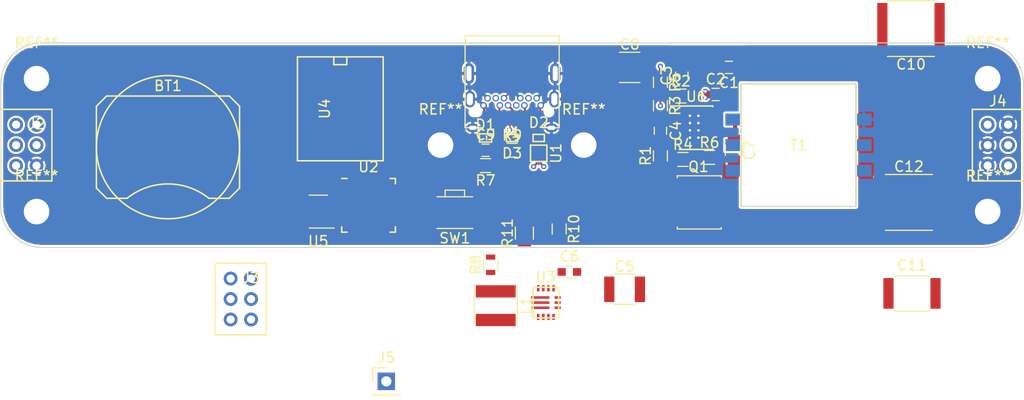
<source format=kicad_pcb>
(kicad_pcb (version 20171130) (host pcbnew "(5.0.0)")

  (general
    (thickness 1.6)
    (drawings 12)
    (tracks 84)
    (zones 0)
    (modules 48)
    (nets 41)
  )

  (page A4)
  (layers
    (0 F.Cu signal)
    (1 In1.Cu signal)
    (2 In2.Cu signal)
    (31 B.Cu signal)
    (34 B.Paste user)
    (35 F.Paste user)
    (36 B.SilkS user)
    (37 F.SilkS user)
    (38 B.Mask user)
    (39 F.Mask user)
    (44 Edge.Cuts user)
  )

  (setup
    (last_trace_width 0.127)
    (user_trace_width 0.1)
    (user_trace_width 0.2)
    (user_trace_width 0.3)
    (user_trace_width 0.4)
    (user_trace_width 0.5)
    (user_trace_width 0.8)
    (user_trace_width 1)
    (trace_clearance 0.127)
    (zone_clearance 0.2)
    (zone_45_only no)
    (trace_min 0.1)
    (segment_width 0.2)
    (edge_width 0.1)
    (via_size 0.508)
    (via_drill 0.254)
    (via_min_size 0.508)
    (via_min_drill 0.254)
    (uvia_size 0.3)
    (uvia_drill 0.1)
    (uvias_allowed no)
    (uvia_min_size 0.2)
    (uvia_min_drill 0.1)
    (pcb_text_width 0.3)
    (pcb_text_size 1.5 1.5)
    (mod_edge_width 0.15)
    (mod_text_size 1 1)
    (mod_text_width 0.15)
    (pad_size 5 5)
    (pad_drill 2.5)
    (pad_to_mask_clearance 0)
    (aux_axis_origin 0 0)
    (visible_elements 7FF9FFFF)
    (pcbplotparams
      (layerselection 0x010fc_80000001)
      (usegerberextensions false)
      (usegerberattributes false)
      (usegerberadvancedattributes false)
      (creategerberjobfile false)
      (excludeedgelayer true)
      (linewidth 0.100000)
      (plotframeref false)
      (viasonmask false)
      (mode 1)
      (useauxorigin false)
      (hpglpennumber 1)
      (hpglpenspeed 20)
      (hpglpendiameter 15.000000)
      (psnegative false)
      (psa4output false)
      (plotreference false)
      (plotvalue false)
      (plotinvisibletext false)
      (padsonsilk false)
      (subtractmaskfromsilk false)
      (outputformat 1)
      (mirror false)
      (drillshape 0)
      (scaleselection 1)
      (outputdirectory "Gerbers/"))
  )

  (net 0 "")
  (net 1 GNDREF)
  (net 2 "Net-(C1-Pad2)")
  (net 3 "Net-(C4-Pad1)")
  (net 4 "Net-(J2-Pad1)")
  (net 5 "Net-(Q1-Pad3)")
  (net 6 "Net-(Q1-Pad2)")
  (net 7 "Net-(R1-Pad2)")
  (net 8 "Net-(R2-Pad1)")
  (net 9 "Net-(R3-Pad2)")
  (net 10 "Net-(R6-Pad2)")
  (net 11 "Net-(Q1-Pad1)")
  (net 12 "Net-(C5-Pad2)")
  (net 13 "Net-(C7-Pad1)")
  (net 14 "Net-(BT1-Pad1)")
  (net 15 /HV_OUT)
  (net 16 /VBUS)
  (net 17 /VDD)
  (net 18 /VNIXIE)
  (net 19 /SCL)
  (net 20 /SDA)
  (net 21 /MCO)
  (net 22 /HV_EN)
  (net 23 "Net-(R8-Pad2)")
  (net 24 "Net-(R10-Pad2)")
  (net 25 /USB_INT)
  (net 26 /SWO)
  (net 27 /NRST)
  (net 28 /CC1)
  (net 29 /CC2)
  (net 30 /DAC)
  (net 31 /USB_N)
  (net 32 /USB_P)
  (net 33 "Net-(C6-Pad1)")
  (net 34 "Net-(C9-Pad1)")
  (net 35 "Net-(D4-Pad2)")
  (net 36 /SWDIO)
  (net 37 /SWCLK)
  (net 38 "Net-(L1-Pad1)")
  (net 39 "Net-(L1-Pad2)")
  (net 40 "Net-(R7-Pad1)")

  (net_class Default "This is the default net class."
    (clearance 0.127)
    (trace_width 0.127)
    (via_dia 0.508)
    (via_drill 0.254)
    (uvia_dia 0.3)
    (uvia_drill 0.1)
    (diff_pair_gap 0.127)
    (diff_pair_width 0.2)
    (add_net /CC1)
    (add_net /CC2)
    (add_net /DAC)
    (add_net /HV_EN)
    (add_net /HV_OUT)
    (add_net /MCO)
    (add_net /NRST)
    (add_net /SCL)
    (add_net /SDA)
    (add_net /SWCLK)
    (add_net /SWDIO)
    (add_net /SWO)
    (add_net /USB_INT)
    (add_net /USB_N)
    (add_net /USB_P)
    (add_net /VBUS)
    (add_net /VDD)
    (add_net /VNIXIE)
    (add_net GNDREF)
    (add_net "Net-(BT1-Pad1)")
    (add_net "Net-(C4-Pad1)")
    (add_net "Net-(C6-Pad1)")
    (add_net "Net-(C9-Pad1)")
    (add_net "Net-(D4-Pad2)")
    (add_net "Net-(L1-Pad1)")
    (add_net "Net-(L1-Pad2)")
    (add_net "Net-(Q1-Pad1)")
    (add_net "Net-(Q1-Pad2)")
    (add_net "Net-(Q1-Pad3)")
    (add_net "Net-(R1-Pad2)")
    (add_net "Net-(R10-Pad2)")
    (add_net "Net-(R3-Pad2)")
    (add_net "Net-(R6-Pad2)")
    (add_net "Net-(R7-Pad1)")
    (add_net "Net-(R8-Pad2)")
  )

  (module Inductors_SMD:L_Taiyo-Yuden_NR-40xx (layer F.Cu) (tedit 5990349D) (tstamp 5B98157A)
    (at 148.4 115.7 270)
    (descr "Inductor, Taiyo Yuden, NR series, Taiyo-Yuden_NR-40xx, 4.0mmx4.0mm")
    (tags "inductor taiyo-yuden nr smd")
    (path /5B16755A)
    (attr smd)
    (fp_text reference L1 (at 0 -3 270) (layer F.SilkS)
      (effects (font (size 1 1) (thickness 0.15)))
    )
    (fp_text value 1uH (at 0 3.5 270) (layer F.Fab)
      (effects (font (size 1 1) (thickness 0.15)))
    )
    (fp_text user %R (at 0 0 270) (layer F.Fab)
      (effects (font (size 1 1) (thickness 0.15)))
    )
    (fp_line (start -2 0) (end -2 -1.25) (layer F.Fab) (width 0.1))
    (fp_line (start -2 -1.25) (end -1.25 -2) (layer F.Fab) (width 0.1))
    (fp_line (start -1.25 -2) (end 0 -2) (layer F.Fab) (width 0.1))
    (fp_line (start 2 0) (end 2 -1.25) (layer F.Fab) (width 0.1))
    (fp_line (start 2 -1.25) (end 1.25 -2) (layer F.Fab) (width 0.1))
    (fp_line (start 1.25 -2) (end 0 -2) (layer F.Fab) (width 0.1))
    (fp_line (start 2 0) (end 2 1.25) (layer F.Fab) (width 0.1))
    (fp_line (start 2 1.25) (end 1.25 2) (layer F.Fab) (width 0.1))
    (fp_line (start 1.25 2) (end 0 2) (layer F.Fab) (width 0.1))
    (fp_line (start -2 0) (end -2 1.25) (layer F.Fab) (width 0.1))
    (fp_line (start -2 1.25) (end -1.25 2) (layer F.Fab) (width 0.1))
    (fp_line (start -1.25 2) (end 0 2) (layer F.Fab) (width 0.1))
    (fp_line (start -2 -2.1) (end 2 -2.1) (layer F.SilkS) (width 0.12))
    (fp_line (start -2 2.1) (end 2 2.1) (layer F.SilkS) (width 0.12))
    (fp_line (start -2.25 -2.25) (end -2.25 2.25) (layer F.CrtYd) (width 0.05))
    (fp_line (start -2.25 2.25) (end 2.25 2.25) (layer F.CrtYd) (width 0.05))
    (fp_line (start 2.25 2.25) (end 2.25 -2.25) (layer F.CrtYd) (width 0.05))
    (fp_line (start 2.25 -2.25) (end -2.25 -2.25) (layer F.CrtYd) (width 0.05))
    (pad 1 smd rect (at -1.4 0 270) (size 1.2 3.9) (layers F.Cu F.Paste F.Mask)
      (net 38 "Net-(L1-Pad1)"))
    (pad 2 smd rect (at 1.4 0 270) (size 1.2 3.9) (layers F.Cu F.Paste F.Mask)
      (net 39 "Net-(L1-Pad2)"))
    (model ${KISYS3DMOD}/Inductors_SMD.3dshapes/L_Taiyo-Yuden_NR-40xx.wrl
      (at (xyz 0 0 0))
      (scale (xyz 1 1 1))
      (rotate (xyz 0 0 0))
    )
  )

  (module "Custom Parts:CR1220_Holder" (layer F.Cu) (tedit 5BA0A345) (tstamp 5BA0C870)
    (at 116.35 100.2)
    (path /5BA7F4A1)
    (fp_text reference BT1 (at 0 -6) (layer F.SilkS)
      (effects (font (size 1 1) (thickness 0.15)))
    )
    (fp_text value Battery_Cell (at 0 6) (layer F.Fab)
      (effects (font (size 1 1) (thickness 0.15)))
    )
    (fp_circle (center 0 0) (end 7 0) (layer F.SilkS) (width 0.15))
    (fp_line (start -6 5) (end -7 4) (layer F.SilkS) (width 0.15))
    (fp_line (start -4 5) (end -6 5) (layer F.SilkS) (width 0.15))
    (fp_line (start 6 5) (end 7 4) (layer F.SilkS) (width 0.15))
    (fp_line (start 5 5) (end 6 5) (layer F.SilkS) (width 0.15))
    (fp_line (start 4 5) (end 5 5) (layer F.SilkS) (width 0.15))
    (fp_arc (start 0.000001 9.999999) (end 4 5) (angle -77.31961651) (layer F.SilkS) (width 0.15))
    (fp_line (start 6 -5) (end 7 -4) (layer F.SilkS) (width 0.15))
    (fp_line (start -6 -5) (end 6 -5) (layer F.SilkS) (width 0.15))
    (fp_line (start -7 -4) (end -6 -5) (layer F.SilkS) (width 0.15))
    (fp_line (start 7 4) (end 7 -4) (layer F.SilkS) (width 0.15))
    (fp_line (start -7 4) (end -7 -4) (layer F.SilkS) (width 0.15))
    (pad 2 smd rect (at 7.65 -1.55) (size 2.5 2.5) (layers F.Cu B.Adhes F.Paste F.Mask)
      (net 1 GNDREF))
    (pad 2 smd rect (at 7.65 1.55) (size 2.5 2.5) (layers F.Cu F.Paste F.Mask)
      (net 1 GNDREF))
    (pad 2 smd rect (at -7.65 -1.55) (size 2.5 2.5) (layers F.Cu F.Paste F.Mask)
      (net 1 GNDREF))
    (pad 2 smd rect (at -7.65 1.55) (size 2.5 2.5) (layers F.Cu F.Paste F.Mask)
      (net 1 GNDREF))
    (pad 1 smd circle (at 0 0) (size 10.2 10.2) (layers F.Cu F.Paste F.Mask)
      (net 14 "Net-(BT1-Pad1)"))
  )

  (module "Custom Parts:X2QFN-12_1.6x1.6mm_Pitch0.4mm" (layer F.Cu) (tedit 5B39317F) (tstamp 5BA0C970)
    (at 152.6 100.8 270)
    (path /5B5B1CD3)
    (fp_text reference U1 (at 0 -1.7 270) (layer F.SilkS)
      (effects (font (size 1 1) (thickness 0.15)))
    )
    (fp_text value TUSB320 (at 0 1.9 270) (layer F.Fab)
      (effects (font (size 1 1) (thickness 0.15)))
    )
    (fp_line (start -0.8 -0.8) (end -0.8 0.8) (layer F.SilkS) (width 0.15))
    (fp_line (start -0.8 0.8) (end 0.8 0.8) (layer F.SilkS) (width 0.15))
    (fp_line (start 0.8 0.8) (end 0.8 -0.8) (layer F.SilkS) (width 0.15))
    (fp_line (start 0.8 -0.8) (end -0.8 -0.8) (layer F.SilkS) (width 0.15))
    (pad 1 smd rect (at -0.65 -0.2 270) (size 0.7 0.2) (layers F.Cu F.Paste F.Mask)
      (net 29 /CC2))
    (pad 2 smd rect (at -0.65 0.2 270) (size 0.7 0.2) (layers F.Cu F.Paste F.Mask)
      (net 28 /CC1))
    (pad 3 smd rect (at -0.6 0.75 270) (size 0.2 0.5) (layers F.Cu F.Paste F.Mask))
    (pad 4 smd rect (at -0.2 0.75 270) (size 0.2 0.5) (layers F.Cu F.Paste F.Mask)
      (net 7 "Net-(R1-Pad2)"))
    (pad 5 smd rect (at 0.2 0.75 270) (size 0.2 0.5) (layers F.Cu F.Paste F.Mask))
    (pad 6 smd rect (at 0.6 0.75 270) (size 0.2 0.5) (layers F.Cu F.Paste F.Mask)
      (net 25 /USB_INT))
    (pad 7 smd rect (at 0.65 0.2 270) (size 0.7 0.2) (layers F.Cu F.Paste F.Mask)
      (net 20 /SDA))
    (pad 8 smd rect (at 0.65 -0.2 270) (size 0.7 0.2) (layers F.Cu F.Paste F.Mask)
      (net 19 /SCL))
    (pad 9 smd rect (at 0.6 -0.75 270) (size 0.2 0.5) (layers F.Cu F.Paste F.Mask))
    (pad 10 smd rect (at 0.2 -0.75 270) (size 0.2 0.5) (layers F.Cu F.Paste F.Mask)
      (net 1 GNDREF))
    (pad 11 smd rect (at -0.2 -0.75 270) (size 0.2 0.5) (layers F.Cu F.Paste F.Mask)
      (net 1 GNDREF))
    (pad 12 smd rect (at -0.6 -0.75 270) (size 0.2 0.5) (layers F.Cu F.Paste F.Mask)
      (net 17 /VDD))
  )

  (module Resistors_SMD:R_0603 (layer F.Cu) (tedit 58E0A804) (tstamp 5B978366)
    (at 147.4 102 180)
    (descr "Resistor SMD 0603, reflow soldering, Vishay (see dcrcw.pdf)")
    (tags "resistor 0603")
    (path /5B07197A/5A6B8978)
    (attr smd)
    (fp_text reference R7 (at 0 -1.45 180) (layer F.SilkS)
      (effects (font (size 1 1) (thickness 0.15)))
    )
    (fp_text value R_VC (at 0 1.5 180) (layer F.Fab)
      (effects (font (size 1 1) (thickness 0.15)))
    )
    (fp_text user %R (at 0 0 180) (layer F.Fab)
      (effects (font (size 0.4 0.4) (thickness 0.075)))
    )
    (fp_line (start -0.8 0.4) (end -0.8 -0.4) (layer F.Fab) (width 0.1))
    (fp_line (start 0.8 0.4) (end -0.8 0.4) (layer F.Fab) (width 0.1))
    (fp_line (start 0.8 -0.4) (end 0.8 0.4) (layer F.Fab) (width 0.1))
    (fp_line (start -0.8 -0.4) (end 0.8 -0.4) (layer F.Fab) (width 0.1))
    (fp_line (start 0.5 0.68) (end -0.5 0.68) (layer F.SilkS) (width 0.12))
    (fp_line (start -0.5 -0.68) (end 0.5 -0.68) (layer F.SilkS) (width 0.12))
    (fp_line (start -1.25 -0.7) (end 1.25 -0.7) (layer F.CrtYd) (width 0.05))
    (fp_line (start -1.25 -0.7) (end -1.25 0.7) (layer F.CrtYd) (width 0.05))
    (fp_line (start 1.25 0.7) (end 1.25 -0.7) (layer F.CrtYd) (width 0.05))
    (fp_line (start 1.25 0.7) (end -1.25 0.7) (layer F.CrtYd) (width 0.05))
    (pad 1 smd rect (at -0.75 0 180) (size 0.5 0.9) (layers F.Cu F.Paste F.Mask)
      (net 40 "Net-(R7-Pad1)"))
    (pad 2 smd rect (at 0.75 0 180) (size 0.5 0.9) (layers F.Cu F.Paste F.Mask)
      (net 3 "Net-(C4-Pad1)"))
    (model ${KISYS3DMOD}/Resistors_SMD.3dshapes/R_0603.wrl
      (at (xyz 0 0 0))
      (scale (xyz 1 1 1))
      (rotate (xyz 0 0 0))
    )
  )

  (module "Custom Parts:USB_C_Receptacle" (layer F.Cu) (tedit 5B90AE84) (tstamp 5B6004D8)
    (at 150 92.4 180)
    (descr "USB TYPE C, RA RCPT PCB, Hybrid, https://www.amphenolcanada.com/StockAvailabilityPrice.aspx?From=&PartNum=12401548E4%7e2A")
    (tags "USB C Type-C Receptacle Hybrid")
    (path /5B6238BC)
    (attr smd)
    (fp_text reference J1 (at 0 -6.36 180) (layer F.SilkS)
      (effects (font (size 1 1) (thickness 0.15)))
    )
    (fp_text value USB_C_Receptacle (at 0 4 180) (layer F.Fab)
      (effects (font (size 1 1) (thickness 0.15)))
    )
    (fp_line (start -4.6 2.39) (end 4.6 2.39) (layer F.SilkS) (width 0.12))
    (fp_line (start -4.6 3.09) (end 4.6 3.09) (layer F.SilkS) (width 0.12))
    (fp_line (start -4.6 3.09) (end -4.6 -5.9) (layer F.Fab) (width 0.1))
    (fp_line (start -4.6 -5.9) (end 4.6 -5.9) (layer F.Fab) (width 0.1))
    (fp_line (start -4.6 -5.9) (end -3 -5.9) (layer F.SilkS) (width 0.12))
    (fp_line (start -4.6 -5.9) (end -4.6 3.09) (layer F.SilkS) (width 0.12))
    (fp_line (start 4.6 -5.9) (end 4.6 3.09) (layer F.SilkS) (width 0.12))
    (fp_line (start 3 -5.9) (end 4.6 -5.9) (layer F.SilkS) (width 0.12))
    (fp_line (start -4.6 3.09) (end 4.6 3.09) (layer F.Fab) (width 0.1))
    (fp_line (start 4.6 3.09) (end 4.6 -5.9) (layer F.Fab) (width 0.1))
    (fp_text user %R (at 0 0 180) (layer F.Fab)
      (effects (font (size 1 1) (thickness 0.1)))
    )
    (pad S1 thru_hole oval (at 3.845 -5.91 180) (size 1.2 0.8) (drill oval 0.75 0.4) (layers *.Cu *.Mask)
      (net 1 GNDREF))
    (pad S1 thru_hole oval (at -3.845 -5.91 180) (size 1.2 0.8) (drill oval 0.75 0.4) (layers *.Cu *.Mask)
      (net 1 GNDREF))
    (pad B11 thru_hole circle (at -2.4 -3.01 180) (size 0.65 0.65) (drill 0.4) (layers *.Cu *.Mask)
      (net 1 GNDREF))
    (pad B10 thru_hole circle (at -1.6 -3.01 180) (size 0.65 0.65) (drill 0.4) (layers *.Cu *.Mask)
      (net 1 GNDREF))
    (pad B8 thru_hole circle (at -0.8 -3.01 180) (size 0.65 0.65) (drill 0.4) (layers *.Cu *.Mask)
      (net 1 GNDREF))
    (pad B5 thru_hole circle (at 0.8 -3.01 180) (size 0.65 0.65) (drill 0.4) (layers *.Cu *.Mask)
      (net 29 /CC2))
    (pad B3 thru_hole circle (at 1.6 -3.01 180) (size 0.65 0.65) (drill 0.4) (layers *.Cu *.Mask)
      (net 1 GNDREF))
    (pad B2 thru_hole circle (at 2.4 -3.01 180) (size 0.65 0.65) (drill 0.4) (layers *.Cu *.Mask)
      (net 1 GNDREF))
    (pad B12 thru_hole circle (at -2.8 -3.71 180) (size 0.65 0.65) (drill 0.4) (layers *.Cu *.Mask)
      (net 1 GNDREF))
    (pad B9 thru_hole circle (at -1.2 -3.71 180) (size 0.65 0.65) (drill 0.4) (layers *.Cu *.Mask)
      (net 16 /VBUS))
    (pad B7 thru_hole circle (at -0.4 -3.71 180) (size 0.65 0.65) (drill 0.4) (layers *.Cu *.Mask)
      (net 31 /USB_N))
    (pad B6 thru_hole circle (at 0.4 -3.71 180) (size 0.65 0.65) (drill 0.4) (layers *.Cu *.Mask)
      (net 32 /USB_P))
    (pad B4 thru_hole circle (at 1.2 -3.71 180) (size 0.65 0.65) (drill 0.4) (layers *.Cu *.Mask)
      (net 16 /VBUS))
    (pad B1 thru_hole circle (at 2.8 -3.71 180) (size 0.65 0.65) (drill 0.4) (layers *.Cu *.Mask)
      (net 1 GNDREF))
    (pad "" np_thru_hole circle (at -3.6 -4.36 180) (size 0.65 0.65) (drill 0.65) (layers *.Cu *.Mask))
    (pad "" np_thru_hole oval (at 3.6 -4.36 180) (size 0.95 0.65) (drill oval 0.95 0.65) (layers *.Cu *.Mask))
    (pad S1 thru_hole oval (at -4.22 -0.595 180) (size 1 2) (drill oval 0.5 1.5) (layers *.Cu *.Mask)
      (net 1 GNDREF))
    (pad S1 thru_hole oval (at 4.22 -0.595 180) (size 1 2) (drill oval 0.5 1.5) (layers *.Cu *.Mask)
      (net 1 GNDREF))
    (pad S1 thru_hole oval (at 4.13 -3.11 180) (size 1 1.6) (drill oval 0.6 1.2) (layers *.Cu *.Mask)
      (net 1 GNDREF))
    (pad A11 smd rect (at 2.25 -4.93 180) (size 0.3 0.9) (layers F.Cu F.Paste F.Mask)
      (net 1 GNDREF))
    (pad A8 smd rect (at 0.75 -4.93 180) (size 0.3 0.9) (layers F.Cu F.Paste F.Mask)
      (net 1 GNDREF))
    (pad A9 smd rect (at 1.25 -4.93 180) (size 0.3 0.9) (layers F.Cu F.Paste F.Mask)
      (net 16 /VBUS))
    (pad A10 smd rect (at 1.75 -4.93 180) (size 0.3 0.9) (layers F.Cu F.Paste F.Mask)
      (net 1 GNDREF))
    (pad A12 smd rect (at 2.75 -4.93 180) (size 0.3 0.9) (layers F.Cu F.Paste F.Mask)
      (net 1 GNDREF))
    (pad A7 smd rect (at 0.25 -4.93 180) (size 0.3 0.9) (layers F.Cu F.Paste F.Mask)
      (net 31 /USB_N))
    (pad A6 smd rect (at -0.25 -4.93 180) (size 0.3 0.9) (layers F.Cu F.Paste F.Mask)
      (net 32 /USB_P))
    (pad A5 smd rect (at -0.75 -4.93 180) (size 0.3 0.9) (layers F.Cu F.Paste F.Mask)
      (net 28 /CC1))
    (pad A4 smd rect (at -1.25 -4.93 180) (size 0.3 0.9) (layers F.Cu F.Paste F.Mask)
      (net 16 /VBUS))
    (pad A3 smd rect (at -1.75 -4.93 180) (size 0.3 0.9) (layers F.Cu F.Paste F.Mask)
      (net 1 GNDREF))
    (pad A2 smd rect (at -2.25 -4.93 180) (size 0.3 0.9) (layers F.Cu F.Paste F.Mask)
      (net 1 GNDREF))
    (pad A1 smd rect (at -2.75 -4.93 180) (size 0.3 0.9) (layers F.Cu F.Paste F.Mask)
      (net 1 GNDREF))
    (pad S1 thru_hole oval (at -4.13 -3.11 180) (size 1 1.6) (drill oval 0.6 1.2) (layers *.Cu *.Mask)
      (net 1 GNDREF))
    (model ${KISYS3DMOD}/Connectors_USB.3dshapes/USB_C_Receptacle_Amphenol_12401548E4-2A.wrl
      (at (xyz 0 0 0))
      (scale (xyz 1 1 1))
      (rotate (xyz 0 0 0))
    )
  )

  (module Mounting_Holes:MountingHole_2.5mm_Pad locked (layer F.Cu) (tedit 5B90A4BD) (tstamp 5B90FDF6)
    (at 143 100)
    (descr "Mounting Hole 2.5mm")
    (tags "mounting hole 2.5mm")
    (zone_connect 2)
    (attr virtual)
    (fp_text reference REF** (at 0 -3.5) (layer F.SilkS)
      (effects (font (size 1 1) (thickness 0.15)))
    )
    (fp_text value MountingHole_2.5mm_Pad (at 0 3.5) (layer F.Fab)
      (effects (font (size 1 1) (thickness 0.15)))
    )
    (fp_circle (center 0 0) (end 2.75 0) (layer F.CrtYd) (width 0.05))
    (fp_circle (center 0 0) (end 2.5 0) (layer Cmts.User) (width 0.15))
    (fp_text user %R (at 0.3 0) (layer F.Fab)
      (effects (font (size 1 1) (thickness 0.15)))
    )
    (pad 1 thru_hole circle (at 0 0) (size 5 5) (drill 2.5) (layers *.Cu *.Mask)
      (net 1 GNDREF) (zone_connect 2))
  )

  (module Mounting_Holes:MountingHole_2.5mm_Pad locked (layer F.Cu) (tedit 5B394598) (tstamp 5B602634)
    (at 157 100)
    (descr "Mounting Hole 2.5mm")
    (tags "mounting hole 2.5mm")
    (zone_connect 2)
    (attr virtual)
    (fp_text reference REF** (at 0 -3.5) (layer F.SilkS)
      (effects (font (size 1 1) (thickness 0.15)))
    )
    (fp_text value MountingHole_2.5mm_Pad (at 0 3.5) (layer F.Fab)
      (effects (font (size 1 1) (thickness 0.15)))
    )
    (fp_text user %R (at 0.3 0) (layer F.Fab)
      (effects (font (size 1 1) (thickness 0.15)))
    )
    (fp_circle (center 0 0) (end 2.5 0) (layer Cmts.User) (width 0.15))
    (fp_circle (center 0 0) (end 2.75 0) (layer F.CrtYd) (width 0.05))
    (pad 1 thru_hole circle (at 0 0) (size 5 5) (drill 2.5) (layers *.Cu *.Mask)
      (net 1 GNDREF) (zone_connect 2))
  )

  (module "Custom Parts:Wurth_WE-FB_10.18x13.36mm_Reverse" locked (layer F.Cu) (tedit 5A79257D) (tstamp 5B602740)
    (at 178 100 180)
    (path /5B07197A/5A6B88EA)
    (fp_text reference T1 (at 0 0 180) (layer F.SilkS)
      (effects (font (size 1 1) (thickness 0.15)))
    )
    (fp_text value Wurth_Transformer_10.16x13.36mm (at 0 -7 180) (layer F.Fab)
      (effects (font (size 1 1) (thickness 0.15)))
    )
    (fp_line (start -5.65 -6) (end 5.65 -6) (layer F.SilkS) (width 0.15))
    (fp_line (start 5.65 -6) (end 5.65 6) (layer F.SilkS) (width 0.15))
    (fp_line (start -5.65 6) (end 5.65 6) (layer F.SilkS) (width 0.15))
    (fp_line (start -5.65 6) (end -5.65 -6) (layer F.SilkS) (width 0.15))
    (pad 1 smd rect (at -6.4 2.5 180) (size 1.5 1.17) (layers B.Cu B.Mask)
      (net 1 GNDREF))
    (pad 2 smd rect (at -6.4 0 180) (size 1.5 1.17) (layers B.Cu B.Mask))
    (pad 3 smd rect (at -6.4 -2.5 180) (size 1.5 1.17) (layers B.Cu B.Mask)
      (net 35 "Net-(D4-Pad2)"))
    (pad 4 smd rect (at 6.4 -2.5 180) (size 1.5 1.17) (layers B.Cu B.Mask)
      (net 11 "Net-(Q1-Pad1)"))
    (pad 6 smd rect (at 6.4 2.5 180) (size 1.5 1.17) (layers B.Cu B.Mask)
      (net 16 /VBUS))
    (pad 5 smd rect (at 6.4 0 180) (size 1.5 1.17) (layers B.Cu B.Mask))
  )

  (module Resistors_SMD:R_0603 (layer F.Cu) (tedit 58E0A804) (tstamp 5A8E4162)
    (at 169.3 101.2)
    (descr "Resistor SMD 0603, reflow soldering, Vishay (see dcrcw.pdf)")
    (tags "resistor 0603")
    (path /5B07197A/5A6BAAF4)
    (attr smd)
    (fp_text reference R6 (at 0 -1.45) (layer F.SilkS)
      (effects (font (size 1 1) (thickness 0.15)))
    )
    (fp_text value R_FREQ (at 0 1.5) (layer F.Fab)
      (effects (font (size 1 1) (thickness 0.15)))
    )
    (fp_text user %R (at 0 0) (layer F.Fab)
      (effects (font (size 0.4 0.4) (thickness 0.075)))
    )
    (fp_line (start -0.8 0.4) (end -0.8 -0.4) (layer F.Fab) (width 0.1))
    (fp_line (start 0.8 0.4) (end -0.8 0.4) (layer F.Fab) (width 0.1))
    (fp_line (start 0.8 -0.4) (end 0.8 0.4) (layer F.Fab) (width 0.1))
    (fp_line (start -0.8 -0.4) (end 0.8 -0.4) (layer F.Fab) (width 0.1))
    (fp_line (start 0.5 0.68) (end -0.5 0.68) (layer F.SilkS) (width 0.12))
    (fp_line (start -0.5 -0.68) (end 0.5 -0.68) (layer F.SilkS) (width 0.12))
    (fp_line (start -1.25 -0.7) (end 1.25 -0.7) (layer F.CrtYd) (width 0.05))
    (fp_line (start -1.25 -0.7) (end -1.25 0.7) (layer F.CrtYd) (width 0.05))
    (fp_line (start 1.25 0.7) (end 1.25 -0.7) (layer F.CrtYd) (width 0.05))
    (fp_line (start 1.25 0.7) (end -1.25 0.7) (layer F.CrtYd) (width 0.05))
    (pad 1 smd rect (at -0.75 0) (size 0.5 0.9) (layers F.Cu F.Paste F.Mask)
      (net 1 GNDREF))
    (pad 2 smd rect (at 0.75 0) (size 0.5 0.9) (layers F.Cu F.Paste F.Mask)
      (net 10 "Net-(R6-Pad2)"))
    (model ${KISYS3DMOD}/Resistors_SMD.3dshapes/R_0603.wrl
      (at (xyz 0 0 0))
      (scale (xyz 1 1 1))
      (rotate (xyz 0 0 0))
    )
  )

  (module Resistors_SMD:R_0603 (layer F.Cu) (tedit 58E0A804) (tstamp 5A6CF02A)
    (at 164.5 93.85 270)
    (descr "Resistor SMD 0603, reflow soldering, Vishay (see dcrcw.pdf)")
    (tags "resistor 0603")
    (path /5B0B79AE)
    (attr smd)
    (fp_text reference R5 (at 0 -1.45 270) (layer F.SilkS)
      (effects (font (size 1 1) (thickness 0.15)))
    )
    (fp_text value 10k (at 0 1.5 270) (layer F.Fab)
      (effects (font (size 1 1) (thickness 0.15)))
    )
    (fp_text user %R (at 0 0 270) (layer F.Fab)
      (effects (font (size 0.4 0.4) (thickness 0.075)))
    )
    (fp_line (start -0.8 0.4) (end -0.8 -0.4) (layer F.Fab) (width 0.1))
    (fp_line (start 0.8 0.4) (end -0.8 0.4) (layer F.Fab) (width 0.1))
    (fp_line (start 0.8 -0.4) (end 0.8 0.4) (layer F.Fab) (width 0.1))
    (fp_line (start -0.8 -0.4) (end 0.8 -0.4) (layer F.Fab) (width 0.1))
    (fp_line (start 0.5 0.68) (end -0.5 0.68) (layer F.SilkS) (width 0.12))
    (fp_line (start -0.5 -0.68) (end 0.5 -0.68) (layer F.SilkS) (width 0.12))
    (fp_line (start -1.25 -0.7) (end 1.25 -0.7) (layer F.CrtYd) (width 0.05))
    (fp_line (start -1.25 -0.7) (end -1.25 0.7) (layer F.CrtYd) (width 0.05))
    (fp_line (start 1.25 0.7) (end 1.25 -0.7) (layer F.CrtYd) (width 0.05))
    (fp_line (start 1.25 0.7) (end -1.25 0.7) (layer F.CrtYd) (width 0.05))
    (pad 1 smd rect (at -0.75 0 270) (size 0.5 0.9) (layers F.Cu F.Paste F.Mask)
      (net 17 /VDD))
    (pad 2 smd rect (at 0.75 0 270) (size 0.5 0.9) (layers F.Cu F.Paste F.Mask)
      (net 20 /SDA))
    (model ${KISYS3DMOD}/Resistors_SMD.3dshapes/R_0603.wrl
      (at (xyz 0 0 0))
      (scale (xyz 1 1 1))
      (rotate (xyz 0 0 0))
    )
  )

  (module Resistors_SMD:R_0603 (layer F.Cu) (tedit 58E0A804) (tstamp 5A6CF01E)
    (at 164.5 96.15 270)
    (descr "Resistor SMD 0603, reflow soldering, Vishay (see dcrcw.pdf)")
    (tags "resistor 0603")
    (path /5B1468ED)
    (attr smd)
    (fp_text reference R3 (at 0 -1.45 270) (layer F.SilkS)
      (effects (font (size 1 1) (thickness 0.15)))
    )
    (fp_text value 10k (at 0 1.5 270) (layer F.Fab)
      (effects (font (size 1 1) (thickness 0.15)))
    )
    (fp_text user %R (at 0 0 270) (layer F.Fab)
      (effects (font (size 0.4 0.4) (thickness 0.075)))
    )
    (fp_line (start -0.8 0.4) (end -0.8 -0.4) (layer F.Fab) (width 0.1))
    (fp_line (start 0.8 0.4) (end -0.8 0.4) (layer F.Fab) (width 0.1))
    (fp_line (start 0.8 -0.4) (end 0.8 0.4) (layer F.Fab) (width 0.1))
    (fp_line (start -0.8 -0.4) (end 0.8 -0.4) (layer F.Fab) (width 0.1))
    (fp_line (start 0.5 0.68) (end -0.5 0.68) (layer F.SilkS) (width 0.12))
    (fp_line (start -0.5 -0.68) (end 0.5 -0.68) (layer F.SilkS) (width 0.12))
    (fp_line (start -1.25 -0.7) (end 1.25 -0.7) (layer F.CrtYd) (width 0.05))
    (fp_line (start -1.25 -0.7) (end -1.25 0.7) (layer F.CrtYd) (width 0.05))
    (fp_line (start 1.25 0.7) (end 1.25 -0.7) (layer F.CrtYd) (width 0.05))
    (fp_line (start 1.25 0.7) (end -1.25 0.7) (layer F.CrtYd) (width 0.05))
    (pad 1 smd rect (at -0.75 0 270) (size 0.5 0.9) (layers F.Cu F.Paste F.Mask)
      (net 17 /VDD))
    (pad 2 smd rect (at 0.75 0 270) (size 0.5 0.9) (layers F.Cu F.Paste F.Mask)
      (net 25 /USB_INT))
    (model ${KISYS3DMOD}/Resistors_SMD.3dshapes/R_0603.wrl
      (at (xyz 0 0 0))
      (scale (xyz 1 1 1))
      (rotate (xyz 0 0 0))
    )
  )

  (module Resistors_SMD:R_0603 (layer F.Cu) (tedit 58E0A804) (tstamp 5A6CF018)
    (at 166.5 95.2)
    (descr "Resistor SMD 0603, reflow soldering, Vishay (see dcrcw.pdf)")
    (tags "resistor 0603")
    (path /5B08854F)
    (attr smd)
    (fp_text reference R2 (at 0 -1.45) (layer F.SilkS)
      (effects (font (size 1 1) (thickness 0.15)))
    )
    (fp_text value 1M (at 0 1.5) (layer F.Fab)
      (effects (font (size 1 1) (thickness 0.15)))
    )
    (fp_text user %R (at 0 0) (layer F.Fab)
      (effects (font (size 0.4 0.4) (thickness 0.075)))
    )
    (fp_line (start -0.8 0.4) (end -0.8 -0.4) (layer F.Fab) (width 0.1))
    (fp_line (start 0.8 0.4) (end -0.8 0.4) (layer F.Fab) (width 0.1))
    (fp_line (start 0.8 -0.4) (end 0.8 0.4) (layer F.Fab) (width 0.1))
    (fp_line (start -0.8 -0.4) (end 0.8 -0.4) (layer F.Fab) (width 0.1))
    (fp_line (start 0.5 0.68) (end -0.5 0.68) (layer F.SilkS) (width 0.12))
    (fp_line (start -0.5 -0.68) (end 0.5 -0.68) (layer F.SilkS) (width 0.12))
    (fp_line (start -1.25 -0.7) (end 1.25 -0.7) (layer F.CrtYd) (width 0.05))
    (fp_line (start -1.25 -0.7) (end -1.25 0.7) (layer F.CrtYd) (width 0.05))
    (fp_line (start 1.25 0.7) (end 1.25 -0.7) (layer F.CrtYd) (width 0.05))
    (fp_line (start 1.25 0.7) (end -1.25 0.7) (layer F.CrtYd) (width 0.05))
    (pad 1 smd rect (at -0.75 0) (size 0.5 0.9) (layers F.Cu F.Paste F.Mask)
      (net 22 /HV_EN))
    (pad 2 smd rect (at 0.75 0) (size 0.5 0.9) (layers F.Cu F.Paste F.Mask)
      (net 1 GNDREF))
    (model ${KISYS3DMOD}/Resistors_SMD.3dshapes/R_0603.wrl
      (at (xyz 0 0 0))
      (scale (xyz 1 1 1))
      (rotate (xyz 0 0 0))
    )
  )

  (module Resistors_SMD:R_0603 (layer F.Cu) (tedit 58E0A804) (tstamp 5A6CF012)
    (at 164.5 101.05 90)
    (descr "Resistor SMD 0603, reflow soldering, Vishay (see dcrcw.pdf)")
    (tags "resistor 0603")
    (path /5B096154)
    (attr smd)
    (fp_text reference R1 (at 0 -1.45 90) (layer F.SilkS)
      (effects (font (size 1 1) (thickness 0.15)))
    )
    (fp_text value 900k (at 0 1.5 90) (layer F.Fab)
      (effects (font (size 1 1) (thickness 0.15)))
    )
    (fp_text user %R (at 0 0 90) (layer F.Fab)
      (effects (font (size 0.4 0.4) (thickness 0.075)))
    )
    (fp_line (start -0.8 0.4) (end -0.8 -0.4) (layer F.Fab) (width 0.1))
    (fp_line (start 0.8 0.4) (end -0.8 0.4) (layer F.Fab) (width 0.1))
    (fp_line (start 0.8 -0.4) (end 0.8 0.4) (layer F.Fab) (width 0.1))
    (fp_line (start -0.8 -0.4) (end 0.8 -0.4) (layer F.Fab) (width 0.1))
    (fp_line (start 0.5 0.68) (end -0.5 0.68) (layer F.SilkS) (width 0.12))
    (fp_line (start -0.5 -0.68) (end 0.5 -0.68) (layer F.SilkS) (width 0.12))
    (fp_line (start -1.25 -0.7) (end 1.25 -0.7) (layer F.CrtYd) (width 0.05))
    (fp_line (start -1.25 -0.7) (end -1.25 0.7) (layer F.CrtYd) (width 0.05))
    (fp_line (start 1.25 0.7) (end 1.25 -0.7) (layer F.CrtYd) (width 0.05))
    (fp_line (start 1.25 0.7) (end -1.25 0.7) (layer F.CrtYd) (width 0.05))
    (pad 1 smd rect (at -0.75 0 90) (size 0.5 0.9) (layers F.Cu F.Paste F.Mask)
      (net 16 /VBUS))
    (pad 2 smd rect (at 0.75 0 90) (size 0.5 0.9) (layers F.Cu F.Paste F.Mask)
      (net 7 "Net-(R1-Pad2)"))
    (model ${KISYS3DMOD}/Resistors_SMD.3dshapes/R_0603.wrl
      (at (xyz 0 0 0))
      (scale (xyz 1 1 1))
      (rotate (xyz 0 0 0))
    )
  )

  (module Capacitors_SMD:C_0603 (layer F.Cu) (tedit 59958EE7) (tstamp 5A6CEFBF)
    (at 166.6 93.2 90)
    (descr "Capacitor SMD 0603, reflow soldering, AVX (see smccp.pdf)")
    (tags "capacitor 0603")
    (path /5B1737BD)
    (attr smd)
    (fp_text reference C3 (at 0 -1.5 90) (layer F.SilkS)
      (effects (font (size 1 1) (thickness 0.15)))
    )
    (fp_text value 10uF (at 0 1.5 90) (layer F.Fab)
      (effects (font (size 1 1) (thickness 0.15)))
    )
    (fp_line (start 1.4 0.65) (end -1.4 0.65) (layer F.CrtYd) (width 0.05))
    (fp_line (start 1.4 0.65) (end 1.4 -0.65) (layer F.CrtYd) (width 0.05))
    (fp_line (start -1.4 -0.65) (end -1.4 0.65) (layer F.CrtYd) (width 0.05))
    (fp_line (start -1.4 -0.65) (end 1.4 -0.65) (layer F.CrtYd) (width 0.05))
    (fp_line (start 0.35 0.6) (end -0.35 0.6) (layer F.SilkS) (width 0.12))
    (fp_line (start -0.35 -0.6) (end 0.35 -0.6) (layer F.SilkS) (width 0.12))
    (fp_line (start -0.8 -0.4) (end 0.8 -0.4) (layer F.Fab) (width 0.1))
    (fp_line (start 0.8 -0.4) (end 0.8 0.4) (layer F.Fab) (width 0.1))
    (fp_line (start 0.8 0.4) (end -0.8 0.4) (layer F.Fab) (width 0.1))
    (fp_line (start -0.8 0.4) (end -0.8 -0.4) (layer F.Fab) (width 0.1))
    (fp_text user %R (at 0 0 90) (layer F.Fab)
      (effects (font (size 0.3 0.3) (thickness 0.075)))
    )
    (pad 2 smd rect (at 0.75 0 90) (size 0.8 0.75) (layers F.Cu F.Paste F.Mask)
      (net 1 GNDREF))
    (pad 1 smd rect (at -0.75 0 90) (size 0.8 0.75) (layers F.Cu F.Paste F.Mask)
      (net 17 /VDD))
    (model Capacitors_SMD.3dshapes/C_0603.wrl
      (at (xyz 0 0 0))
      (scale (xyz 1 1 1))
      (rotate (xyz 0 0 0))
    )
  )

  (module Capacitors_SMD:C_0603 (layer F.Cu) (tedit 59958EE7) (tstamp 5A6CEFC5)
    (at 164.5 98.6 270)
    (descr "Capacitor SMD 0603, reflow soldering, AVX (see smccp.pdf)")
    (tags "capacitor 0603")
    (path /5B07197A/5A6B89DB)
    (attr smd)
    (fp_text reference C4 (at 0 -1.5 270) (layer F.SilkS)
      (effects (font (size 1 1) (thickness 0.15)))
    )
    (fp_text value C_VC (at 0 1.5 270) (layer F.Fab)
      (effects (font (size 1 1) (thickness 0.15)))
    )
    (fp_line (start 1.4 0.65) (end -1.4 0.65) (layer F.CrtYd) (width 0.05))
    (fp_line (start 1.4 0.65) (end 1.4 -0.65) (layer F.CrtYd) (width 0.05))
    (fp_line (start -1.4 -0.65) (end -1.4 0.65) (layer F.CrtYd) (width 0.05))
    (fp_line (start -1.4 -0.65) (end 1.4 -0.65) (layer F.CrtYd) (width 0.05))
    (fp_line (start 0.35 0.6) (end -0.35 0.6) (layer F.SilkS) (width 0.12))
    (fp_line (start -0.35 -0.6) (end 0.35 -0.6) (layer F.SilkS) (width 0.12))
    (fp_line (start -0.8 -0.4) (end 0.8 -0.4) (layer F.Fab) (width 0.1))
    (fp_line (start 0.8 -0.4) (end 0.8 0.4) (layer F.Fab) (width 0.1))
    (fp_line (start 0.8 0.4) (end -0.8 0.4) (layer F.Fab) (width 0.1))
    (fp_line (start -0.8 0.4) (end -0.8 -0.4) (layer F.Fab) (width 0.1))
    (fp_text user %R (at 0 0 270) (layer F.Fab)
      (effects (font (size 0.3 0.3) (thickness 0.075)))
    )
    (pad 2 smd rect (at 0.75 0 270) (size 0.8 0.75) (layers F.Cu F.Paste F.Mask)
      (net 1 GNDREF))
    (pad 1 smd rect (at -0.75 0 270) (size 0.8 0.75) (layers F.Cu F.Paste F.Mask)
      (net 3 "Net-(C4-Pad1)"))
    (model Capacitors_SMD.3dshapes/C_0603.wrl
      (at (xyz 0 0 0))
      (scale (xyz 1 1 1))
      (rotate (xyz 0 0 0))
    )
  )

  (module Capacitors_SMD:C_1210 (layer F.Cu) (tedit 58AA84E2) (tstamp 5A912C53)
    (at 161.5 92.4)
    (descr "Capacitor SMD 1210, reflow soldering, AVX (see smccp.pdf)")
    (tags "capacitor 1210")
    (path /5B07197A/5A911DC8)
    (attr smd)
    (fp_text reference C8 (at 0 -2.25) (layer F.SilkS)
      (effects (font (size 1 1) (thickness 0.15)))
    )
    (fp_text value C_IN (at 0 2.5) (layer F.Fab)
      (effects (font (size 1 1) (thickness 0.15)))
    )
    (fp_text user %R (at 0 -2.25) (layer F.Fab)
      (effects (font (size 1 1) (thickness 0.15)))
    )
    (fp_line (start -1.6 1.25) (end -1.6 -1.25) (layer F.Fab) (width 0.1))
    (fp_line (start 1.6 1.25) (end -1.6 1.25) (layer F.Fab) (width 0.1))
    (fp_line (start 1.6 -1.25) (end 1.6 1.25) (layer F.Fab) (width 0.1))
    (fp_line (start -1.6 -1.25) (end 1.6 -1.25) (layer F.Fab) (width 0.1))
    (fp_line (start 1 -1.48) (end -1 -1.48) (layer F.SilkS) (width 0.12))
    (fp_line (start -1 1.48) (end 1 1.48) (layer F.SilkS) (width 0.12))
    (fp_line (start -2.25 -1.5) (end 2.25 -1.5) (layer F.CrtYd) (width 0.05))
    (fp_line (start -2.25 -1.5) (end -2.25 1.5) (layer F.CrtYd) (width 0.05))
    (fp_line (start 2.25 1.5) (end 2.25 -1.5) (layer F.CrtYd) (width 0.05))
    (fp_line (start 2.25 1.5) (end -2.25 1.5) (layer F.CrtYd) (width 0.05))
    (pad 1 smd rect (at -1.5 0) (size 1 2.5) (layers F.Cu F.Paste F.Mask)
      (net 1 GNDREF))
    (pad 2 smd rect (at 1.5 0) (size 1 2.5) (layers F.Cu F.Paste F.Mask)
      (net 16 /VBUS))
    (model Capacitors_SMD.3dshapes/C_1210.wrl
      (at (xyz 0 0 0))
      (scale (xyz 1 1 1))
      (rotate (xyz 0 0 0))
    )
  )

  (module Capacitors_SMD:C_0603 (layer F.Cu) (tedit 59958EE7) (tstamp 5B393C9D)
    (at 147.4 100.5)
    (descr "Capacitor SMD 0603, reflow soldering, AVX (see smccp.pdf)")
    (tags "capacitor 0603")
    (path /5B07197A/5A6BA4CA)
    (attr smd)
    (fp_text reference C9 (at 0 -1.5) (layer F.SilkS)
      (effects (font (size 1 1) (thickness 0.15)))
    )
    (fp_text value C_BP (at 0 1.5) (layer F.Fab)
      (effects (font (size 1 1) (thickness 0.15)))
    )
    (fp_line (start 1.4 0.65) (end -1.4 0.65) (layer F.CrtYd) (width 0.05))
    (fp_line (start 1.4 0.65) (end 1.4 -0.65) (layer F.CrtYd) (width 0.05))
    (fp_line (start -1.4 -0.65) (end -1.4 0.65) (layer F.CrtYd) (width 0.05))
    (fp_line (start -1.4 -0.65) (end 1.4 -0.65) (layer F.CrtYd) (width 0.05))
    (fp_line (start 0.35 0.6) (end -0.35 0.6) (layer F.SilkS) (width 0.12))
    (fp_line (start -0.35 -0.6) (end 0.35 -0.6) (layer F.SilkS) (width 0.12))
    (fp_line (start -0.8 -0.4) (end 0.8 -0.4) (layer F.Fab) (width 0.1))
    (fp_line (start 0.8 -0.4) (end 0.8 0.4) (layer F.Fab) (width 0.1))
    (fp_line (start 0.8 0.4) (end -0.8 0.4) (layer F.Fab) (width 0.1))
    (fp_line (start -0.8 0.4) (end -0.8 -0.4) (layer F.Fab) (width 0.1))
    (fp_text user %R (at 0 0) (layer F.Fab)
      (effects (font (size 0.3 0.3) (thickness 0.075)))
    )
    (pad 2 smd rect (at 0.75 0) (size 0.8 0.75) (layers F.Cu F.Paste F.Mask)
      (net 1 GNDREF))
    (pad 1 smd rect (at -0.75 0) (size 0.8 0.75) (layers F.Cu F.Paste F.Mask)
      (net 34 "Net-(C9-Pad1)"))
    (model Capacitors_SMD.3dshapes/C_0603.wrl
      (at (xyz 0 0 0))
      (scale (xyz 1 1 1))
      (rotate (xyz 0 0 0))
    )
  )

  (module Resistors_SMD:R_0603 (layer F.Cu) (tedit 58E0A804) (tstamp 5B393D6E)
    (at 147.9 111.7 90)
    (descr "Resistor SMD 0603, reflow soldering, Vishay (see dcrcw.pdf)")
    (tags "resistor 0603")
    (path /5B07197A/5A8E442D)
    (attr smd)
    (fp_text reference R8 (at 0 -1.45 90) (layer F.SilkS)
      (effects (font (size 1 1) (thickness 0.15)))
    )
    (fp_text value R_GATE (at 0 1.5 90) (layer F.Fab)
      (effects (font (size 1 1) (thickness 0.15)))
    )
    (fp_text user %R (at 0 0 90) (layer F.Fab)
      (effects (font (size 0.4 0.4) (thickness 0.075)))
    )
    (fp_line (start -0.8 0.4) (end -0.8 -0.4) (layer F.Fab) (width 0.1))
    (fp_line (start 0.8 0.4) (end -0.8 0.4) (layer F.Fab) (width 0.1))
    (fp_line (start 0.8 -0.4) (end 0.8 0.4) (layer F.Fab) (width 0.1))
    (fp_line (start -0.8 -0.4) (end 0.8 -0.4) (layer F.Fab) (width 0.1))
    (fp_line (start 0.5 0.68) (end -0.5 0.68) (layer F.SilkS) (width 0.12))
    (fp_line (start -0.5 -0.68) (end 0.5 -0.68) (layer F.SilkS) (width 0.12))
    (fp_line (start -1.25 -0.7) (end 1.25 -0.7) (layer F.CrtYd) (width 0.05))
    (fp_line (start -1.25 -0.7) (end -1.25 0.7) (layer F.CrtYd) (width 0.05))
    (fp_line (start 1.25 0.7) (end 1.25 -0.7) (layer F.CrtYd) (width 0.05))
    (fp_line (start 1.25 0.7) (end -1.25 0.7) (layer F.CrtYd) (width 0.05))
    (pad 1 smd rect (at -0.75 0 90) (size 0.5 0.9) (layers F.Cu F.Paste F.Mask)
      (net 6 "Net-(Q1-Pad2)"))
    (pad 2 smd rect (at 0.75 0 90) (size 0.5 0.9) (layers F.Cu F.Paste F.Mask)
      (net 23 "Net-(R8-Pad2)"))
    (model ${KISYS3DMOD}/Resistors_SMD.3dshapes/R_0603.wrl
      (at (xyz 0 0 0))
      (scale (xyz 1 1 1))
      (rotate (xyz 0 0 0))
    )
  )

  (module Resistors_SMD:R_0603 (layer F.Cu) (tedit 58E0A804) (tstamp 5B393D74)
    (at 150 100.5)
    (descr "Resistor SMD 0603, reflow soldering, Vishay (see dcrcw.pdf)")
    (tags "resistor 0603")
    (path /5B07197A/5A6B9FBA)
    (attr smd)
    (fp_text reference R9 (at 0 -1.45) (layer F.SilkS)
      (effects (font (size 1 1) (thickness 0.15)))
    )
    (fp_text value R_BIAS (at 0 1.5) (layer F.Fab)
      (effects (font (size 1 1) (thickness 0.15)))
    )
    (fp_text user %R (at 0 0) (layer F.Fab)
      (effects (font (size 0.4 0.4) (thickness 0.075)))
    )
    (fp_line (start -0.8 0.4) (end -0.8 -0.4) (layer F.Fab) (width 0.1))
    (fp_line (start 0.8 0.4) (end -0.8 0.4) (layer F.Fab) (width 0.1))
    (fp_line (start 0.8 -0.4) (end 0.8 0.4) (layer F.Fab) (width 0.1))
    (fp_line (start -0.8 -0.4) (end 0.8 -0.4) (layer F.Fab) (width 0.1))
    (fp_line (start 0.5 0.68) (end -0.5 0.68) (layer F.SilkS) (width 0.12))
    (fp_line (start -0.5 -0.68) (end 0.5 -0.68) (layer F.SilkS) (width 0.12))
    (fp_line (start -1.25 -0.7) (end 1.25 -0.7) (layer F.CrtYd) (width 0.05))
    (fp_line (start -1.25 -0.7) (end -1.25 0.7) (layer F.CrtYd) (width 0.05))
    (fp_line (start 1.25 0.7) (end 1.25 -0.7) (layer F.CrtYd) (width 0.05))
    (fp_line (start 1.25 0.7) (end -1.25 0.7) (layer F.CrtYd) (width 0.05))
    (pad 1 smd rect (at -0.75 0) (size 0.5 0.9) (layers F.Cu F.Paste F.Mask)
      (net 1 GNDREF))
    (pad 2 smd rect (at 0.75 0) (size 0.5 0.9) (layers F.Cu F.Paste F.Mask)
      (net 24 "Net-(R10-Pad2)"))
    (model ${KISYS3DMOD}/Resistors_SMD.3dshapes/R_0603.wrl
      (at (xyz 0 0 0))
      (scale (xyz 1 1 1))
      (rotate (xyz 0 0 0))
    )
  )

  (module Resistors_SMD:R_0603 (layer F.Cu) (tedit 58E0A804) (tstamp 5B393D7A)
    (at 154.6 108.2 270)
    (descr "Resistor SMD 0603, reflow soldering, Vishay (see dcrcw.pdf)")
    (tags "resistor 0603")
    (path /5B07197A/5A6B9F37)
    (attr smd)
    (fp_text reference R10 (at 0 -1.45 270) (layer F.SilkS)
      (effects (font (size 1 1) (thickness 0.15)))
    )
    (fp_text value R_FB (at 0 1.5 270) (layer F.Fab)
      (effects (font (size 1 1) (thickness 0.15)))
    )
    (fp_text user %R (at 0 0 270) (layer F.Fab)
      (effects (font (size 0.4 0.4) (thickness 0.075)))
    )
    (fp_line (start -0.8 0.4) (end -0.8 -0.4) (layer F.Fab) (width 0.1))
    (fp_line (start 0.8 0.4) (end -0.8 0.4) (layer F.Fab) (width 0.1))
    (fp_line (start 0.8 -0.4) (end 0.8 0.4) (layer F.Fab) (width 0.1))
    (fp_line (start -0.8 -0.4) (end 0.8 -0.4) (layer F.Fab) (width 0.1))
    (fp_line (start 0.5 0.68) (end -0.5 0.68) (layer F.SilkS) (width 0.12))
    (fp_line (start -0.5 -0.68) (end 0.5 -0.68) (layer F.SilkS) (width 0.12))
    (fp_line (start -1.25 -0.7) (end 1.25 -0.7) (layer F.CrtYd) (width 0.05))
    (fp_line (start -1.25 -0.7) (end -1.25 0.7) (layer F.CrtYd) (width 0.05))
    (fp_line (start 1.25 0.7) (end 1.25 -0.7) (layer F.CrtYd) (width 0.05))
    (fp_line (start 1.25 0.7) (end -1.25 0.7) (layer F.CrtYd) (width 0.05))
    (pad 1 smd rect (at -0.75 0 270) (size 0.5 0.9) (layers F.Cu F.Paste F.Mask)
      (net 15 /HV_OUT))
    (pad 2 smd rect (at 0.75 0 270) (size 0.5 0.9) (layers F.Cu F.Paste F.Mask)
      (net 24 "Net-(R10-Pad2)"))
    (model ${KISYS3DMOD}/Resistors_SMD.3dshapes/R_0603.wrl
      (at (xyz 0 0 0))
      (scale (xyz 1 1 1))
      (rotate (xyz 0 0 0))
    )
  )

  (module Buttons_Switches_SMD:SW_SPST_EVQP7A (layer F.Cu) (tedit 587247C4) (tstamp 5B393DB8)
    (at 144.4 106.6 180)
    (descr "Light Touch Switch,https://industrial.panasonic.com/cdbs/www-data/pdf/ATK0000/ATK0000CE20.pdf")
    (path /5B64A44F)
    (attr smd)
    (fp_text reference SW1 (at 0 -2.5 180) (layer F.SilkS)
      (effects (font (size 1 1) (thickness 0.15)))
    )
    (fp_text value SW_Push (at 0 3.25 180) (layer F.Fab)
      (effects (font (size 1 1) (thickness 0.15)))
    )
    (fp_text user %R (at 0 -2.5 180) (layer F.Fab)
      (effects (font (size 1 1) (thickness 0.15)))
    )
    (fp_line (start 0.95 1.55) (end 0.95 2.2) (layer F.SilkS) (width 0.12))
    (fp_line (start 0.95 2.2) (end -0.95 2.2) (layer F.SilkS) (width 0.12))
    (fp_line (start -0.95 2.2) (end -0.95 1.55) (layer F.SilkS) (width 0.12))
    (fp_line (start -0.85 2.1) (end 0.85 2.1) (layer F.Fab) (width 0.1))
    (fp_line (start 0.85 2.1) (end 0.85 1.45) (layer F.Fab) (width 0.1))
    (fp_line (start -0.85 2.1) (end -0.85 1.45) (layer F.Fab) (width 0.1))
    (fp_line (start -1.75 -1.45) (end 1.75 -1.45) (layer F.Fab) (width 0.1))
    (fp_line (start 1.75 -1.45) (end 1.75 1.45) (layer F.Fab) (width 0.1))
    (fp_line (start 1.75 1.45) (end -1.75 1.45) (layer F.Fab) (width 0.1))
    (fp_line (start -1.75 1.45) (end -1.75 -1.4) (layer F.Fab) (width 0.1))
    (fp_line (start -1.1 2.35) (end -1.1 1.7) (layer F.CrtYd) (width 0.05))
    (fp_line (start -1.1 1.7) (end -2.75 1.7) (layer F.CrtYd) (width 0.05))
    (fp_line (start 2.75 1.7) (end 1.1 1.7) (layer F.CrtYd) (width 0.05))
    (fp_line (start 1.1 1.7) (end 1.1 2.35) (layer F.CrtYd) (width 0.05))
    (fp_line (start -1.75 -1.55) (end 1.75 -1.55) (layer F.SilkS) (width 0.12))
    (fp_line (start 1.75 1.55) (end -1.75 1.55) (layer F.SilkS) (width 0.12))
    (fp_line (start -2.75 -1.7) (end 2.75 -1.7) (layer F.CrtYd) (width 0.05))
    (fp_line (start 2.75 -1.7) (end 2.75 1.7) (layer F.CrtYd) (width 0.05))
    (fp_line (start 1.1 2.35) (end -1.1 2.35) (layer F.CrtYd) (width 0.05))
    (fp_line (start -2.75 1.7) (end -2.75 -1.7) (layer F.CrtYd) (width 0.05))
    (pad 1 smd rect (at 1.8 -0.72 180) (size 1.4 1.05) (layers F.Cu F.Paste F.Mask)
      (net 27 /NRST))
    (pad 1 smd rect (at -1.8 -0.72 180) (size 1.4 1.05) (layers F.Cu F.Paste F.Mask)
      (net 27 /NRST))
    (pad 2 smd rect (at 1.8 0.72 180) (size 1.4 1.05) (layers F.Cu F.Paste F.Mask)
      (net 1 GNDREF))
    (pad 2 smd rect (at -1.8 0.72 180) (size 1.4 1.05) (layers F.Cu F.Paste F.Mask)
      (net 1 GNDREF))
    (model ${KISYS3DMOD}/Buttons_Switches_SMD.3dshapes/SW_SPST_EVQP7A.wrl
      (at (xyz 0 0 0))
      (scale (xyz 1 1 1))
      (rotate (xyz 0 0 0))
    )
  )

  (module Pin_Headers:Pin_Header_Straight_1x01_Pitch2.54mm (layer F.Cu) (tedit 59650532) (tstamp 5B3944AA)
    (at 137.7 123.1)
    (descr "Through hole straight pin header, 1x01, 2.54mm pitch, single row")
    (tags "Through hole pin header THT 1x01 2.54mm single row")
    (path /5B649686)
    (fp_text reference J5 (at 0 -2.33) (layer F.SilkS)
      (effects (font (size 1 1) (thickness 0.15)))
    )
    (fp_text value Conn_01x01_Female (at 0 2.33) (layer F.Fab)
      (effects (font (size 1 1) (thickness 0.15)))
    )
    (fp_line (start -0.635 -1.27) (end 1.27 -1.27) (layer F.Fab) (width 0.1))
    (fp_line (start 1.27 -1.27) (end 1.27 1.27) (layer F.Fab) (width 0.1))
    (fp_line (start 1.27 1.27) (end -1.27 1.27) (layer F.Fab) (width 0.1))
    (fp_line (start -1.27 1.27) (end -1.27 -0.635) (layer F.Fab) (width 0.1))
    (fp_line (start -1.27 -0.635) (end -0.635 -1.27) (layer F.Fab) (width 0.1))
    (fp_line (start -1.33 1.33) (end 1.33 1.33) (layer F.SilkS) (width 0.12))
    (fp_line (start -1.33 1.27) (end -1.33 1.33) (layer F.SilkS) (width 0.12))
    (fp_line (start 1.33 1.27) (end 1.33 1.33) (layer F.SilkS) (width 0.12))
    (fp_line (start -1.33 1.27) (end 1.33 1.27) (layer F.SilkS) (width 0.12))
    (fp_line (start -1.33 0) (end -1.33 -1.33) (layer F.SilkS) (width 0.12))
    (fp_line (start -1.33 -1.33) (end 0 -1.33) (layer F.SilkS) (width 0.12))
    (fp_line (start -1.8 -1.8) (end -1.8 1.8) (layer F.CrtYd) (width 0.05))
    (fp_line (start -1.8 1.8) (end 1.8 1.8) (layer F.CrtYd) (width 0.05))
    (fp_line (start 1.8 1.8) (end 1.8 -1.8) (layer F.CrtYd) (width 0.05))
    (fp_line (start 1.8 -1.8) (end -1.8 -1.8) (layer F.CrtYd) (width 0.05))
    (fp_text user %R (at 0 0 90) (layer F.Fab)
      (effects (font (size 1 1) (thickness 0.15)))
    )
    (pad 1 thru_hole rect (at 0 0) (size 1.7 1.7) (drill 1) (layers *.Cu *.Mask)
      (net 21 /MCO))
    (model ${KISYS3DMOD}/Pin_Headers.3dshapes/Pin_Header_Straight_1x01_Pitch2.54mm.wrl
      (at (xyz 0 0 0))
      (scale (xyz 1 1 1))
      (rotate (xyz 0 0 0))
    )
  )

  (module Mounting_Holes:MountingHole_2.5mm_Pad locked (layer F.Cu) (tedit 5B39459C) (tstamp 5B394C67)
    (at 196.5 93.5)
    (descr "Mounting Hole 2.5mm")
    (tags "mounting hole 2.5mm")
    (zone_connect 2)
    (attr virtual)
    (fp_text reference REF** (at 0 -3.5) (layer F.SilkS)
      (effects (font (size 1 1) (thickness 0.15)))
    )
    (fp_text value MountingHole_2.5mm_Pad (at 0 3.5) (layer F.Fab)
      (effects (font (size 1 1) (thickness 0.15)))
    )
    (fp_text user %R (at 0.3 0) (layer F.Fab)
      (effects (font (size 1 1) (thickness 0.15)))
    )
    (fp_circle (center 0 0) (end 2.5 0) (layer Cmts.User) (width 0.15))
    (fp_circle (center 0 0) (end 2.75 0) (layer F.CrtYd) (width 0.05))
    (pad 1 thru_hole circle (at 0 0) (size 5 5) (drill 2.5) (layers *.Cu *.Mask)
      (net 1 GNDREF) (zone_connect 2))
  )

  (module Mounting_Holes:MountingHole_2.5mm_Pad locked (layer F.Cu) (tedit 5B39459F) (tstamp 5B394C68)
    (at 196.5 106.5)
    (descr "Mounting Hole 2.5mm")
    (tags "mounting hole 2.5mm")
    (zone_connect 2)
    (attr virtual)
    (fp_text reference REF** (at 0 -3.5) (layer F.SilkS)
      (effects (font (size 1 1) (thickness 0.15)))
    )
    (fp_text value MountingHole_2.5mm_Pad (at 0 3.5) (layer F.Fab)
      (effects (font (size 1 1) (thickness 0.15)))
    )
    (fp_text user %R (at 0.3 0) (layer F.Fab)
      (effects (font (size 1 1) (thickness 0.15)))
    )
    (fp_circle (center 0 0) (end 2.5 0) (layer Cmts.User) (width 0.15))
    (fp_circle (center 0 0) (end 2.75 0) (layer F.CrtYd) (width 0.05))
    (pad 1 thru_hole circle (at 0 0) (size 5 5) (drill 2.5) (layers *.Cu *.Mask)
      (net 1 GNDREF) (zone_connect 2))
  )

  (module Mounting_Holes:MountingHole_2.5mm_Pad locked (layer F.Cu) (tedit 5B3945A2) (tstamp 5B394C69)
    (at 103.5 93.5)
    (descr "Mounting Hole 2.5mm")
    (tags "mounting hole 2.5mm")
    (zone_connect 2)
    (attr virtual)
    (fp_text reference REF** (at 0 -3.5) (layer F.SilkS)
      (effects (font (size 1 1) (thickness 0.15)))
    )
    (fp_text value MountingHole_2.5mm_Pad (at 0 3.5) (layer F.Fab)
      (effects (font (size 1 1) (thickness 0.15)))
    )
    (fp_text user %R (at 0.3 0) (layer F.Fab)
      (effects (font (size 1 1) (thickness 0.15)))
    )
    (fp_circle (center 0 0) (end 2.5 0) (layer Cmts.User) (width 0.15))
    (fp_circle (center 0 0) (end 2.75 0) (layer F.CrtYd) (width 0.05))
    (pad 1 thru_hole circle (at 0 0) (size 5 5) (drill 2.5) (layers *.Cu *.Mask)
      (net 1 GNDREF) (zone_connect 2))
  )

  (module Mounting_Holes:MountingHole_2.5mm_Pad locked (layer F.Cu) (tedit 5B3945A5) (tstamp 5B394C6A)
    (at 103.5 106.5)
    (descr "Mounting Hole 2.5mm")
    (tags "mounting hole 2.5mm")
    (zone_connect 2)
    (attr virtual)
    (fp_text reference REF** (at 0 -3.5) (layer F.SilkS)
      (effects (font (size 1 1) (thickness 0.15)))
    )
    (fp_text value MountingHole_2.5mm_Pad (at 0 3.5) (layer F.Fab)
      (effects (font (size 1 1) (thickness 0.15)))
    )
    (fp_text user %R (at 0.3 0) (layer F.Fab)
      (effects (font (size 1 1) (thickness 0.15)))
    )
    (fp_circle (center 0 0) (end 2.5 0) (layer Cmts.User) (width 0.15))
    (fp_circle (center 0 0) (end 2.75 0) (layer F.CrtYd) (width 0.05))
    (pad 1 thru_hole circle (at 0 0) (size 5 5) (drill 2.5) (layers *.Cu *.Mask)
      (net 1 GNDREF) (zone_connect 2))
  )

  (module "Custom Parts:Pin_Header_Straight_2x03_Pitch2.00mm" locked (layer F.Cu) (tedit 5A7805F0) (tstamp 5B5FF775)
    (at 102.5 100)
    (descr "Through hole straight socket strip, 2x03, 2.00mm pitch, double rows")
    (tags "Through hole socket strip THT 2x03 2.00mm double row")
    (path /5B693D84)
    (fp_text reference J2 (at 1 -2.06) (layer F.SilkS)
      (effects (font (size 1 1) (thickness 0.15)))
    )
    (fp_text value "Tag Connect" (at 1 6.06) (layer F.Fab)
      (effects (font (size 1 1) (thickness 0.15)))
    )
    (fp_line (start -2.5 -3.5) (end 2.5 -3.5) (layer F.SilkS) (width 0.15))
    (fp_line (start 2.5 -3.5) (end 2.5 3.5) (layer F.SilkS) (width 0.15))
    (fp_line (start 2.5 3.5) (end -2.5 3.5) (layer F.SilkS) (width 0.15))
    (fp_line (start -2.5 3.5) (end -2.5 -3.5) (layer F.SilkS) (width 0.15))
    (fp_line (start -2 -3) (end -2 3) (layer F.Fab) (width 0.1))
    (fp_line (start -2 3) (end 2 3) (layer F.Fab) (width 0.1))
    (fp_line (start 2 3) (end 2 -3) (layer F.Fab) (width 0.1))
    (fp_line (start 2 -3) (end -2 -3) (layer F.Fab) (width 0.1))
    (fp_line (start -2.5 -3.5) (end -2.5 3.5) (layer F.CrtYd) (width 0.05))
    (fp_line (start -2.5 3.5) (end 2.5 3.5) (layer F.CrtYd) (width 0.05))
    (fp_line (start 2.5 3.5) (end 2.5 -3.5) (layer F.CrtYd) (width 0.05))
    (fp_line (start 2.5 -3.5) (end -2.5 -3.5) (layer F.CrtYd) (width 0.05))
    (fp_text user %R (at 0 -4.3) (layer F.Fab)
      (effects (font (size 1 1) (thickness 0.15)))
    )
    (pad 1 thru_hole circle (at 1 -2) (size 1.4 1.4) (drill 0.8) (layers *.Cu *.Mask)
      (net 17 /VDD))
    (pad 2 thru_hole circle (at -1 -2) (size 1.35 1.35) (drill 0.8) (layers *.Cu *.Mask)
      (net 26 /SWO))
    (pad 3 thru_hole circle (at 1 0) (size 1.35 1.35) (drill 0.8) (layers *.Cu *.Mask)
      (net 36 /SWDIO))
    (pad 4 thru_hole circle (at -1 0) (size 1.35 1.35) (drill 0.8) (layers *.Cu *.Mask)
      (net 37 /SWCLK))
    (pad 5 thru_hole circle (at 1 2) (size 1.35 1.35) (drill 0.8) (layers *.Cu *.Mask)
      (net 1 GNDREF))
    (pad 6 thru_hole circle (at -1 2) (size 1.35 1.35) (drill 0.8) (layers *.Cu *.Mask)
      (net 27 /NRST))
    (model ${KISYS3DMOD}/Socket_Strips.3dshapes/Socket_Strip_Straight_2x03_Pitch2.00mm.wrl
      (at (xyz 0 0 0))
      (scale (xyz 1 1 1))
      (rotate (xyz 0 0 0))
    )
  )

  (module "Custom Parts:Pin_Header_Straight_2x03_Pitch2.00mm" (layer F.Cu) (tedit 5A7805F0) (tstamp 5B5FF78B)
    (at 123.475 115.05)
    (descr "Through hole straight socket strip, 2x03, 2.00mm pitch, double rows")
    (tags "Through hole socket strip THT 2x03 2.00mm double row")
    (path /5B6941D3)
    (fp_text reference J3 (at 1 -2.06) (layer F.SilkS)
      (effects (font (size 1 1) (thickness 0.15)))
    )
    (fp_text value Nixie_HV (at 1 6.06) (layer F.Fab)
      (effects (font (size 1 1) (thickness 0.15)))
    )
    (fp_line (start -2.5 -3.5) (end 2.5 -3.5) (layer F.SilkS) (width 0.15))
    (fp_line (start 2.5 -3.5) (end 2.5 3.5) (layer F.SilkS) (width 0.15))
    (fp_line (start 2.5 3.5) (end -2.5 3.5) (layer F.SilkS) (width 0.15))
    (fp_line (start -2.5 3.5) (end -2.5 -3.5) (layer F.SilkS) (width 0.15))
    (fp_line (start -2 -3) (end -2 3) (layer F.Fab) (width 0.1))
    (fp_line (start -2 3) (end 2 3) (layer F.Fab) (width 0.1))
    (fp_line (start 2 3) (end 2 -3) (layer F.Fab) (width 0.1))
    (fp_line (start 2 -3) (end -2 -3) (layer F.Fab) (width 0.1))
    (fp_line (start -2.5 -3.5) (end -2.5 3.5) (layer F.CrtYd) (width 0.05))
    (fp_line (start -2.5 3.5) (end 2.5 3.5) (layer F.CrtYd) (width 0.05))
    (fp_line (start 2.5 3.5) (end 2.5 -3.5) (layer F.CrtYd) (width 0.05))
    (fp_line (start 2.5 -3.5) (end -2.5 -3.5) (layer F.CrtYd) (width 0.05))
    (fp_text user %R (at 0 -4.3) (layer F.Fab)
      (effects (font (size 1 1) (thickness 0.15)))
    )
    (pad 1 thru_hole circle (at 1 -2) (size 1.4 1.4) (drill 0.8) (layers *.Cu *.Mask)
      (net 1 GNDREF))
    (pad 2 thru_hole circle (at -1 -2) (size 1.35 1.35) (drill 0.8) (layers *.Cu *.Mask)
      (net 15 /HV_OUT))
    (pad 3 thru_hole circle (at 1 0) (size 1.35 1.35) (drill 0.8) (layers *.Cu *.Mask)
      (net 1 GNDREF))
    (pad 4 thru_hole circle (at -1 0) (size 1.35 1.35) (drill 0.8) (layers *.Cu *.Mask)
      (net 15 /HV_OUT))
    (pad 5 thru_hole circle (at 1 2) (size 1.35 1.35) (drill 0.8) (layers *.Cu *.Mask)
      (net 1 GNDREF))
    (pad 6 thru_hole circle (at -1 2) (size 1.35 1.35) (drill 0.8) (layers *.Cu *.Mask)
      (net 15 /HV_OUT))
    (model ${KISYS3DMOD}/Socket_Strips.3dshapes/Socket_Strip_Straight_2x03_Pitch2.00mm.wrl
      (at (xyz 0 0 0))
      (scale (xyz 1 1 1))
      (rotate (xyz 0 0 0))
    )
  )

  (module "Custom Parts:Pin_Header_Straight_2x03_Pitch2.00mm" locked (layer F.Cu) (tedit 5A7805F0) (tstamp 5B5FF7A1)
    (at 197.5 100)
    (descr "Through hole straight socket strip, 2x03, 2.00mm pitch, double rows")
    (tags "Through hole socket strip THT 2x03 2.00mm double row")
    (path /5B694500)
    (fp_text reference J4 (at 0 -4.3) (layer F.SilkS)
      (effects (font (size 1 1) (thickness 0.15)))
    )
    (fp_text value Nixie_CTRL (at 0 4.5) (layer F.Fab)
      (effects (font (size 1 1) (thickness 0.15)))
    )
    (fp_text user %R (at 0 -4.3) (layer F.Fab)
      (effects (font (size 1 1) (thickness 0.15)))
    )
    (fp_line (start 2.5 -3.5) (end -2.5 -3.5) (layer F.CrtYd) (width 0.05))
    (fp_line (start 2.5 3.5) (end 2.5 -3.5) (layer F.CrtYd) (width 0.05))
    (fp_line (start -2.5 3.5) (end 2.5 3.5) (layer F.CrtYd) (width 0.05))
    (fp_line (start -2.5 -3.5) (end -2.5 3.5) (layer F.CrtYd) (width 0.05))
    (fp_line (start 2 -3) (end -2 -3) (layer F.Fab) (width 0.1))
    (fp_line (start 2 3) (end 2 -3) (layer F.Fab) (width 0.1))
    (fp_line (start -2 3) (end 2 3) (layer F.Fab) (width 0.1))
    (fp_line (start -2 -3) (end -2 3) (layer F.Fab) (width 0.1))
    (fp_line (start -2.5 3.5) (end -2.5 -3.5) (layer F.SilkS) (width 0.15))
    (fp_line (start 2.5 3.5) (end -2.5 3.5) (layer F.SilkS) (width 0.15))
    (fp_line (start 2.5 -3.5) (end 2.5 3.5) (layer F.SilkS) (width 0.15))
    (fp_line (start -2.5 -3.5) (end 2.5 -3.5) (layer F.SilkS) (width 0.15))
    (pad 6 thru_hole circle (at -1 2) (size 1.35 1.35) (drill 0.8) (layers *.Cu *.Mask)
      (net 1 GNDREF))
    (pad 5 thru_hole circle (at 1 2) (size 1.35 1.35) (drill 0.8) (layers *.Cu *.Mask)
      (net 20 /SDA))
    (pad 4 thru_hole circle (at -1 0) (size 1.35 1.35) (drill 0.8) (layers *.Cu *.Mask)
      (net 1 GNDREF))
    (pad 3 thru_hole circle (at 1 0) (size 1.35 1.35) (drill 0.8) (layers *.Cu *.Mask)
      (net 19 /SCL))
    (pad 2 thru_hole circle (at -1 -2) (size 1.35 1.35) (drill 0.8) (layers *.Cu *.Mask)
      (net 18 /VNIXIE))
    (pad 1 thru_hole circle (at 1 -2) (size 1.4 1.4) (drill 0.8) (layers *.Cu *.Mask)
      (net 1 GNDREF))
    (model ${KISYS3DMOD}/Socket_Strips.3dshapes/Socket_Strip_Straight_2x03_Pitch2.00mm.wrl
      (at (xyz 0 0 0))
      (scale (xyz 1 1 1))
      (rotate (xyz 0 0 0))
    )
  )

  (module Capacitors_SMD:C_0603 (layer F.Cu) (tedit 59958EE7) (tstamp 5BA0C883)
    (at 171.2 92.4 180)
    (descr "Capacitor SMD 0603, reflow soldering, AVX (see smccp.pdf)")
    (tags "capacitor 0603")
    (path /5B143B7A)
    (attr smd)
    (fp_text reference C1 (at 0 -1.5 180) (layer F.SilkS)
      (effects (font (size 1 1) (thickness 0.15)))
    )
    (fp_text value 1uF (at 0 1.5 180) (layer F.Fab)
      (effects (font (size 1 1) (thickness 0.15)))
    )
    (fp_text user %R (at 0 0 180) (layer F.Fab)
      (effects (font (size 0.3 0.3) (thickness 0.075)))
    )
    (fp_line (start -0.8 0.4) (end -0.8 -0.4) (layer F.Fab) (width 0.1))
    (fp_line (start 0.8 0.4) (end -0.8 0.4) (layer F.Fab) (width 0.1))
    (fp_line (start 0.8 -0.4) (end 0.8 0.4) (layer F.Fab) (width 0.1))
    (fp_line (start -0.8 -0.4) (end 0.8 -0.4) (layer F.Fab) (width 0.1))
    (fp_line (start -0.35 -0.6) (end 0.35 -0.6) (layer F.SilkS) (width 0.12))
    (fp_line (start 0.35 0.6) (end -0.35 0.6) (layer F.SilkS) (width 0.12))
    (fp_line (start -1.4 -0.65) (end 1.4 -0.65) (layer F.CrtYd) (width 0.05))
    (fp_line (start -1.4 -0.65) (end -1.4 0.65) (layer F.CrtYd) (width 0.05))
    (fp_line (start 1.4 0.65) (end 1.4 -0.65) (layer F.CrtYd) (width 0.05))
    (fp_line (start 1.4 0.65) (end -1.4 0.65) (layer F.CrtYd) (width 0.05))
    (pad 1 smd rect (at -0.75 0 180) (size 0.8 0.75) (layers F.Cu F.Paste F.Mask)
      (net 1 GNDREF))
    (pad 2 smd rect (at 0.75 0 180) (size 0.8 0.75) (layers F.Cu F.Paste F.Mask)
      (net 17 /VDD))
    (model Capacitors_SMD.3dshapes/C_0603.wrl
      (at (xyz 0 0 0))
      (scale (xyz 1 1 1))
      (rotate (xyz 0 0 0))
    )
  )

  (module Capacitors_SMD:C_0603 (layer F.Cu) (tedit 59958EE7) (tstamp 5BA0C893)
    (at 169.9 95.05)
    (descr "Capacitor SMD 0603, reflow soldering, AVX (see smccp.pdf)")
    (tags "capacitor 0603")
    (path /5B1732A3)
    (attr smd)
    (fp_text reference C2 (at 0 -1.5) (layer F.SilkS)
      (effects (font (size 1 1) (thickness 0.15)))
    )
    (fp_text value 10uF (at 0 1.5) (layer F.Fab)
      (effects (font (size 1 1) (thickness 0.15)))
    )
    (fp_text user %R (at 0 0) (layer F.Fab)
      (effects (font (size 0.3 0.3) (thickness 0.075)))
    )
    (fp_line (start -0.8 0.4) (end -0.8 -0.4) (layer F.Fab) (width 0.1))
    (fp_line (start 0.8 0.4) (end -0.8 0.4) (layer F.Fab) (width 0.1))
    (fp_line (start 0.8 -0.4) (end 0.8 0.4) (layer F.Fab) (width 0.1))
    (fp_line (start -0.8 -0.4) (end 0.8 -0.4) (layer F.Fab) (width 0.1))
    (fp_line (start -0.35 -0.6) (end 0.35 -0.6) (layer F.SilkS) (width 0.12))
    (fp_line (start 0.35 0.6) (end -0.35 0.6) (layer F.SilkS) (width 0.12))
    (fp_line (start -1.4 -0.65) (end 1.4 -0.65) (layer F.CrtYd) (width 0.05))
    (fp_line (start -1.4 -0.65) (end -1.4 0.65) (layer F.CrtYd) (width 0.05))
    (fp_line (start 1.4 0.65) (end 1.4 -0.65) (layer F.CrtYd) (width 0.05))
    (fp_line (start 1.4 0.65) (end -1.4 0.65) (layer F.CrtYd) (width 0.05))
    (pad 1 smd rect (at -0.75 0) (size 0.8 0.75) (layers F.Cu F.Paste F.Mask)
      (net 17 /VDD))
    (pad 2 smd rect (at 0.75 0) (size 0.8 0.75) (layers F.Cu F.Paste F.Mask)
      (net 1 GNDREF))
    (model Capacitors_SMD.3dshapes/C_0603.wrl
      (at (xyz 0 0 0))
      (scale (xyz 1 1 1))
      (rotate (xyz 0 0 0))
    )
  )

  (module Capacitors_SMD:C_1210 (layer F.Cu) (tedit 58AA84E2) (tstamp 5BA0C8A3)
    (at 161 114.1)
    (descr "Capacitor SMD 1210, reflow soldering, AVX (see smccp.pdf)")
    (tags "capacitor 1210")
    (path /5B07197A/5A6C10DF)
    (attr smd)
    (fp_text reference C5 (at 0 -2.25) (layer F.SilkS)
      (effects (font (size 1 1) (thickness 0.15)))
    )
    (fp_text value C_IN (at 0 2.5) (layer F.Fab)
      (effects (font (size 1 1) (thickness 0.15)))
    )
    (fp_line (start 2.25 1.5) (end -2.25 1.5) (layer F.CrtYd) (width 0.05))
    (fp_line (start 2.25 1.5) (end 2.25 -1.5) (layer F.CrtYd) (width 0.05))
    (fp_line (start -2.25 -1.5) (end -2.25 1.5) (layer F.CrtYd) (width 0.05))
    (fp_line (start -2.25 -1.5) (end 2.25 -1.5) (layer F.CrtYd) (width 0.05))
    (fp_line (start -1 1.48) (end 1 1.48) (layer F.SilkS) (width 0.12))
    (fp_line (start 1 -1.48) (end -1 -1.48) (layer F.SilkS) (width 0.12))
    (fp_line (start -1.6 -1.25) (end 1.6 -1.25) (layer F.Fab) (width 0.1))
    (fp_line (start 1.6 -1.25) (end 1.6 1.25) (layer F.Fab) (width 0.1))
    (fp_line (start 1.6 1.25) (end -1.6 1.25) (layer F.Fab) (width 0.1))
    (fp_line (start -1.6 1.25) (end -1.6 -1.25) (layer F.Fab) (width 0.1))
    (fp_text user %R (at 0 -2.25) (layer F.Fab)
      (effects (font (size 1 1) (thickness 0.15)))
    )
    (pad 2 smd rect (at 1.5 0) (size 1 2.5) (layers F.Cu F.Paste F.Mask)
      (net 16 /VBUS))
    (pad 1 smd rect (at -1.5 0) (size 1 2.5) (layers F.Cu F.Paste F.Mask)
      (net 1 GNDREF))
    (model Capacitors_SMD.3dshapes/C_1210.wrl
      (at (xyz 0 0 0))
      (scale (xyz 1 1 1))
      (rotate (xyz 0 0 0))
    )
  )

  (module Capacitors_SMD:C_0603 (layer F.Cu) (tedit 59958EE7) (tstamp 5BA0C8B3)
    (at 155.6 112.4)
    (descr "Capacitor SMD 0603, reflow soldering, AVX (see smccp.pdf)")
    (tags "capacitor 0603")
    (path /5B07197A/5A6C6769)
    (attr smd)
    (fp_text reference C6 (at 0 -1.5) (layer F.SilkS)
      (effects (font (size 1 1) (thickness 0.15)))
    )
    (fp_text value C_SS (at 0 1.5) (layer F.Fab)
      (effects (font (size 1 1) (thickness 0.15)))
    )
    (fp_line (start 1.4 0.65) (end -1.4 0.65) (layer F.CrtYd) (width 0.05))
    (fp_line (start 1.4 0.65) (end 1.4 -0.65) (layer F.CrtYd) (width 0.05))
    (fp_line (start -1.4 -0.65) (end -1.4 0.65) (layer F.CrtYd) (width 0.05))
    (fp_line (start -1.4 -0.65) (end 1.4 -0.65) (layer F.CrtYd) (width 0.05))
    (fp_line (start 0.35 0.6) (end -0.35 0.6) (layer F.SilkS) (width 0.12))
    (fp_line (start -0.35 -0.6) (end 0.35 -0.6) (layer F.SilkS) (width 0.12))
    (fp_line (start -0.8 -0.4) (end 0.8 -0.4) (layer F.Fab) (width 0.1))
    (fp_line (start 0.8 -0.4) (end 0.8 0.4) (layer F.Fab) (width 0.1))
    (fp_line (start 0.8 0.4) (end -0.8 0.4) (layer F.Fab) (width 0.1))
    (fp_line (start -0.8 0.4) (end -0.8 -0.4) (layer F.Fab) (width 0.1))
    (fp_text user %R (at 0 0) (layer F.Fab)
      (effects (font (size 0.3 0.3) (thickness 0.075)))
    )
    (pad 2 smd rect (at 0.75 0) (size 0.8 0.75) (layers F.Cu F.Paste F.Mask)
      (net 1 GNDREF))
    (pad 1 smd rect (at -0.75 0) (size 0.8 0.75) (layers F.Cu F.Paste F.Mask)
      (net 33 "Net-(C6-Pad1)"))
    (model Capacitors_SMD.3dshapes/C_0603.wrl
      (at (xyz 0 0 0))
      (scale (xyz 1 1 1))
      (rotate (xyz 0 0 0))
    )
  )

  (module Capacitors_SMD:C_0805 (layer F.Cu) (tedit 58AA8463) (tstamp 5BA0C8C3)
    (at 171.7 100.5 270)
    (descr "Capacitor SMD 0805, reflow soldering, AVX (see smccp.pdf)")
    (tags "capacitor 0805")
    (path /5B07197A/5A6C0FBE)
    (attr smd)
    (fp_text reference C7 (at 0 -1.5 270) (layer F.SilkS)
      (effects (font (size 1 1) (thickness 0.15)))
    )
    (fp_text value C_IN (at 0 1.75 270) (layer F.Fab)
      (effects (font (size 1 1) (thickness 0.15)))
    )
    (fp_line (start 1.75 0.87) (end -1.75 0.87) (layer F.CrtYd) (width 0.05))
    (fp_line (start 1.75 0.87) (end 1.75 -0.88) (layer F.CrtYd) (width 0.05))
    (fp_line (start -1.75 -0.88) (end -1.75 0.87) (layer F.CrtYd) (width 0.05))
    (fp_line (start -1.75 -0.88) (end 1.75 -0.88) (layer F.CrtYd) (width 0.05))
    (fp_line (start -0.5 0.85) (end 0.5 0.85) (layer F.SilkS) (width 0.12))
    (fp_line (start 0.5 -0.85) (end -0.5 -0.85) (layer F.SilkS) (width 0.12))
    (fp_line (start -1 -0.62) (end 1 -0.62) (layer F.Fab) (width 0.1))
    (fp_line (start 1 -0.62) (end 1 0.62) (layer F.Fab) (width 0.1))
    (fp_line (start 1 0.62) (end -1 0.62) (layer F.Fab) (width 0.1))
    (fp_line (start -1 0.62) (end -1 -0.62) (layer F.Fab) (width 0.1))
    (fp_text user %R (at 0 -1.5 270) (layer F.Fab)
      (effects (font (size 1 1) (thickness 0.15)))
    )
    (pad 2 smd rect (at 1 0 270) (size 1 1.25) (layers F.Cu F.Paste F.Mask)
      (net 16 /VBUS))
    (pad 1 smd rect (at -1 0 270) (size 1 1.25) (layers F.Cu F.Paste F.Mask)
      (net 1 GNDREF))
    (model Capacitors_SMD.3dshapes/C_0805.wrl
      (at (xyz 0 0 0))
      (scale (xyz 1 1 1))
      (rotate (xyz 0 0 0))
    )
  )

  (module Capacitors_SMD:C_2220 (layer F.Cu) (tedit 58AA8565) (tstamp 5BA0C8D3)
    (at 189 88.6 180)
    (descr "Capacitor SMD 2220, reflow soldering, AVX (see smccp.pdf)")
    (tags "capacitor 2220")
    (path /5B07197A/5A6B92D0)
    (attr smd)
    (fp_text reference C10 (at 0 -3.5 180) (layer F.SilkS)
      (effects (font (size 1 1) (thickness 0.15)))
    )
    (fp_text value C_OUT (at 0 3.75 180) (layer F.Fab)
      (effects (font (size 1 1) (thickness 0.15)))
    )
    (fp_text user %R (at 0 -3.5 180) (layer F.Fab)
      (effects (font (size 1 1) (thickness 0.15)))
    )
    (fp_line (start -2.75 2.5) (end -2.75 -2.5) (layer F.Fab) (width 0.1))
    (fp_line (start 2.75 2.5) (end -2.75 2.5) (layer F.Fab) (width 0.1))
    (fp_line (start 2.75 -2.5) (end 2.75 2.5) (layer F.Fab) (width 0.1))
    (fp_line (start -2.75 -2.5) (end 2.75 -2.5) (layer F.Fab) (width 0.1))
    (fp_line (start 2.3 -2.73) (end -2.3 -2.73) (layer F.SilkS) (width 0.12))
    (fp_line (start -2.3 2.73) (end 2.3 2.73) (layer F.SilkS) (width 0.12))
    (fp_line (start -3.55 -2.75) (end 3.55 -2.75) (layer F.CrtYd) (width 0.05))
    (fp_line (start -3.55 -2.75) (end -3.55 2.75) (layer F.CrtYd) (width 0.05))
    (fp_line (start 3.55 2.75) (end 3.55 -2.75) (layer F.CrtYd) (width 0.05))
    (fp_line (start 3.55 2.75) (end -3.55 2.75) (layer F.CrtYd) (width 0.05))
    (pad 1 smd rect (at -2.8 0 180) (size 1 5) (layers F.Cu F.Paste F.Mask)
      (net 1 GNDREF))
    (pad 2 smd rect (at 2.8 0 180) (size 1 5) (layers F.Cu F.Paste F.Mask)
      (net 15 /HV_OUT))
    (model Capacitors_SMD.3dshapes/C_2220.wrl
      (at (xyz 0 0 0))
      (scale (xyz 1 1 1))
      (rotate (xyz 0 0 0))
    )
  )

  (module Capacitors_SMD:C_1812 (layer F.Cu) (tedit 58AA850E) (tstamp 5BA0C8E3)
    (at 189.1 114.5)
    (descr "Capacitor SMD 1812, reflow soldering, AVX (see smccp.pdf)")
    (tags "capacitor 1812")
    (path /5B07197A/5A6B93C6)
    (attr smd)
    (fp_text reference C11 (at 0 -2.75) (layer F.SilkS)
      (effects (font (size 1 1) (thickness 0.15)))
    )
    (fp_text value C_OUT (at 0 2.75) (layer F.Fab)
      (effects (font (size 1 1) (thickness 0.15)))
    )
    (fp_line (start 3.05 1.85) (end -3.05 1.85) (layer F.CrtYd) (width 0.05))
    (fp_line (start 3.05 1.85) (end 3.05 -1.85) (layer F.CrtYd) (width 0.05))
    (fp_line (start -3.05 -1.85) (end -3.05 1.85) (layer F.CrtYd) (width 0.05))
    (fp_line (start -3.05 -1.85) (end 3.05 -1.85) (layer F.CrtYd) (width 0.05))
    (fp_line (start -1.8 1.73) (end 1.8 1.73) (layer F.SilkS) (width 0.12))
    (fp_line (start 1.8 -1.73) (end -1.8 -1.73) (layer F.SilkS) (width 0.12))
    (fp_line (start -2.25 -1.6) (end 2.25 -1.6) (layer F.Fab) (width 0.1))
    (fp_line (start 2.25 -1.6) (end 2.25 1.6) (layer F.Fab) (width 0.1))
    (fp_line (start 2.25 1.6) (end -2.25 1.6) (layer F.Fab) (width 0.1))
    (fp_line (start -2.25 1.6) (end -2.25 -1.6) (layer F.Fab) (width 0.1))
    (fp_text user %R (at 0 -2.75) (layer F.Fab)
      (effects (font (size 1 1) (thickness 0.15)))
    )
    (pad 2 smd rect (at 2.3 0) (size 1 3) (layers F.Cu F.Paste F.Mask)
      (net 15 /HV_OUT))
    (pad 1 smd rect (at -2.3 0) (size 1 3) (layers F.Cu F.Paste F.Mask)
      (net 1 GNDREF))
    (model Capacitors_SMD.3dshapes/C_1812.wrl
      (at (xyz 0 0 0))
      (scale (xyz 1 1 1))
      (rotate (xyz 0 0 0))
    )
  )

  (module Capacitors_SMD:C_2220 (layer F.Cu) (tedit 58AA8565) (tstamp 5BA0C8F3)
    (at 188.8 105.6)
    (descr "Capacitor SMD 2220, reflow soldering, AVX (see smccp.pdf)")
    (tags "capacitor 2220")
    (path /5B07197A/5B6DF384)
    (attr smd)
    (fp_text reference C12 (at 0 -3.5) (layer F.SilkS)
      (effects (font (size 1 1) (thickness 0.15)))
    )
    (fp_text value C_OUT (at 0 3.75) (layer F.Fab)
      (effects (font (size 1 1) (thickness 0.15)))
    )
    (fp_line (start 3.55 2.75) (end -3.55 2.75) (layer F.CrtYd) (width 0.05))
    (fp_line (start 3.55 2.75) (end 3.55 -2.75) (layer F.CrtYd) (width 0.05))
    (fp_line (start -3.55 -2.75) (end -3.55 2.75) (layer F.CrtYd) (width 0.05))
    (fp_line (start -3.55 -2.75) (end 3.55 -2.75) (layer F.CrtYd) (width 0.05))
    (fp_line (start -2.3 2.73) (end 2.3 2.73) (layer F.SilkS) (width 0.12))
    (fp_line (start 2.3 -2.73) (end -2.3 -2.73) (layer F.SilkS) (width 0.12))
    (fp_line (start -2.75 -2.5) (end 2.75 -2.5) (layer F.Fab) (width 0.1))
    (fp_line (start 2.75 -2.5) (end 2.75 2.5) (layer F.Fab) (width 0.1))
    (fp_line (start 2.75 2.5) (end -2.75 2.5) (layer F.Fab) (width 0.1))
    (fp_line (start -2.75 2.5) (end -2.75 -2.5) (layer F.Fab) (width 0.1))
    (fp_text user %R (at 0 -3.5) (layer F.Fab)
      (effects (font (size 1 1) (thickness 0.15)))
    )
    (pad 2 smd rect (at 2.8 0) (size 1 5) (layers F.Cu F.Paste F.Mask)
      (net 15 /HV_OUT))
    (pad 1 smd rect (at -2.8 0) (size 1 5) (layers F.Cu F.Paste F.Mask)
      (net 1 GNDREF))
    (model Capacitors_SMD.3dshapes/C_2220.wrl
      (at (xyz 0 0 0))
      (scale (xyz 1 1 1))
      (rotate (xyz 0 0 0))
    )
  )

  (module "Custom Parts:X1SON" (layer F.Cu) (tedit 5B90A452) (tstamp 5BA0C903)
    (at 147.4 99.3 180)
    (path /5B902F50)
    (fp_text reference D1 (at 0 1.3 180) (layer F.SilkS)
      (effects (font (size 1 1) (thickness 0.15)))
    )
    (fp_text value D (at 0 -1.2 180) (layer F.Fab)
      (effects (font (size 1 1) (thickness 0.15)))
    )
    (fp_line (start -0.6 -0.4) (end -0.6 0.4) (layer F.SilkS) (width 0.15))
    (fp_line (start -0.6 0.4) (end 0.6 0.4) (layer F.SilkS) (width 0.15))
    (fp_line (start 0.6 0.4) (end 0.6 -0.4) (layer F.SilkS) (width 0.15))
    (fp_line (start 0.6 -0.4) (end -0.6 -0.4) (layer F.SilkS) (width 0.15))
    (fp_line (start -0.1 -0.2) (end -0.1 0.2) (layer F.SilkS) (width 0.15))
    (pad 1 smd rect (at -0.35 0 180) (size 0.3 0.55) (layers F.Cu F.Paste F.Mask)
      (net 16 /VBUS))
    (pad 2 smd rect (at 0.35 0 180) (size 0.3 0.55) (layers F.Cu F.Paste F.Mask)
      (net 1 GNDREF))
  )

  (module "Custom Parts:DMX0003A" (layer F.Cu) (tedit 5B8F54C4) (tstamp 5BA0C917)
    (at 152.6 99.3 180)
    (path /5B916041)
    (fp_text reference D2 (at 0 1.5 180) (layer F.SilkS)
      (effects (font (size 1 1) (thickness 0.15)))
    )
    (fp_text value ESD122 (at 0 -1.5 180) (layer F.Fab)
      (effects (font (size 1 1) (thickness 0.15)))
    )
    (fp_line (start -0.55 0.35) (end -0.55 -0.35) (layer F.SilkS) (width 0.15))
    (fp_line (start 0.55 0.35) (end -0.55 0.35) (layer F.SilkS) (width 0.15))
    (fp_line (start 0.55 -0.35) (end 0.55 0.35) (layer F.SilkS) (width 0.15))
    (fp_line (start -0.55 -0.35) (end 0.55 -0.35) (layer F.SilkS) (width 0.15))
    (pad 3 smd rect (at -0.34 -0.15 180) (size 0.2 0.2) (layers F.Cu F.Paste F.Mask)
      (net 29 /CC2))
    (pad 2 smd rect (at 0.34 -0.15 180) (size 0.2 0.2) (layers F.Cu F.Paste F.Mask)
      (net 28 /CC1))
    (pad 1 smd rect (at 0 0.15 180) (size 0.2 0.2) (layers F.Cu F.Paste F.Mask)
      (net 1 GNDREF))
  )

  (module "Custom Parts:DMX0003A" (layer F.Cu) (tedit 5B8F54C4) (tstamp 5BA0C918)
    (at 150 99.3)
    (path /5BA1CDBE)
    (fp_text reference D3 (at 0 1.5) (layer F.SilkS)
      (effects (font (size 1 1) (thickness 0.15)))
    )
    (fp_text value ESD122 (at 0 -1.5) (layer F.Fab)
      (effects (font (size 1 1) (thickness 0.15)))
    )
    (fp_line (start -0.55 -0.35) (end 0.55 -0.35) (layer F.SilkS) (width 0.15))
    (fp_line (start 0.55 -0.35) (end 0.55 0.35) (layer F.SilkS) (width 0.15))
    (fp_line (start 0.55 0.35) (end -0.55 0.35) (layer F.SilkS) (width 0.15))
    (fp_line (start -0.55 0.35) (end -0.55 -0.35) (layer F.SilkS) (width 0.15))
    (pad 1 smd rect (at 0 0.15) (size 0.2 0.2) (layers F.Cu F.Paste F.Mask)
      (net 1 GNDREF))
    (pad 2 smd rect (at 0.34 -0.15) (size 0.2 0.2) (layers F.Cu F.Paste F.Mask)
      (net 32 /USB_P))
    (pad 3 smd rect (at -0.34 -0.15) (size 0.2 0.2) (layers F.Cu F.Paste F.Mask)
      (net 31 /USB_N))
  )

  (module "Custom Parts:SOT-669_LFPAK" (layer F.Cu) (tedit 5B8DA2C0) (tstamp 5BA0C929)
    (at 168.465002 105.6)
    (descr "LFPAK www.nxp.com/documents/leaflet/939775016838_LR.pdf")
    (tags "LFPAK SOT-669 Power-SO8")
    (path /5B07197A/5A6B8B05)
    (solder_mask_margin 0.07)
    (solder_paste_margin -0.05)
    (attr smd)
    (fp_text reference Q1 (at -0.245 -3.48) (layer F.SilkS)
      (effects (font (size 1 1) (thickness 0.15)))
    )
    (fp_text value Q_SWITCH (at -0.245 3.52) (layer F.Fab)
      (effects (font (size 1 1) (thickness 0.15)))
    )
    (fp_text user %R (at 0 0 90) (layer F.Fab)
      (effects (font (size 1 1) (thickness 0.15)))
    )
    (fp_line (start -2.315 2.4) (end -2.315 2.6) (layer F.SilkS) (width 0.12))
    (fp_line (start -2.315 2.6) (end 1.985 2.6) (layer F.SilkS) (width 0.12))
    (fp_line (start 1.985 2.6) (end 1.985 2.45) (layer F.SilkS) (width 0.12))
    (fp_line (start 1.985 -2.45) (end 1.985 -2.6) (layer F.SilkS) (width 0.12))
    (fp_line (start 1.985 -2.6) (end -2.315 -2.6) (layer F.SilkS) (width 0.12))
    (fp_line (start -2.315 -2.6) (end -2.315 -2.4) (layer F.SilkS) (width 0.12))
    (fp_line (start -2.215 1.7) (end -3.215 1.7) (layer F.Fab) (width 0.1))
    (fp_line (start -3.215 1.7) (end -3.215 2.15) (layer F.Fab) (width 0.1))
    (fp_line (start -3.215 2.15) (end -2.215 2.15) (layer F.Fab) (width 0.1))
    (fp_line (start -2.215 0.4) (end -3.215 0.4) (layer F.Fab) (width 0.1))
    (fp_line (start -3.215 0.4) (end -3.215 0.85) (layer F.Fab) (width 0.1))
    (fp_line (start -3.215 0.85) (end -2.215 0.85) (layer F.Fab) (width 0.1))
    (fp_line (start -2.215 -0.85) (end -3.215 -0.85) (layer F.Fab) (width 0.1))
    (fp_line (start -3.215 -0.85) (end -3.215 -0.4) (layer F.Fab) (width 0.1))
    (fp_line (start -3.215 -0.4) (end -2.215 -0.4) (layer F.Fab) (width 0.1))
    (fp_line (start -3.215 -2.15) (end -3.215 -1.65) (layer F.Fab) (width 0.1))
    (fp_line (start -3.215 -2.15) (end -2.215 -2.15) (layer F.Fab) (width 0.1))
    (fp_line (start -3.215 -1.65) (end -2.215 -1.65) (layer F.Fab) (width 0.1))
    (fp_line (start 3.185 -2.2) (end 3.185 2.2) (layer F.Fab) (width 0.1))
    (fp_line (start 3.185 2.2) (end 1.885 2.2) (layer F.Fab) (width 0.1))
    (fp_line (start 3.185 -2.2) (end 1.885 -2.2) (layer F.Fab) (width 0.1))
    (fp_line (start 1.885 -2.5) (end -2.215 -2.5) (layer F.Fab) (width 0.1))
    (fp_line (start -2.215 -2.5) (end -2.215 2.5) (layer F.Fab) (width 0.1))
    (fp_line (start -2.215 2.5) (end 1.885 2.5) (layer F.Fab) (width 0.1))
    (fp_line (start 1.885 2.5) (end 1.885 -2.5) (layer F.Fab) (width 0.1))
    (fp_line (start 3.67 -2.75) (end 3.67 2.75) (layer F.CrtYd) (width 0.05))
    (fp_line (start 3.67 -2.75) (end -3.67 -2.75) (layer F.CrtYd) (width 0.05))
    (fp_line (start -3.67 2.75) (end 3.67 2.75) (layer F.CrtYd) (width 0.05))
    (fp_line (start -3.67 2.75) (end -3.67 -2.75) (layer F.CrtYd) (width 0.05))
    (pad 3 smd rect (at -2.835 -0.64 270) (size 0.7 1.15) (layers F.Cu F.Paste F.Mask)
      (net 5 "Net-(Q1-Pad3)"))
    (pad 3 smd rect (at -2.835 -1.91 270) (size 0.7 1.15) (layers F.Cu F.Paste F.Mask)
      (net 5 "Net-(Q1-Pad3)"))
    (pad 3 smd rect (at -2.835 0.64 270) (size 0.7 1.15) (layers F.Cu F.Paste F.Mask)
      (net 5 "Net-(Q1-Pad3)"))
    (pad 1 smd rect (at 2.635 0 270) (size 4.7 1.55) (layers F.Cu F.Paste F.Mask)
      (net 11 "Net-(Q1-Pad1)"))
    (pad 1 smd rect (at 0.435 0 270) (size 4.2 3.3) (layers F.Cu F.Paste F.Mask)
      (net 11 "Net-(Q1-Pad1)"))
    (pad 2 smd rect (at -2.835 1.91 270) (size 0.7 1.15) (layers F.Cu F.Paste F.Mask)
      (net 6 "Net-(Q1-Pad2)"))
    (model ${KISYS3DMOD}/TO_SOT_Packages_SMD.3dshapes/SOT-669_LFPAK.wrl
      (at (xyz 0 0 0))
      (scale (xyz 1 1 1))
      (rotate (xyz 0 0 0))
    )
  )

  (module Resistors_SMD:R_0603 (layer F.Cu) (tedit 58E0A804) (tstamp 5BA0C950)
    (at 166.7 101.4)
    (descr "Resistor SMD 0603, reflow soldering, Vishay (see dcrcw.pdf)")
    (tags "resistor 0603")
    (path /5B0B7874)
    (attr smd)
    (fp_text reference R4 (at 0 -1.45) (layer F.SilkS)
      (effects (font (size 1 1) (thickness 0.15)))
    )
    (fp_text value 10k (at 0 1.5) (layer F.Fab)
      (effects (font (size 1 1) (thickness 0.15)))
    )
    (fp_line (start 1.25 0.7) (end -1.25 0.7) (layer F.CrtYd) (width 0.05))
    (fp_line (start 1.25 0.7) (end 1.25 -0.7) (layer F.CrtYd) (width 0.05))
    (fp_line (start -1.25 -0.7) (end -1.25 0.7) (layer F.CrtYd) (width 0.05))
    (fp_line (start -1.25 -0.7) (end 1.25 -0.7) (layer F.CrtYd) (width 0.05))
    (fp_line (start -0.5 -0.68) (end 0.5 -0.68) (layer F.SilkS) (width 0.12))
    (fp_line (start 0.5 0.68) (end -0.5 0.68) (layer F.SilkS) (width 0.12))
    (fp_line (start -0.8 -0.4) (end 0.8 -0.4) (layer F.Fab) (width 0.1))
    (fp_line (start 0.8 -0.4) (end 0.8 0.4) (layer F.Fab) (width 0.1))
    (fp_line (start 0.8 0.4) (end -0.8 0.4) (layer F.Fab) (width 0.1))
    (fp_line (start -0.8 0.4) (end -0.8 -0.4) (layer F.Fab) (width 0.1))
    (fp_text user %R (at 0 0) (layer F.Fab)
      (effects (font (size 0.4 0.4) (thickness 0.075)))
    )
    (pad 2 smd rect (at 0.75 0) (size 0.5 0.9) (layers F.Cu F.Paste F.Mask)
      (net 19 /SCL))
    (pad 1 smd rect (at -0.75 0) (size 0.5 0.9) (layers F.Cu F.Paste F.Mask)
      (net 17 /VDD))
    (model ${KISYS3DMOD}/Resistors_SMD.3dshapes/R_0603.wrl
      (at (xyz 0 0 0))
      (scale (xyz 1 1 1))
      (rotate (xyz 0 0 0))
    )
  )

  (module Resistors_SMD:R_0805 (layer F.Cu) (tedit 58E0A804) (tstamp 5BA0C960)
    (at 151.2 108.6 90)
    (descr "Resistor SMD 0805, reflow soldering, Vishay (see dcrcw.pdf)")
    (tags "resistor 0805")
    (path /5B07197A/5A6B8B69)
    (attr smd)
    (fp_text reference R11 (at 0 -1.65 90) (layer F.SilkS)
      (effects (font (size 1 1) (thickness 0.15)))
    )
    (fp_text value R_SENSE (at 0 1.75 90) (layer F.Fab)
      (effects (font (size 1 1) (thickness 0.15)))
    )
    (fp_line (start 1.55 0.9) (end -1.55 0.9) (layer F.CrtYd) (width 0.05))
    (fp_line (start 1.55 0.9) (end 1.55 -0.9) (layer F.CrtYd) (width 0.05))
    (fp_line (start -1.55 -0.9) (end -1.55 0.9) (layer F.CrtYd) (width 0.05))
    (fp_line (start -1.55 -0.9) (end 1.55 -0.9) (layer F.CrtYd) (width 0.05))
    (fp_line (start -0.6 -0.88) (end 0.6 -0.88) (layer F.SilkS) (width 0.12))
    (fp_line (start 0.6 0.88) (end -0.6 0.88) (layer F.SilkS) (width 0.12))
    (fp_line (start -1 -0.62) (end 1 -0.62) (layer F.Fab) (width 0.1))
    (fp_line (start 1 -0.62) (end 1 0.62) (layer F.Fab) (width 0.1))
    (fp_line (start 1 0.62) (end -1 0.62) (layer F.Fab) (width 0.1))
    (fp_line (start -1 0.62) (end -1 -0.62) (layer F.Fab) (width 0.1))
    (fp_text user %R (at 0 0 90) (layer F.Fab)
      (effects (font (size 0.5 0.5) (thickness 0.075)))
    )
    (pad 2 smd rect (at 0.95 0 90) (size 0.7 1.3) (layers F.Cu F.Paste F.Mask)
      (net 5 "Net-(Q1-Pad3)"))
    (pad 1 smd rect (at -0.95 0 90) (size 0.7 1.3) (layers F.Cu F.Paste F.Mask)
      (net 1 GNDREF))
    (model ${KISYS3DMOD}/Resistors_SMD.3dshapes/R_0805.wrl
      (at (xyz 0 0 0))
      (scale (xyz 1 1 1))
      (rotate (xyz 0 0 0))
    )
  )

  (module Housings_DFN_QFN:QFN-32-1EP_5x5mm_Pitch0.5mm (layer F.Cu) (tedit 54130A77) (tstamp 5BA0C983)
    (at 135.9625 105.8875)
    (descr "UH Package; 32-Lead Plastic QFN (5mm x 5mm); (see Linear Technology QFN_32_05-08-1693.pdf)")
    (tags "QFN 0.5")
    (path /5B622DF7)
    (attr smd)
    (fp_text reference U2 (at 0 -3.75) (layer F.SilkS)
      (effects (font (size 1 1) (thickness 0.15)))
    )
    (fp_text value STM32L432K (at 0 3.75) (layer F.Fab)
      (effects (font (size 1 1) (thickness 0.15)))
    )
    (fp_line (start 2.625 -2.625) (end 2.1 -2.625) (layer F.SilkS) (width 0.15))
    (fp_line (start 2.625 2.625) (end 2.1 2.625) (layer F.SilkS) (width 0.15))
    (fp_line (start -2.625 2.625) (end -2.1 2.625) (layer F.SilkS) (width 0.15))
    (fp_line (start -2.625 -2.625) (end -2.1 -2.625) (layer F.SilkS) (width 0.15))
    (fp_line (start 2.625 2.625) (end 2.625 2.1) (layer F.SilkS) (width 0.15))
    (fp_line (start -2.625 2.625) (end -2.625 2.1) (layer F.SilkS) (width 0.15))
    (fp_line (start 2.625 -2.625) (end 2.625 -2.1) (layer F.SilkS) (width 0.15))
    (fp_line (start -3 3) (end 3 3) (layer F.CrtYd) (width 0.05))
    (fp_line (start -3 -3) (end 3 -3) (layer F.CrtYd) (width 0.05))
    (fp_line (start 3 -3) (end 3 3) (layer F.CrtYd) (width 0.05))
    (fp_line (start -3 -3) (end -3 3) (layer F.CrtYd) (width 0.05))
    (fp_line (start -2.5 -1.5) (end -1.5 -2.5) (layer F.Fab) (width 0.15))
    (fp_line (start -2.5 2.5) (end -2.5 -1.5) (layer F.Fab) (width 0.15))
    (fp_line (start 2.5 2.5) (end -2.5 2.5) (layer F.Fab) (width 0.15))
    (fp_line (start 2.5 -2.5) (end 2.5 2.5) (layer F.Fab) (width 0.15))
    (fp_line (start -1.5 -2.5) (end 2.5 -2.5) (layer F.Fab) (width 0.15))
    (pad 33 smd rect (at -0.8625 -0.8625) (size 1.725 1.725) (layers F.Cu F.Paste F.Mask)
      (solder_paste_margin_ratio -0.2))
    (pad 33 smd rect (at -0.8625 0.8625) (size 1.725 1.725) (layers F.Cu F.Paste F.Mask)
      (solder_paste_margin_ratio -0.2))
    (pad 33 smd rect (at 0.8625 -0.8625) (size 1.725 1.725) (layers F.Cu F.Paste F.Mask)
      (solder_paste_margin_ratio -0.2))
    (pad 33 smd rect (at 0.8625 0.8625) (size 1.725 1.725) (layers F.Cu F.Paste F.Mask)
      (solder_paste_margin_ratio -0.2))
    (pad 32 smd rect (at -1.75 -2.4 90) (size 0.7 0.25) (layers F.Cu F.Paste F.Mask)
      (net 1 GNDREF))
    (pad 31 smd rect (at -1.25 -2.4 90) (size 0.7 0.25) (layers F.Cu F.Paste F.Mask)
      (net 22 /HV_EN))
    (pad 30 smd rect (at -0.75 -2.4 90) (size 0.7 0.25) (layers F.Cu F.Paste F.Mask))
    (pad 29 smd rect (at -0.25 -2.4 90) (size 0.7 0.25) (layers F.Cu F.Paste F.Mask))
    (pad 28 smd rect (at 0.25 -2.4 90) (size 0.7 0.25) (layers F.Cu F.Paste F.Mask))
    (pad 27 smd rect (at 0.75 -2.4 90) (size 0.7 0.25) (layers F.Cu F.Paste F.Mask))
    (pad 26 smd rect (at 1.25 -2.4 90) (size 0.7 0.25) (layers F.Cu F.Paste F.Mask)
      (net 26 /SWO))
    (pad 25 smd rect (at 1.75 -2.4 90) (size 0.7 0.25) (layers F.Cu F.Paste F.Mask))
    (pad 24 smd rect (at 2.4 -1.75) (size 0.7 0.25) (layers F.Cu F.Paste F.Mask)
      (net 37 /SWCLK))
    (pad 23 smd rect (at 2.4 -1.25) (size 0.7 0.25) (layers F.Cu F.Paste F.Mask)
      (net 36 /SWDIO))
    (pad 22 smd rect (at 2.4 -0.75) (size 0.7 0.25) (layers F.Cu F.Paste F.Mask)
      (net 32 /USB_P))
    (pad 21 smd rect (at 2.4 -0.25) (size 0.7 0.25) (layers F.Cu F.Paste F.Mask)
      (net 31 /USB_N))
    (pad 20 smd rect (at 2.4 0.25) (size 0.7 0.25) (layers F.Cu F.Paste F.Mask)
      (net 20 /SDA))
    (pad 19 smd rect (at 2.4 0.75) (size 0.7 0.25) (layers F.Cu F.Paste F.Mask)
      (net 19 /SCL))
    (pad 18 smd rect (at 2.4 1.25) (size 0.7 0.25) (layers F.Cu F.Paste F.Mask)
      (net 21 /MCO))
    (pad 17 smd rect (at 2.4 1.75) (size 0.7 0.25) (layers F.Cu F.Paste F.Mask)
      (net 17 /VDD))
    (pad 16 smd rect (at 1.75 2.4 90) (size 0.7 0.25) (layers F.Cu F.Paste F.Mask)
      (net 1 GNDREF))
    (pad 15 smd rect (at 1.25 2.4 90) (size 0.7 0.25) (layers F.Cu F.Paste F.Mask))
    (pad 14 smd rect (at 0.75 2.4 90) (size 0.7 0.25) (layers F.Cu F.Paste F.Mask))
    (pad 13 smd rect (at 0.25 2.4 90) (size 0.7 0.25) (layers F.Cu F.Paste F.Mask))
    (pad 12 smd rect (at -0.25 2.4 90) (size 0.7 0.25) (layers F.Cu F.Paste F.Mask))
    (pad 11 smd rect (at -0.75 2.4 90) (size 0.7 0.25) (layers F.Cu F.Paste F.Mask)
      (net 30 /DAC))
    (pad 10 smd rect (at -1.25 2.4 90) (size 0.7 0.25) (layers F.Cu F.Paste F.Mask))
    (pad 9 smd rect (at -1.75 2.4 90) (size 0.7 0.25) (layers F.Cu F.Paste F.Mask))
    (pad 8 smd rect (at -2.4 1.75) (size 0.7 0.25) (layers F.Cu F.Paste F.Mask))
    (pad 7 smd rect (at -2.4 1.25) (size 0.7 0.25) (layers F.Cu F.Paste F.Mask))
    (pad 6 smd rect (at -2.4 0.75) (size 0.7 0.25) (layers F.Cu F.Paste F.Mask)
      (net 25 /USB_INT))
    (pad 5 smd rect (at -2.4 0.25) (size 0.7 0.25) (layers F.Cu F.Paste F.Mask)
      (net 17 /VDD))
    (pad 4 smd rect (at -2.4 -0.25) (size 0.7 0.25) (layers F.Cu F.Paste F.Mask)
      (net 27 /NRST))
    (pad 3 smd rect (at -2.4 -0.75) (size 0.7 0.25) (layers F.Cu F.Paste F.Mask))
    (pad 2 smd rect (at -2.4 -1.25) (size 0.7 0.25) (layers F.Cu F.Paste F.Mask))
    (pad 1 smd rect (at -2.4 -1.75) (size 0.7 0.25) (layers F.Cu F.Paste F.Mask)
      (net 17 /VDD))
    (model ${KISYS3DMOD}/Housings_DFN_QFN.3dshapes/QFN-32-1EP_5x5mm_Pitch0.5mm.wrl
      (at (xyz 0 0 0))
      (scale (xyz 1 1 1))
      (rotate (xyz 0 0 0))
    )
  )

  (module "Custom Parts:VQFN-14_2.5x3mm_Pitch0.5mm" (layer F.Cu) (tedit 5B3934D2) (tstamp 5BA0C9CF)
    (at 153.3 115.4)
    (path /5B1672A1)
    (fp_text reference U3 (at 0 -2.5) (layer F.SilkS)
      (effects (font (size 1 1) (thickness 0.15)))
    )
    (fp_text value TPS63025X (at 0 2.6) (layer F.Fab)
      (effects (font (size 1 1) (thickness 0.15)))
    )
    (fp_line (start -1.25 -1.5) (end -1.25 1.5) (layer F.SilkS) (width 0.15))
    (fp_line (start -1.25 1.5) (end 1.25 1.5) (layer F.SilkS) (width 0.15))
    (fp_line (start 1.25 1.5) (end 1.25 -1.5) (layer F.SilkS) (width 0.15))
    (fp_line (start 1.25 -1.5) (end -1.25 -1.5) (layer F.SilkS) (width 0.15))
    (pad 1 smd rect (at -0.55 -0.5) (size 1.8 0.25) (layers F.Cu F.Paste F.Mask)
      (net 39 "Net-(L1-Pad2)"))
    (pad 2 smd rect (at -0.55 0) (size 1.8 0.25) (layers F.Cu F.Paste F.Mask)
      (net 1 GNDREF))
    (pad 3 smd rect (at -0.55 0.5) (size 1.8 0.25) (layers F.Cu F.Paste F.Mask)
      (net 38 "Net-(L1-Pad1)"))
    (pad 4 smd rect (at -0.75 1.4) (size 0.25 0.6) (layers F.Cu F.Paste F.Mask)
      (net 16 /VBUS))
    (pad 5 smd rect (at -0.25 1.4) (size 0.25 0.6) (layers F.Cu F.Paste F.Mask)
      (net 16 /VBUS))
    (pad 6 smd rect (at 0.25 1.4) (size 0.25 0.6) (layers F.Cu F.Paste F.Mask)
      (net 16 /VBUS))
    (pad 7 smd rect (at 0.75 1.4) (size 0.25 0.6) (layers F.Cu F.Paste F.Mask)
      (net 16 /VBUS))
    (pad 8 smd rect (at 1.15 0.5) (size 0.6 0.25) (layers F.Cu F.Paste F.Mask)
      (net 16 /VBUS))
    (pad 9 smd rect (at 1.15 0) (size 0.6 0.25) (layers F.Cu F.Paste F.Mask)
      (net 1 GNDREF))
    (pad 10 smd rect (at 1.15 -0.5) (size 0.6 0.25) (layers F.Cu F.Paste F.Mask)
      (net 1 GNDREF))
    (pad 11 smd rect (at 0.75 -1.4) (size 0.25 0.6) (layers F.Cu F.Paste F.Mask)
      (net 17 /VDD))
    (pad 12 smd rect (at 0.25 -1.4) (size 0.25 0.6) (layers F.Cu F.Paste F.Mask)
      (net 17 /VDD))
    (pad 13 smd rect (at -0.25 -1.4) (size 0.25 0.6) (layers F.Cu F.Paste F.Mask)
      (net 17 /VDD))
    (pad 14 smd rect (at -0.75 -1.4) (size 0.25 0.6) (layers F.Cu F.Paste F.Mask)
      (net 17 /VDD))
  )

  (module SMD_Packages:SO-16-L (layer F.Cu) (tedit 0) (tstamp 5BA0C9D0)
    (at 133.2 96.45 270)
    (path /5BAADC28)
    (attr smd)
    (fp_text reference U4 (at 0 1.524 270) (layer F.SilkS)
      (effects (font (size 1 1) (thickness 0.15)))
    )
    (fp_text value DS3231 (at 0.381 -1.905 270) (layer F.Fab)
      (effects (font (size 1 1) (thickness 0.15)))
    )
    (fp_line (start -4.318 0.635) (end -5.08 0.635) (layer F.SilkS) (width 0.15))
    (fp_line (start -4.318 -0.635) (end -4.318 0.635) (layer F.SilkS) (width 0.15))
    (fp_line (start -5.08 -0.635) (end -4.318 -0.635) (layer F.SilkS) (width 0.15))
    (fp_line (start 5.08 -4.191) (end 5.08 4.191) (layer F.SilkS) (width 0.15))
    (fp_line (start -5.08 -4.191) (end 5.08 -4.191) (layer F.SilkS) (width 0.15))
    (fp_line (start -5.08 4.191) (end -5.08 -4.191) (layer F.SilkS) (width 0.15))
    (fp_line (start 5.08 4.191) (end -5.08 4.191) (layer F.SilkS) (width 0.15))
    (pad 16 smd rect (at -4.445 -5.08 270) (size 0.635 1.905) (layers F.Cu F.Paste F.Mask)
      (net 19 /SCL))
    (pad 15 smd rect (at -3.175 -5.08 270) (size 0.635 1.905) (layers F.Cu F.Paste F.Mask)
      (net 20 /SDA))
    (pad 14 smd rect (at -1.905 -5.08 270) (size 0.635 1.905) (layers F.Cu F.Paste F.Mask)
      (net 14 "Net-(BT1-Pad1)"))
    (pad 13 smd rect (at -0.635 -5.08 270) (size 0.635 1.905) (layers F.Cu F.Paste F.Mask)
      (net 1 GNDREF))
    (pad 12 smd rect (at 0.635 -5.08 270) (size 0.635 1.905) (layers F.Cu F.Paste F.Mask))
    (pad 11 smd rect (at 1.905 -5.08 270) (size 0.635 1.905) (layers F.Cu F.Paste F.Mask))
    (pad 10 smd rect (at 3.175 -5.08 270) (size 0.635 1.905) (layers F.Cu F.Paste F.Mask))
    (pad 9 smd rect (at 4.445 -5.08 270) (size 0.635 1.905) (layers F.Cu F.Paste F.Mask))
    (pad 8 smd rect (at 4.445 5.08 270) (size 0.635 1.905) (layers F.Cu F.Paste F.Mask))
    (pad 7 smd rect (at 3.175 5.08 270) (size 0.635 1.905) (layers F.Cu F.Paste F.Mask))
    (pad 6 smd rect (at 1.905 5.08 270) (size 0.635 1.905) (layers F.Cu F.Paste F.Mask))
    (pad 5 smd rect (at 0.635 5.08 270) (size 0.635 1.905) (layers F.Cu F.Paste F.Mask))
    (pad 4 smd rect (at -0.635 5.08 270) (size 0.635 1.905) (layers F.Cu F.Paste F.Mask))
    (pad 3 smd rect (at -1.905 5.08 270) (size 0.635 1.905) (layers F.Cu F.Paste F.Mask))
    (pad 2 smd rect (at -3.175 5.08 270) (size 0.635 1.905) (layers F.Cu F.Paste F.Mask)
      (net 17 /VDD))
    (pad 1 smd rect (at -4.445 5.08 270) (size 0.635 1.905) (layers F.Cu F.Paste F.Mask))
    (model SMD_Packages.3dshapes/SO-16-L.wrl
      (at (xyz 0 0 0))
      (scale (xyz 0.5 0.6 0.5))
      (rotate (xyz 0 0 0))
    )
  )

  (module TO_SOT_Packages_SMD:SOT-23-6 (layer F.Cu) (tedit 58CE4E7E) (tstamp 5BA0C9EA)
    (at 131.05 106.5 180)
    (descr "6-pin SOT-23 package")
    (tags SOT-23-6)
    (path /5B648E46)
    (attr smd)
    (fp_text reference U5 (at 0 -2.9 180) (layer F.SilkS)
      (effects (font (size 1 1) (thickness 0.15)))
    )
    (fp_text value OPAMP (at 0 2.9 180) (layer F.Fab)
      (effects (font (size 1 1) (thickness 0.15)))
    )
    (fp_line (start 0.9 -1.55) (end 0.9 1.55) (layer F.Fab) (width 0.1))
    (fp_line (start 0.9 1.55) (end -0.9 1.55) (layer F.Fab) (width 0.1))
    (fp_line (start -0.9 -0.9) (end -0.9 1.55) (layer F.Fab) (width 0.1))
    (fp_line (start 0.9 -1.55) (end -0.25 -1.55) (layer F.Fab) (width 0.1))
    (fp_line (start -0.9 -0.9) (end -0.25 -1.55) (layer F.Fab) (width 0.1))
    (fp_line (start -1.9 -1.8) (end -1.9 1.8) (layer F.CrtYd) (width 0.05))
    (fp_line (start -1.9 1.8) (end 1.9 1.8) (layer F.CrtYd) (width 0.05))
    (fp_line (start 1.9 1.8) (end 1.9 -1.8) (layer F.CrtYd) (width 0.05))
    (fp_line (start 1.9 -1.8) (end -1.9 -1.8) (layer F.CrtYd) (width 0.05))
    (fp_line (start 0.9 -1.61) (end -1.55 -1.61) (layer F.SilkS) (width 0.12))
    (fp_line (start -0.9 1.61) (end 0.9 1.61) (layer F.SilkS) (width 0.12))
    (fp_text user %R (at 0 0 270) (layer F.Fab)
      (effects (font (size 0.5 0.5) (thickness 0.075)))
    )
    (pad 5 smd rect (at 1.1 0 180) (size 1.06 0.65) (layers F.Cu F.Paste F.Mask)
      (net 1 GNDREF))
    (pad 6 smd rect (at 1.1 -0.95 180) (size 1.06 0.65) (layers F.Cu F.Paste F.Mask))
    (pad 4 smd rect (at 1.1 0.95 180) (size 1.06 0.65) (layers F.Cu F.Paste F.Mask)
      (net 17 /VDD))
    (pad 3 smd rect (at -1.1 0.95 180) (size 1.06 0.65) (layers F.Cu F.Paste F.Mask)
      (net 18 /VNIXIE))
    (pad 2 smd rect (at -1.1 0 180) (size 1.06 0.65) (layers F.Cu F.Paste F.Mask)
      (net 18 /VNIXIE))
    (pad 1 smd rect (at -1.1 -0.95 180) (size 1.06 0.65) (layers F.Cu F.Paste F.Mask)
      (net 30 /DAC))
    (model ${KISYS3DMOD}/TO_SOT_Packages_SMD.3dshapes/SOT-23-6.wrl
      (at (xyz 0 0 0))
      (scale (xyz 1 1 1))
      (rotate (xyz 0 0 0))
    )
  )

  (module Housings_SSOP:MSOP-12-1EP_3x4mm_Pitch0.65mm (layer F.Cu) (tedit 57AFAE52) (tstamp 5BA0CA26)
    (at 168 98.3)
    (descr "MSE Package; 12-Lead Plastic MSOP, Exposed Die Pad; (see Linear Technology 05081666_G_MSE12.pdf)")
    (tags "SSOP 0.65")
    (path /5B07197A/5A6BF1D9)
    (attr smd)
    (fp_text reference U6 (at 0 -3.05) (layer F.SilkS)
      (effects (font (size 1 1) (thickness 0.15)))
    )
    (fp_text value LTC3759 (at 0 3.05) (layer F.Fab)
      (effects (font (size 1 1) (thickness 0.15)))
    )
    (fp_text user %R (at 0 0) (layer F.Fab)
      (effects (font (size 0.6 0.6) (thickness 0.15)))
    )
    (fp_line (start -1.625 -2.125) (end -2.55 -2.125) (layer F.SilkS) (width 0.15))
    (fp_line (start -1.625 2.125) (end 1.625 2.125) (layer F.SilkS) (width 0.15))
    (fp_line (start -1.625 -2.125) (end 1.625 -2.125) (layer F.SilkS) (width 0.15))
    (fp_line (start -1.625 2.125) (end -1.625 2.06) (layer F.SilkS) (width 0.15))
    (fp_line (start 1.625 2.125) (end 1.625 2.06) (layer F.SilkS) (width 0.15))
    (fp_line (start 1.625 -2.125) (end 1.625 -2.06) (layer F.SilkS) (width 0.15))
    (fp_line (start -2.8 2.3) (end 2.8 2.3) (layer F.CrtYd) (width 0.05))
    (fp_line (start -2.8 -2.3) (end 2.8 -2.3) (layer F.CrtYd) (width 0.05))
    (fp_line (start 2.8 -2.3) (end 2.8 2.3) (layer F.CrtYd) (width 0.05))
    (fp_line (start -2.8 -2.3) (end -2.8 2.3) (layer F.CrtYd) (width 0.05))
    (fp_line (start -1.5 -1) (end -0.5 -2) (layer F.Fab) (width 0.15))
    (fp_line (start -1.5 2) (end -1.5 -1) (layer F.Fab) (width 0.15))
    (fp_line (start 1.5 2) (end -1.5 2) (layer F.Fab) (width 0.15))
    (fp_line (start 1.5 -2) (end 1.5 2) (layer F.Fab) (width 0.15))
    (fp_line (start -0.5 -2) (end 1.5 -2) (layer F.Fab) (width 0.15))
    (pad 13 smd rect (at -0.4125 -1.06875) (size 0.825 0.7125) (layers F.Cu F.Paste F.Mask)
      (net 1 GNDREF) (solder_paste_margin_ratio -0.2))
    (pad 13 smd rect (at -0.4125 -0.35625) (size 0.825 0.7125) (layers F.Cu F.Paste F.Mask)
      (net 1 GNDREF) (solder_paste_margin_ratio -0.2))
    (pad 13 smd rect (at -0.4125 0.35625) (size 0.825 0.7125) (layers F.Cu F.Paste F.Mask)
      (net 1 GNDREF) (solder_paste_margin_ratio -0.2))
    (pad 13 smd rect (at -0.4125 1.06875) (size 0.825 0.7125) (layers F.Cu F.Paste F.Mask)
      (net 1 GNDREF) (solder_paste_margin_ratio -0.2))
    (pad 13 smd rect (at 0.4125 -1.06875) (size 0.825 0.7125) (layers F.Cu F.Paste F.Mask)
      (net 1 GNDREF) (solder_paste_margin_ratio -0.2))
    (pad 13 smd rect (at 0.4125 -0.35625) (size 0.825 0.7125) (layers F.Cu F.Paste F.Mask)
      (net 1 GNDREF) (solder_paste_margin_ratio -0.2))
    (pad 13 smd rect (at 0.4125 0.35625) (size 0.825 0.7125) (layers F.Cu F.Paste F.Mask)
      (net 1 GNDREF) (solder_paste_margin_ratio -0.2))
    (pad 13 smd rect (at 0.4125 1.06875) (size 0.825 0.7125) (layers F.Cu F.Paste F.Mask)
      (net 1 GNDREF) (solder_paste_margin_ratio -0.2))
    (pad 12 smd rect (at 2.105 -1.625) (size 0.89 0.42) (layers F.Cu F.Paste F.Mask)
      (net 22 /HV_EN))
    (pad 11 smd rect (at 2.105 -0.975) (size 0.89 0.42) (layers F.Cu F.Paste F.Mask)
      (net 16 /VBUS))
    (pad 10 smd rect (at 2.105 -0.325) (size 0.89 0.42) (layers F.Cu F.Paste F.Mask)
      (net 16 /VBUS))
    (pad 9 smd rect (at 2.105 0.325) (size 0.89 0.42) (layers F.Cu F.Paste F.Mask)
      (net 34 "Net-(C9-Pad1)"))
    (pad 8 smd rect (at 2.105 0.975) (size 0.89 0.42) (layers F.Cu F.Paste F.Mask)
      (net 23 "Net-(R8-Pad2)"))
    (pad 7 smd rect (at 2.105 1.625) (size 0.89 0.42) (layers F.Cu F.Paste F.Mask)
      (net 5 "Net-(Q1-Pad3)"))
    (pad 6 smd rect (at -2.105 1.625) (size 0.89 0.42) (layers F.Cu F.Paste F.Mask)
      (net 1 GNDREF))
    (pad 5 smd rect (at -2.105 0.975) (size 0.89 0.42) (layers F.Cu F.Paste F.Mask)
      (net 1 GNDREF))
    (pad 4 smd rect (at -2.105 0.325) (size 0.89 0.42) (layers F.Cu F.Paste F.Mask)
      (net 10 "Net-(R6-Pad2)"))
    (pad 3 smd rect (at -2.105 -0.325) (size 0.89 0.42) (layers F.Cu F.Paste F.Mask)
      (net 33 "Net-(C6-Pad1)"))
    (pad 2 smd rect (at -2.105 -0.975) (size 0.89 0.42) (layers F.Cu F.Paste F.Mask)
      (net 24 "Net-(R10-Pad2)"))
    (pad 1 smd rect (at -2.105 -1.625) (size 0.89 0.42) (layers F.Cu F.Paste F.Mask)
      (net 40 "Net-(R7-Pad1)"))
    (model ${KISYS3DMOD}/Housings_SSOP.3dshapes/MSOP-12-1EP_3x4mm_Pitch0.65mm.wrl
      (at (xyz 0 0 0))
      (scale (xyz 1 1 1))
      (rotate (xyz 0 0 0))
    )
  )

  (gr_line (start 172.4 106) (end 172.4 94) (angle 90) (layer Edge.Cuts) (width 0.1))
  (gr_line (start 183.6 106) (end 172.4 106) (angle 90) (layer Edge.Cuts) (width 0.1))
  (gr_line (start 183.6 94) (end 183.6 106) (angle 90) (layer Edge.Cuts) (width 0.1))
  (gr_line (start 172.4 94) (end 183.6 94) (angle 90) (layer Edge.Cuts) (width 0.1))
  (gr_line (start 196 90) (end 104 90) (angle 90) (layer Edge.Cuts) (width 0.1))
  (gr_line (start 200 106) (end 200 94) (angle 90) (layer Edge.Cuts) (width 0.1))
  (gr_line (start 104 110) (end 196 110) (angle 90) (layer Edge.Cuts) (width 0.1))
  (gr_line (start 100 94) (end 100 106) (angle 90) (layer Edge.Cuts) (width 0.1))
  (gr_arc (start 196 94) (end 196 90) (angle 90) (layer Edge.Cuts) (width 0.1))
  (gr_arc (start 196 106) (end 200 106) (angle 90) (layer Edge.Cuts) (width 0.1))
  (gr_arc (start 104 106) (end 104 110) (angle 90) (layer Edge.Cuts) (width 0.1))
  (gr_arc (start 104 94) (end 100 94) (angle 90) (layer Edge.Cuts) (width 0.1))

  (segment (start 164.5 95.4) (end 164.5 96.15) (width 0.2) (layer F.Cu) (net 17) (status 10))
  (via (at 164.5 96.15) (size 0.508) (drill 0.254) (layers F.Cu B.Cu) (net 17))
  (segment (start 168.9 95.05) (end 168.9 95.35) (width 0.2) (layer F.Cu) (net 17) (status 30))
  (via (at 168.9 95.35) (size 0.508) (drill 0.254) (layers F.Cu B.Cu) (net 17) (status 30))
  (segment (start 168.9 95.05) (end 168.9 94.75) (width 0.2) (layer F.Cu) (net 17) (status 30))
  (via (at 168.9 94.75) (size 0.508) (drill 0.254) (layers F.Cu B.Cu) (net 17) (status 30))
  (via (at 167.3875 97.13125) (size 0.508) (drill 0.254) (layers F.Cu B.Cu) (net 1) (status 30))
  (via (at 168.2125 97.13125) (size 0.508) (drill 0.254) (layers F.Cu B.Cu) (net 1) (status 30))
  (via (at 168.2125 97.84375) (size 0.508) (drill 0.254) (layers F.Cu B.Cu) (net 1) (status 30))
  (via (at 167.3875 97.84375) (size 0.508) (drill 0.254) (layers F.Cu B.Cu) (net 1) (status 30))
  (via (at 167.3875 98.55625) (size 0.508) (drill 0.254) (layers F.Cu B.Cu) (net 1) (status 30))
  (via (at 168.2125 98.55625) (size 0.508) (drill 0.254) (layers F.Cu B.Cu) (net 1) (status 30))
  (via (at 168.2125 99.26875) (size 0.508) (drill 0.254) (layers F.Cu B.Cu) (net 1) (status 30))
  (via (at 167.3875 99.26875) (size 0.508) (drill 0.254) (layers F.Cu B.Cu) (net 1) (status 30))
  (segment (start 151.75 97.33) (end 152.25 97.33) (width 0.2) (layer F.Cu) (net 1))
  (segment (start 152.25 97.33) (end 152.75 97.33) (width 0.2) (layer F.Cu) (net 1))
  (segment (start 152.75 96.16) (end 152.8 96.11) (width 0.2) (layer F.Cu) (net 1))
  (segment (start 152.75 97.33) (end 152.75 96.16) (width 0.2) (layer F.Cu) (net 1))
  (segment (start 148.25 97.33) (end 147.75 97.33) (width 0.2) (layer F.Cu) (net 1))
  (segment (start 147.75 97.33) (end 147.25 97.33) (width 0.2) (layer F.Cu) (net 1))
  (segment (start 147.25 96.16) (end 147.2 96.11) (width 0.2) (layer F.Cu) (net 1))
  (segment (start 147.25 97.33) (end 147.25 96.16) (width 0.2) (layer F.Cu) (net 1))
  (segment (start 152.25 98.15) (end 152.25 97.33) (width 0.2) (layer F.Cu) (net 1))
  (segment (start 152.6 99.15) (end 152.6 98.5) (width 0.2) (layer F.Cu) (net 1))
  (segment (start 152.6 98.5) (end 152.25 98.15) (width 0.2) (layer F.Cu) (net 1))
  (segment (start 164.575 97.875) (end 164.5 97.8) (width 0.2) (layer F.Cu) (net 3) (status 30))
  (segment (start 169.67 99.825) (end 169.905 99.825) (width 0.3) (layer F.Cu) (net 5) (status 30))
  (segment (start 168.55 101.2) (end 168.55 101.4) (width 0.3) (layer F.Cu) (net 1) (status 30))
  (segment (start 165.75 95.2) (end 165.75 96.52) (width 0.2) (layer F.Cu) (net 22) (status 30))
  (segment (start 165.75 96.52) (end 165.695 96.575) (width 0.2) (layer F.Cu) (net 22) (status 30))
  (segment (start 164.8 96.85) (end 164.5 96.85) (width 0.2) (layer F.Cu) (net 9) (status 30))
  (segment (start 164.5 94.55) (end 163.85 94.55) (width 0.2) (layer F.Cu) (net 9) (status 10))
  (segment (start 163.85 94.55) (end 163.7 94.7) (width 0.2) (layer F.Cu) (net 9))
  (segment (start 163.85 96.85) (end 164.5 96.85) (width 0.2) (layer F.Cu) (net 9) (status 20))
  (segment (start 163.7 94.7) (end 163.7 96.7) (width 0.2) (layer F.Cu) (net 9))
  (segment (start 163.7 96.7) (end 163.85 96.85) (width 0.2) (layer F.Cu) (net 9))
  (segment (start 170.05 101) (end 170.05 101.2) (width 0.3) (layer F.Cu) (net 10) (status 30))
  (via (at 164.5 92.3) (size 0.508) (drill 0.254) (layers F.Cu B.Cu) (net 17))
  (segment (start 164.5 92.3) (end 164.5 93.05) (width 0.3) (layer F.Cu) (net 17) (status 20))
  (segment (start 148.75 96.16) (end 148.8 96.11) (width 0.2) (layer F.Cu) (net 16))
  (segment (start 148.75 97.33) (end 148.75 96.16) (width 0.2) (layer F.Cu) (net 16))
  (segment (start 151.25 96.16) (end 151.2 96.11) (width 0.2) (layer F.Cu) (net 16))
  (segment (start 151.25 97.33) (end 151.25 96.16) (width 0.2) (layer F.Cu) (net 16))
  (segment (start 149.25 100.5) (end 149.25 100.4) (width 0.2) (layer F.Cu) (net 1))
  (segment (start 151.2 96.6) (end 151.2 96.11) (width 0.2) (layer In2.Cu) (net 16))
  (segment (start 151 96.8) (end 151.2 96.6) (width 0.2) (layer In2.Cu) (net 16))
  (segment (start 149 96.8) (end 151 96.8) (width 0.2) (layer In2.Cu) (net 16))
  (segment (start 148.8 96.11) (end 148.8 96.6) (width 0.2) (layer In2.Cu) (net 16))
  (segment (start 148.8 96.6) (end 149 96.8) (width 0.2) (layer In2.Cu) (net 16))
  (via (at 153.1 102.1) (size 0.508) (drill 0.254) (layers F.Cu B.Cu) (net 19))
  (segment (start 152.8 101.45) (end 152.8 101.8) (width 0.2) (layer F.Cu) (net 19))
  (segment (start 152.8 101.8) (end 153.1 102.1) (width 0.2) (layer F.Cu) (net 19))
  (via (at 152.1 102.1) (size 0.508) (drill 0.254) (layers F.Cu B.Cu) (net 20))
  (segment (start 152.4 101.45) (end 152.4 101.8) (width 0.2) (layer F.Cu) (net 20))
  (segment (start 152.4 101.8) (end 152.1 102.1) (width 0.2) (layer F.Cu) (net 20))
  (segment (start 150.85 100.6) (end 150.75 100.5) (width 0.2) (layer F.Cu) (net 24))
  (segment (start 151.85 100.6) (end 150.85 100.6) (width 0.2) (layer F.Cu) (net 24))
  (segment (start 151.7 98.1) (end 150.9 98.1) (width 0.1524) (layer F.Cu) (net 28))
  (segment (start 152.26 98.66) (end 151.7 98.1) (width 0.1524) (layer F.Cu) (net 28))
  (segment (start 152.26 99.45) (end 152.26 98.66) (width 0.1524) (layer F.Cu) (net 28))
  (segment (start 150.75 97.95) (end 150.75 97.33) (width 0.1524) (layer F.Cu) (net 28))
  (segment (start 150.9 98.1) (end 150.75 97.95) (width 0.1524) (layer F.Cu) (net 28))
  (segment (start 152.4 99.59) (end 152.4 100.15) (width 0.2) (layer F.Cu) (net 28))
  (segment (start 152.26 99.45) (end 152.4 99.59) (width 0.2) (layer F.Cu) (net 28))
  (segment (start 152.94 98.126012) (end 152.94 99.45) (width 0.1524) (layer F.Cu) (net 29))
  (segment (start 153.384622 97.68139) (end 152.94 98.126012) (width 0.1524) (layer F.Cu) (net 29))
  (segment (start 150.12861 94.48139) (end 154.4318 94.48139) (width 0.1524) (layer F.Cu) (net 29))
  (segment (start 154.4318 94.48139) (end 154.85861 94.9082) (width 0.1524) (layer F.Cu) (net 29))
  (segment (start 154.85861 94.9082) (end 154.85861 96.54139) (width 0.1524) (layer F.Cu) (net 29))
  (segment (start 149.2 95.41) (end 150.12861 94.48139) (width 0.1524) (layer F.Cu) (net 29))
  (segment (start 154.85861 96.54139) (end 153.71861 97.68139) (width 0.1524) (layer F.Cu) (net 29))
  (segment (start 153.71861 97.68139) (end 153.384622 97.68139) (width 0.1524) (layer F.Cu) (net 29))
  (segment (start 152.8 99.59) (end 152.8 100.15) (width 0.2) (layer F.Cu) (net 29))
  (segment (start 152.94 99.45) (end 152.8 99.59) (width 0.2) (layer F.Cu) (net 29))
  (segment (start 149.75 99.06) (end 149.66 99.15) (width 0.2) (layer F.Cu) (net 31))
  (segment (start 149.75 98.5) (end 149.75 99.06) (width 0.2) (layer F.Cu) (net 31))
  (segment (start 150.4 96.11) (end 150.4 97.85) (width 0.2) (layer In1.Cu) (net 31))
  (segment (start 150.4 97.85) (end 149.75 98.5) (width 0.2) (layer In1.Cu) (net 31))
  (via (at 149.75 98.5) (size 0.508) (drill 0.254) (layers F.Cu B.Cu) (net 31))
  (segment (start 149.75 97.33) (end 149.75 98.5) (width 0.2) (layer F.Cu) (net 31))
  (segment (start 150.25 96.76) (end 150.25 97.33) (width 0.2) (layer F.Cu) (net 32))
  (segment (start 149.6 96.11) (end 150.25 96.76) (width 0.2) (layer F.Cu) (net 32))
  (segment (start 150.25 99.06) (end 150.25 97.33) (width 0.2) (layer F.Cu) (net 32))
  (segment (start 150.34 99.15) (end 150.25 99.06) (width 0.2) (layer F.Cu) (net 32))

  (zone (net 2) (net_name "Net-(C1-Pad2)") (layer F.Cu) (tstamp 0) (hatch edge 0.508)
    (priority 1)
    (connect_pads yes (clearance 0.2))
    (min_thickness 0.2)
    (fill yes (arc_segments 32) (thermal_gap 0.508) (thermal_bridge_width 0.508) (smoothing fillet) (radius 0.06))
    (polygon
      (pts
        (xy 169.4 98.1) (xy 170.55 98.1) (xy 170.55 97.375) (xy 173 97.375) (xy 173 93.2)
        (xy 173 90.65) (xy 170.4 90.65) (xy 170.4 88.15) (xy 169.8 88.15) (xy 163.65 88.15)
        (xy 163.65 89.65) (xy 165.6 89.65) (xy 165.6 90.7) (xy 168.6 90.7) (xy 168.6 91)
        (xy 168.6 94.1) (xy 169.9 94.1) (xy 169.9 96.3) (xy 169.4 96.3) (xy 169.4 96.6)
        (xy 169.4 96.9) (xy 169.4 97)
      )
    )
  )
  (zone (net 1) (net_name GNDREF) (layer F.Cu) (tstamp 0) (hatch edge 0.508)
    (priority 1)
    (connect_pads yes (clearance 0.2))
    (min_thickness 0.2)
    (fill yes (arc_segments 32) (thermal_gap 0.508) (thermal_bridge_width 0.508) (smoothing fillet) (radius 0.06))
    (polygon
      (pts
        (xy 167.4 91.2) (xy 168.8 91.2) (xy 168.8 94.1) (xy 169.9 94.1) (xy 169.9 96.15)
        (xy 169.2 96.15) (xy 169.2 99.95) (xy 167.25 99.95) (xy 167.25 100.5) (xy 167.2 102.4)
        (xy 166.6 102.4) (xy 163.65 102.4) (xy 163.65 100.85) (xy 164.1 100.85) (xy 164.85 100.85)
        (xy 165.15 100.85) (xy 165.15 100.35) (xy 165.15 100.05) (xy 165.15 99.95) (xy 165.15 99.75)
        (xy 164.05 99.75) (xy 164.05 98.95) (xy 165.05 98.95) (xy 166.4 98.95) (xy 166.4 98.6)
        (xy 166.4 97.1) (xy 166.4 95.85) (xy 167.55 95.85) (xy 167.55 94.7) (xy 167.2 94.7)
        (xy 167.2 93.3) (xy 165.6 93.3) (xy 165.6 92.85) (xy 165.6 91.2) (xy 167 91.2)
      )
    )
    (filled_polygon
      (pts
        (xy 163.754341 102.10881) (xy 163.771496 102.16536) (xy 163.799353 102.217477) (xy 163.836842 102.263158) (xy 163.881735 102.3)
        (xy 163.75 102.3) (xy 163.75 102.064733)
      )
    )
    (filled_polygon
      (pts
        (xy 168.35 94.1) (xy 168.372836 94.214804) (xy 168.402125 94.285515) (xy 168.467158 94.382844) (xy 168.477063 94.389462)
        (xy 168.46968 94.396845) (xy 168.409051 94.487582) (xy 168.367289 94.588404) (xy 168.346 94.695436) (xy 168.346 94.804564)
        (xy 168.367289 94.911596) (xy 168.409051 95.012418) (xy 168.434163 95.05) (xy 168.409051 95.087582) (xy 168.367289 95.188404)
        (xy 168.346 95.295436) (xy 168.346 95.404564) (xy 168.367289 95.511596) (xy 168.409051 95.612418) (xy 168.46968 95.703155)
        (xy 168.546845 95.78032) (xy 168.637582 95.840949) (xy 168.738404 95.882711) (xy 168.845436 95.904) (xy 168.954564 95.904)
        (xy 169.061596 95.882711) (xy 169.162418 95.840949) (xy 169.253155 95.78032) (xy 169.307024 95.726451) (xy 169.5 95.726451)
        (xy 169.5 96.05) (xy 169.26 96.05) (xy 169.240491 96.051921) (xy 169.221731 96.057612) (xy 169.179305 96.075186)
        (xy 169.162016 96.084428) (xy 169.146863 96.096864) (xy 169.134426 96.112018) (xy 169.125186 96.129305) (xy 169.107612 96.171731)
        (xy 169.101922 96.19049) (xy 169.1 96.21) (xy 169.1 99.311935) (xy 169.045192 99.322837) (xy 169.002766 99.340411)
        (xy 168.905444 99.40544) (xy 168.849911 99.488549) (xy 168.31 99.488549) (xy 168.25119 99.494341) (xy 168.19464 99.511496)
        (xy 168.142523 99.539353) (xy 168.096842 99.576842) (xy 168.059353 99.622523) (xy 168.031496 99.67464) (xy 168.025 99.696054)
        (xy 168.018504 99.67464) (xy 167.990647 99.622523) (xy 167.953158 99.576842) (xy 167.907477 99.539353) (xy 167.85536 99.511496)
        (xy 167.79881 99.494341) (xy 167.74 99.488549) (xy 167.04 99.488549) (xy 166.98119 99.494341) (xy 166.92464 99.511496)
        (xy 166.872523 99.539353) (xy 166.826842 99.576842) (xy 166.789353 99.622523) (xy 166.761496 99.67464) (xy 166.744341 99.73119)
        (xy 166.738549 99.79) (xy 166.738549 100.94) (xy 166.744341 100.99881) (xy 166.761496 101.05536) (xy 166.789353 101.107477)
        (xy 166.826842 101.153158) (xy 166.872523 101.190647) (xy 166.898549 101.204558) (xy 166.898549 101.85) (xy 166.904341 101.90881)
        (xy 166.906977 101.9175) (xy 166.904341 101.92619) (xy 166.898549 101.985) (xy 166.898549 102.3) (xy 165.118265 102.3)
        (xy 165.163158 102.263158) (xy 165.200647 102.217477) (xy 165.228504 102.16536) (xy 165.245659 102.10881) (xy 165.251451 102.05)
        (xy 165.251451 101.55) (xy 165.245659 101.49119) (xy 165.228504 101.43464) (xy 165.200647 101.382523) (xy 165.163158 101.336842)
        (xy 165.117477 101.299353) (xy 165.06536 101.271496) (xy 165.00881 101.254341) (xy 164.95 101.248549) (xy 164.05 101.248549)
        (xy 163.99119 101.254341) (xy 163.93464 101.271496) (xy 163.882523 101.299353) (xy 163.836842 101.336842) (xy 163.799353 101.382523)
        (xy 163.771496 101.43464) (xy 163.754341 101.49119) (xy 163.75 101.535267) (xy 163.75 100.95) (xy 165.09 100.95)
        (xy 165.398549 100.95) (xy 165.398549 101.85) (xy 165.404341 101.90881) (xy 165.421496 101.96536) (xy 165.449353 102.017477)
        (xy 165.486842 102.063158) (xy 165.532523 102.100647) (xy 165.58464 102.128504) (xy 165.64119 102.145659) (xy 165.7 102.151451)
        (xy 166.2 102.151451) (xy 166.25881 102.145659) (xy 166.31536 102.128504) (xy 166.367477 102.100647) (xy 166.413158 102.063158)
        (xy 166.450647 102.017477) (xy 166.478504 101.96536) (xy 166.495659 101.90881) (xy 166.501451 101.85) (xy 166.501451 100.95)
        (xy 166.495659 100.89119) (xy 166.478504 100.83464) (xy 166.450647 100.782523) (xy 166.413158 100.736842) (xy 166.367477 100.699353)
        (xy 166.31536 100.671496) (xy 166.25881 100.654341) (xy 166.2 100.648549) (xy 165.7 100.648549) (xy 165.64119 100.654341)
        (xy 165.58464 100.671496) (xy 165.532523 100.699353) (xy 165.486842 100.736842) (xy 165.449353 100.782523) (xy 165.421496 100.83464)
        (xy 165.404341 100.89119) (xy 165.398549 100.95) (xy 165.09 100.95) (xy 165.109509 100.948079) (xy 165.128269 100.942388)
        (xy 165.170695 100.924814) (xy 165.187984 100.915572) (xy 165.203137 100.903136) (xy 165.215574 100.887982) (xy 165.224814 100.870695)
        (xy 165.242388 100.828269) (xy 165.248078 100.80951) (xy 165.25 100.79) (xy 165.25 100.564733) (xy 165.251451 100.55)
        (xy 165.251451 100.05) (xy 165.25 100.035267) (xy 165.25 99.81) (xy 165.248079 99.790491) (xy 165.242388 99.771731)
        (xy 165.224814 99.729305) (xy 165.215572 99.712016) (xy 165.203136 99.696863) (xy 165.187982 99.684426) (xy 165.170695 99.675186)
        (xy 165.128269 99.657612) (xy 165.10951 99.651922) (xy 165.09 99.65) (xy 164.15 99.65) (xy 164.15 99.05)
        (xy 165.239087 99.05) (xy 165.282523 99.085647) (xy 165.33464 99.113504) (xy 165.39119 99.130659) (xy 165.45 99.136451)
        (xy 166.34 99.136451) (xy 166.39881 99.130659) (xy 166.45536 99.113504) (xy 166.507477 99.085647) (xy 166.553158 99.048158)
        (xy 166.590647 99.002477) (xy 166.618504 98.95036) (xy 166.635659 98.89381) (xy 166.641451 98.835) (xy 166.641451 98.415)
        (xy 166.635659 98.35619) (xy 166.618613 98.3) (xy 166.635659 98.24381) (xy 166.641451 98.185) (xy 166.641451 97.765)
        (xy 166.635659 97.70619) (xy 166.618613 97.65) (xy 166.635659 97.59381) (xy 166.641451 97.535) (xy 166.641451 97.115)
        (xy 166.635659 97.05619) (xy 166.618613 97) (xy 166.635659 96.94381) (xy 166.641451 96.885) (xy 166.641451 96.465)
        (xy 166.635659 96.40619) (xy 166.618504 96.34964) (xy 166.590647 96.297523) (xy 166.553158 96.251842) (xy 166.507477 96.214353)
        (xy 166.5 96.210356) (xy 166.5 95.95) (xy 167.49 95.95) (xy 167.509509 95.948079) (xy 167.528269 95.942388)
        (xy 167.570695 95.924814) (xy 167.587984 95.915572) (xy 167.603137 95.903136) (xy 167.615574 95.887982) (xy 167.624814 95.870695)
        (xy 167.642388 95.828269) (xy 167.648078 95.80951) (xy 167.65 95.79) (xy 167.65 94.76) (xy 167.648079 94.740491)
        (xy 167.642388 94.721731) (xy 167.624814 94.679305) (xy 167.615572 94.662016) (xy 167.603136 94.646863) (xy 167.587982 94.634426)
        (xy 167.570695 94.625186) (xy 167.528269 94.607612) (xy 167.50951 94.601922) (xy 167.49 94.6) (xy 167.3 94.6)
        (xy 167.3 93.36) (xy 167.298079 93.340491) (xy 167.292388 93.321731) (xy 167.274814 93.279305) (xy 167.265572 93.262016)
        (xy 167.253136 93.246863) (xy 167.237982 93.234426) (xy 167.220695 93.225186) (xy 167.178269 93.207612) (xy 167.15951 93.201922)
        (xy 167.14 93.2) (xy 165.7 93.2) (xy 165.7 91.375) (xy 168.35 91.375)
      )
    )
  )
  (zone (net 5) (net_name "Net-(Q1-Pad3)") (layer F.Cu) (tstamp 0) (hatch edge 0.508)
    (priority 2)
    (connect_pads yes (clearance 0.2))
    (min_thickness 0.2)
    (fill yes (arc_segments 32) (thermal_gap 0.508) (thermal_bridge_width 0.508) (smoothing fillet) (radius 0.06))
    (polygon
      (pts
        (xy 170.4 100.05) (xy 169.5 100.05) (xy 169.5 100.5) (xy 168 100.5) (xy 168 102.1)
        (xy 168 102.3) (xy 169.2 102.3) (xy 169.2 103.1) (xy 170 103.1) (xy 170 104.1)
        (xy 167.3 104.1) (xy 167.3 102.05) (xy 167.3 100.55) (xy 167.3 100) (xy 169.1 100)
        (xy 169.1 99.6) (xy 170.4 99.6)
      )
    )
    (filled_polygon
      (pts
        (xy 169.492523 99.735647) (xy 169.54464 99.763504) (xy 169.60119 99.780659) (xy 169.66 99.786451) (xy 170.3 99.786451)
        (xy 170.3 99.95) (xy 169.56 99.95) (xy 169.540491 99.951921) (xy 169.521731 99.957612) (xy 169.479305 99.975186)
        (xy 169.462016 99.984428) (xy 169.446863 99.996864) (xy 169.434426 100.012018) (xy 169.425186 100.029305) (xy 169.407612 100.071731)
        (xy 169.401922 100.09049) (xy 169.4 100.11) (xy 169.4 100.4) (xy 168.06 100.4) (xy 168.041451 100.401826)
        (xy 168.041451 100.1) (xy 169.04 100.1) (xy 169.059509 100.098079) (xy 169.078269 100.092388) (xy 169.120695 100.074814)
        (xy 169.137984 100.065572) (xy 169.153137 100.053136) (xy 169.165574 100.037982) (xy 169.174814 100.020695) (xy 169.192388 99.978269)
        (xy 169.198078 99.95951) (xy 169.2 99.94) (xy 169.2 99.7) (xy 169.449087 99.7)
      )
    )
  )
  (zone (net 6) (net_name "Net-(Q1-Pad2)") (layer F.Cu) (tstamp 0) (hatch edge 0.508)
    (connect_pads yes (clearance 0.2))
    (min_thickness 0.2)
    (fill yes (arc_segments 32) (thermal_gap 0.508) (thermal_bridge_width 0.508) (smoothing fillet) (radius 0.06))
    (polygon
      (pts
        (xy 168.3 100.75) (xy 168.3 102.5) (xy 170 102.5) (xy 170 100.75)
      )
    )
  )
  (zone (net 10) (net_name "Net-(R6-Pad2)") (layer F.Cu) (tstamp 0) (hatch edge 0.508)
    (priority 1)
    (connect_pads yes (clearance 0.2))
    (min_thickness 0.2)
    (fill yes (arc_segments 32) (thermal_gap 0.508) (thermal_bridge_width 0.508) (smoothing fillet) (radius 0.06))
    (polygon
      (pts
        (xy 169.4 98.95) (xy 169.4 99.45) (xy 170.35 99.45) (xy 170.35 100.2) (xy 169.7 100.2)
        (xy 169.7 101.75) (xy 170.4 101.75) (xy 170.4 100.75) (xy 170.9 100.75) (xy 170.9 98.95)
      )
    )
    (filled_polygon
      (pts
        (xy 170.3 101.65) (xy 169.8 101.65) (xy 169.8 101.241451) (xy 170.29 101.241451) (xy 170.3 101.240466)
      )
    )
  )
  (zone (net 13) (net_name "Net-(C7-Pad1)") (layer F.Cu) (tstamp 0) (hatch edge 0.508)
    (priority 1)
    (connect_pads yes (clearance 0.2))
    (min_thickness 0.2)
    (fill yes (arc_segments 32) (thermal_gap 0.508) (thermal_bridge_width 0.508) (smoothing fillet) (radius 0.06))
    (polygon
      (pts
        (xy 169.4 98.75) (xy 171.4 98.75) (xy 171.4 97.55) (xy 170.55 97.55) (xy 169.4 97.55)
      )
    )
  )
  (zone (net 1) (net_name GNDREF) (layer F.Cu) (tstamp 0) (hatch edge 0.508)
    (priority 1)
    (connect_pads yes (clearance 0.2))
    (min_thickness 0.2)
    (fill yes (arc_segments 32) (thermal_gap 0.508) (thermal_bridge_width 0.508) (smoothing fillet) (radius 0.06))
    (polygon
      (pts
        (xy 172 97.55) (xy 172 99.7) (xy 171.2 99.7) (xy 171.2 100.3) (xy 173.025 100.3)
        (xy 173.025 97.55)
      )
    )
  )
  (zone (net 9) (net_name "Net-(R3-Pad2)") (layer F.Cu) (tstamp 0) (hatch edge 0.508)
    (priority 2)
    (connect_pads yes (clearance 0.2))
    (min_thickness 0.2)
    (fill yes (arc_segments 32) (thermal_gap 0.508) (thermal_bridge_width 0.508) (smoothing fillet) (radius 0.06))
    (polygon
      (pts
        (xy 166.2 97.45) (xy 164.85 97.45) (xy 164.85 97.25) (xy 163.45 97.25) (xy 163.45 94.35)
        (xy 164.95 94.35) (xy 164.95 94.85) (xy 163.85 94.85) (xy 163.85 96.65) (xy 166.2 96.65)
      )
    )
  )
  (zone (net 1) (net_name GNDREF) (layer F.Cu) (tstamp 0) (hatch edge 0.508)
    (priority 2)
    (connect_pads yes (clearance 0.2))
    (min_thickness 0.2)
    (fill yes (arc_segments 32) (thermal_gap 0.508) (thermal_bridge_width 0.508) (smoothing fillet) (radius 0.06))
    (polygon
      (pts
        (xy 167.5 95.65) (xy 166.2 95.65) (xy 166.2 93.5) (xy 167 93.5) (xy 167 94.75)
        (xy 167.5 94.75)
      )
    )
    (filled_polygon
      (pts
        (xy 166.9 94.69) (xy 166.901921 94.709509) (xy 166.907612 94.728269) (xy 166.925186 94.770695) (xy 166.934428 94.787984)
        (xy 166.946864 94.803137) (xy 166.962018 94.815574) (xy 166.979305 94.824814) (xy 167.021731 94.842388) (xy 167.04049 94.848078)
        (xy 167.06 94.85) (xy 167.4 94.85) (xy 167.4 95.55) (xy 166.5 95.55) (xy 166.5 94.81)
        (xy 166.477163 94.695192) (xy 166.459589 94.652766) (xy 166.45871 94.651451) (xy 166.9 94.651451)
      )
    )
  )
  (zone (net 8) (net_name "Net-(R2-Pad1)") (layer F.Cu) (tstamp 0) (hatch edge 0.508)
    (priority 3)
    (connect_pads yes (clearance 0.2))
    (min_thickness 0.2)
    (fill yes (arc_segments 32) (thermal_gap 0.508) (thermal_bridge_width 0.508) (smoothing fillet) (radius 0.06))
    (polygon
      (pts
        (xy 166.2 96.8) (xy 165.25 96.8) (xy 165.25 94.75) (xy 166.2 94.75)
      )
    )
  )
  (zone (net 1) (net_name GNDREF) (layer F.Cu) (tstamp 0) (hatch edge 0.508)
    (priority 3)
    (connect_pads yes (clearance 0.2))
    (min_thickness 0.2)
    (fill yes (arc_segments 32) (thermal_gap 0.508) (thermal_bridge_width 0.508) (smoothing fillet) (radius 0.06))
    (polygon
      (pts
        (xy 164.05 95.1) (xy 164.05 96.45) (xy 164.95 96.45) (xy 164.95 95.1)
      )
    )
  )
  (zone (net 3) (net_name "Net-(C4-Pad1)") (layer F.Cu) (tstamp 0) (hatch edge 0.508)
    (priority 3)
    (connect_pads yes (clearance 0.2))
    (min_thickness 0.2)
    (fill yes (arc_segments 32) (thermal_gap 0.508) (thermal_bridge_width 0.508) (smoothing fillet) (radius 0.06))
    (polygon
      (pts
        (xy 166.2 97.65) (xy 166.2 98.1) (xy 164.95 98.1) (xy 164.95 98.25) (xy 164.05 98.25)
        (xy 164.05 97.45) (xy 164.95 97.45) (xy 164.95 97.65)
      )
    )
    (filled_polygon
      (pts
        (xy 164.85 97.59) (xy 164.851921 97.609509) (xy 164.857612 97.628269) (xy 164.875186 97.670695) (xy 164.884428 97.687984)
        (xy 164.896864 97.703137) (xy 164.912018 97.715574) (xy 164.929305 97.724814) (xy 164.971731 97.742388) (xy 164.99049 97.748078)
        (xy 165.01 97.75) (xy 165.150026 97.75) (xy 165.148549 97.765) (xy 165.148549 98) (xy 165.01 98)
        (xy 164.990491 98.001921) (xy 164.971731 98.007612) (xy 164.929305 98.025186) (xy 164.912016 98.034428) (xy 164.896863 98.046864)
        (xy 164.884426 98.062018) (xy 164.875186 98.079305) (xy 164.857612 98.121731) (xy 164.851922 98.14049) (xy 164.850985 98.15)
        (xy 164.15 98.15) (xy 164.15 97.55) (xy 164.85 97.55)
      )
    )
  )
  (zone (net 7) (net_name "Net-(R1-Pad2)") (layer F.Cu) (tstamp 0) (hatch edge 0.508)
    (priority 1)
    (connect_pads yes (clearance 0.2))
    (min_thickness 0.2)
    (fill yes (arc_segments 32) (thermal_gap 0.508) (thermal_bridge_width 0.508) (smoothing fillet) (radius 0.06))
    (polygon
      (pts
        (xy 164.95 100.55) (xy 163.45 100.55) (xy 163.45 98.45) (xy 165.1 98.45) (xy 165.1 98.3)
        (xy 166.2 98.3) (xy 166.2 98.75) (xy 165.15 98.75) (xy 163.85 98.75) (xy 163.85 100.05)
        (xy 164.95 100.05)
      )
    )
    (filled_polygon
      (pts
        (xy 165.148549 98.65) (xy 164.889733 98.65) (xy 164.875 98.648549) (xy 164.125 98.648549) (xy 164.110267 98.65)
        (xy 163.91 98.65) (xy 163.890491 98.651921) (xy 163.871731 98.657612) (xy 163.829305 98.675186) (xy 163.812016 98.684428)
        (xy 163.796863 98.696864) (xy 163.784426 98.712018) (xy 163.775186 98.729305) (xy 163.757612 98.771731) (xy 163.751922 98.79049)
        (xy 163.75 98.81) (xy 163.75 99.99) (xy 163.751921 100.009509) (xy 163.757612 100.028269) (xy 163.775186 100.070695)
        (xy 163.784428 100.087984) (xy 163.796864 100.103137) (xy 163.812018 100.115574) (xy 163.829305 100.124814) (xy 163.871731 100.142388)
        (xy 163.89049 100.148078) (xy 163.91 100.15) (xy 164.85 100.15) (xy 164.85 100.45) (xy 163.55 100.45)
        (xy 163.55 98.55) (xy 164.110267 98.55) (xy 164.125 98.551451) (xy 164.875 98.551451) (xy 164.889733 98.55)
        (xy 165.04 98.55) (xy 165.059509 98.548079) (xy 165.078269 98.542388) (xy 165.120695 98.524814) (xy 165.137984 98.515572)
        (xy 165.148549 98.506901)
      )
    )
  )
  (zone (net 12) (net_name "Net-(C5-Pad2)") (layer F.Cu) (tstamp 0) (hatch edge 0.508)
    (priority 1)
    (connect_pads yes (clearance 0.2))
    (min_thickness 0.2)
    (fill yes (arc_segments 32) (thermal_gap 0.508) (thermal_bridge_width 0.508) (smoothing fillet) (radius 0.06))
    (polygon
      (pts
        (xy 164.05 93.35) (xy 164.95 93.35) (xy 164.95 92) (xy 164.05 92)
      )
    )
  )
  (zone (net 11) (net_name "Net-(Q1-Pad1)") (layer F.Cu) (tstamp 0) (hatch edge 0.508)
    (priority 2)
    (connect_pads yes (clearance 0.2))
    (min_thickness 0.2)
    (fill yes (arc_segments 32) (thermal_gap 0.508) (thermal_bridge_width 0.508) (smoothing fillet) (radius 0.06))
    (polygon
      (pts
        (xy 170.6 101) (xy 170.6 102.7) (xy 168.6 102.7) (xy 168.6 104.1) (xy 172.75 104.1)
        (xy 172.75 101)
      )
    )
    (filled_polygon
      (pts
        (xy 170.74464 101.218504) (xy 170.773549 101.227274) (xy 170.773549 102) (xy 170.779341 102.05881) (xy 170.796496 102.11536)
        (xy 170.824353 102.167477) (xy 170.861842 102.213158) (xy 170.907523 102.250647) (xy 170.95964 102.278504) (xy 171.01619 102.295659)
        (xy 171.075 102.301451) (xy 172.05 102.301451) (xy 172.05 104) (xy 168.7 104) (xy 168.7 102.8)
        (xy 170.54 102.8) (xy 170.559509 102.798079) (xy 170.578269 102.792388) (xy 170.620695 102.774814) (xy 170.637984 102.765572)
        (xy 170.653137 102.753136) (xy 170.665574 102.737982) (xy 170.674814 102.720695) (xy 170.692388 102.678269) (xy 170.698078 102.65951)
        (xy 170.7 102.64) (xy 170.7 101.194644)
      )
    )
  )
  (zone (net 4) (net_name "Net-(J2-Pad1)") (layer F.Cu) (tstamp 0) (hatch edge 0.508)
    (priority 2)
    (connect_pads yes (clearance 0.2))
    (min_thickness 0.1)
    (fill yes (arc_segments 32) (thermal_gap 0.508) (thermal_bridge_width 0.508) (smoothing fillet) (radius 0.1))
    (polygon
      (pts
        (xy 169.4 96.8) (xy 170.35 96.8) (xy 170.35 96.35) (xy 170 96.35) (xy 170 94)
        (xy 168.85 94) (xy 168.85 90.875) (xy 165 90.875) (xy 165 91.075) (xy 168.65 91.075)
        (xy 168.65 94.2) (xy 169.8 94.2) (xy 169.8 96.35) (xy 169.4 96.35)
      )
    )
  )
  (zone (net 1) (net_name GNDREF) (layer F.Cu) (tstamp 5B97E50C) (hatch edge 0.508)
    (connect_pads (clearance 0.2))
    (min_thickness 0.2)
    (fill yes (arc_segments 16) (thermal_gap 0.2) (thermal_bridge_width 0.3) (smoothing fillet) (radius 4))
    (polygon
      (pts
        (xy 100 90) (xy 100 110) (xy 200 110) (xy 200 90)
      )
    )
    (filled_polygon
      (pts
        (xy 165.3 90.575) (xy 165.1 90.575) (xy 164.985196 90.597836) (xy 164.914485 90.627125) (xy 164.817156 90.692158)
        (xy 164.752125 90.789485) (xy 164.722836 90.860196) (xy 164.7 90.974998) (xy 164.722836 91.089804) (xy 164.752125 91.160515)
        (xy 164.817158 91.257844) (xy 164.914485 91.322875) (xy 164.985196 91.352164) (xy 165.1 91.375) (xy 165.5 91.375)
        (xy 165.5 93.24) (xy 165.507612 93.278269) (xy 165.525186 93.320695) (xy 165.546863 93.353136) (xy 165.579305 93.374814)
        (xy 165.621731 93.392388) (xy 165.66 93.4) (xy 165.96442 93.4) (xy 165.942407 93.432946) (xy 165.919123 93.55)
        (xy 165.919123 94.35) (xy 165.937846 94.444123) (xy 165.5 94.444123) (xy 165.470455 94.45) (xy 165.31 94.45)
        (xy 165.255877 94.460766) (xy 165.255877 94.35) (xy 165.232593 94.232946) (xy 165.166288 94.133712) (xy 165.067054 94.067407)
        (xy 164.95 94.044123) (xy 164.05 94.044123) (xy 164.020455 94.05) (xy 163.51 94.05) (xy 163.395192 94.072837)
        (xy 163.352766 94.090411) (xy 163.255444 94.15544) (xy 163.190411 94.252766) (xy 163.172837 94.295192) (xy 163.15 94.41)
        (xy 163.15 97.19) (xy 163.172837 97.304808) (xy 163.190411 97.347234) (xy 163.25544 97.444556) (xy 163.352766 97.509589)
        (xy 163.395192 97.527163) (xy 163.51 97.55) (xy 163.75 97.55) (xy 163.75 98.15) (xy 163.51 98.15)
        (xy 163.395192 98.172837) (xy 163.352766 98.190411) (xy 163.255444 98.25544) (xy 163.190411 98.352766) (xy 163.172837 98.395192)
        (xy 163.15 98.51) (xy 163.15 100.49) (xy 163.172837 100.604808) (xy 163.190411 100.647234) (xy 163.25544 100.744556)
        (xy 163.352766 100.809589) (xy 163.395192 100.827163) (xy 163.51 100.85) (xy 163.566614 100.85) (xy 163.557612 100.871731)
        (xy 163.55 100.91) (xy 163.55 102.34) (xy 163.557612 102.378269) (xy 163.575186 102.420695) (xy 163.596863 102.453136)
        (xy 163.629305 102.474814) (xy 163.671731 102.492388) (xy 163.71 102.5) (xy 166.894123 102.5) (xy 166.894123 104.765238)
        (xy 166.832946 104.777407) (xy 166.733712 104.843712) (xy 166.667407 104.942946) (xy 166.644123 105.06) (xy 166.644123 106.61)
        (xy 166.667407 106.727054) (xy 166.733712 106.826288) (xy 166.832946 106.892593) (xy 166.95 106.915877) (xy 171.65 106.915877)
        (xy 171.767054 106.892593) (xy 171.866288 106.826288) (xy 171.932593 106.727054) (xy 171.955877 106.61) (xy 171.955877 105.06)
        (xy 171.932593 104.942946) (xy 171.866288 104.843712) (xy 171.767054 104.777407) (xy 171.705877 104.765238) (xy 171.705877 104.4)
        (xy 172.05 104.4) (xy 172.05 105.965532) (xy 172.043144 106) (xy 172.070308 106.136563) (xy 172.147665 106.252335)
        (xy 172.230892 106.307946) (xy 172.263437 106.329692) (xy 172.4 106.356856) (xy 172.434467 106.35) (xy 183.565533 106.35)
        (xy 183.6 106.356856) (xy 183.736563 106.329692) (xy 183.852335 106.252335) (xy 183.929692 106.136563) (xy 183.95 106.034468)
        (xy 183.95 106.034467) (xy 183.956856 106) (xy 183.95 105.965532) (xy 183.95 105.725) (xy 185.2 105.725)
        (xy 185.2 108.159673) (xy 185.245672 108.269936) (xy 185.330063 108.354328) (xy 185.440326 108.4) (xy 185.875 108.4)
        (xy 185.95 108.325) (xy 185.95 105.65) (xy 186.05 105.65) (xy 186.05 108.325) (xy 186.125 108.4)
        (xy 186.559674 108.4) (xy 186.669937 108.354328) (xy 186.754328 108.269936) (xy 186.8 108.159673) (xy 186.8 105.725)
        (xy 186.725 105.65) (xy 186.05 105.65) (xy 185.95 105.65) (xy 185.275 105.65) (xy 185.2 105.725)
        (xy 183.95 105.725) (xy 183.95 103.040327) (xy 185.2 103.040327) (xy 185.2 105.475) (xy 185.275 105.55)
        (xy 185.95 105.55) (xy 185.95 102.875) (xy 186.05 102.875) (xy 186.05 105.55) (xy 186.725 105.55)
        (xy 186.8 105.475) (xy 186.8 103.1) (xy 190.794123 103.1) (xy 190.794123 108.1) (xy 190.817407 108.217054)
        (xy 190.883712 108.316288) (xy 190.982946 108.382593) (xy 191.1 108.405877) (xy 192.1 108.405877) (xy 192.217054 108.382593)
        (xy 192.316288 108.316288) (xy 192.382593 108.217054) (xy 192.405877 108.1) (xy 192.405877 103.1) (xy 192.382593 102.982946)
        (xy 192.316288 102.883712) (xy 192.217054 102.817407) (xy 192.1 102.794123) (xy 191.1 102.794123) (xy 190.982946 102.817407)
        (xy 190.883712 102.883712) (xy 190.817407 102.982946) (xy 190.794123 103.1) (xy 186.8 103.1) (xy 186.8 103.040327)
        (xy 186.754328 102.930064) (xy 186.669937 102.845672) (xy 186.559674 102.8) (xy 186.125 102.8) (xy 186.05 102.875)
        (xy 185.95 102.875) (xy 185.875 102.8) (xy 185.440326 102.8) (xy 185.330063 102.845672) (xy 185.245672 102.930064)
        (xy 185.2 103.040327) (xy 183.95 103.040327) (xy 183.95 102.684296) (xy 195.886415 102.684296) (xy 195.956872 102.832616)
        (xy 196.316844 102.977083) (xy 196.704699 102.972798) (xy 197.043128 102.832616) (xy 197.113585 102.684296) (xy 196.5 102.070711)
        (xy 195.886415 102.684296) (xy 183.95 102.684296) (xy 183.95 101.816844) (xy 195.522917 101.816844) (xy 195.527202 102.204699)
        (xy 195.667384 102.543128) (xy 195.815704 102.613585) (xy 196.429289 102) (xy 196.570711 102) (xy 197.184296 102.613585)
        (xy 197.332616 102.543128) (xy 197.477083 102.183156) (xy 197.472917 101.806061) (xy 197.525 101.806061) (xy 197.525 102.193939)
        (xy 197.673435 102.552293) (xy 197.947707 102.826565) (xy 198.306061 102.975) (xy 198.693939 102.975) (xy 199.052293 102.826565)
        (xy 199.326565 102.552293) (xy 199.475 102.193939) (xy 199.475 101.806061) (xy 199.326565 101.447707) (xy 199.052293 101.173435)
        (xy 198.693939 101.025) (xy 198.306061 101.025) (xy 197.947707 101.173435) (xy 197.673435 101.447707) (xy 197.525 101.806061)
        (xy 197.472917 101.806061) (xy 197.472798 101.795301) (xy 197.332616 101.456872) (xy 197.184296 101.386415) (xy 196.570711 102)
        (xy 196.429289 102) (xy 195.815704 101.386415) (xy 195.667384 101.456872) (xy 195.522917 101.816844) (xy 183.95 101.816844)
        (xy 183.95 101.315704) (xy 195.886415 101.315704) (xy 196.5 101.929289) (xy 197.113585 101.315704) (xy 197.043128 101.167384)
        (xy 196.683156 101.022917) (xy 196.295301 101.027202) (xy 195.956872 101.167384) (xy 195.886415 101.315704) (xy 183.95 101.315704)
        (xy 183.95 100.684296) (xy 195.886415 100.684296) (xy 195.956872 100.832616) (xy 196.316844 100.977083) (xy 196.704699 100.972798)
        (xy 197.043128 100.832616) (xy 197.113585 100.684296) (xy 196.5 100.070711) (xy 195.886415 100.684296) (xy 183.95 100.684296)
        (xy 183.95 99.816844) (xy 195.522917 99.816844) (xy 195.527202 100.204699) (xy 195.667384 100.543128) (xy 195.815704 100.613585)
        (xy 196.429289 100) (xy 196.570711 100) (xy 197.184296 100.613585) (xy 197.332616 100.543128) (xy 197.477083 100.183156)
        (xy 197.472917 99.806061) (xy 197.525 99.806061) (xy 197.525 100.193939) (xy 197.673435 100.552293) (xy 197.947707 100.826565)
        (xy 198.306061 100.975) (xy 198.693939 100.975) (xy 199.052293 100.826565) (xy 199.326565 100.552293) (xy 199.475 100.193939)
        (xy 199.475 99.806061) (xy 199.326565 99.447707) (xy 199.052293 99.173435) (xy 198.693939 99.025) (xy 198.306061 99.025)
        (xy 197.947707 99.173435) (xy 197.673435 99.447707) (xy 197.525 99.806061) (xy 197.472917 99.806061) (xy 197.472798 99.795301)
        (xy 197.332616 99.456872) (xy 197.184296 99.386415) (xy 196.570711 100) (xy 196.429289 100) (xy 195.815704 99.386415)
        (xy 195.667384 99.456872) (xy 195.522917 99.816844) (xy 183.95 99.816844) (xy 183.95 99.315704) (xy 195.886415 99.315704)
        (xy 196.5 99.929289) (xy 197.113585 99.315704) (xy 197.043128 99.167384) (xy 196.683156 99.022917) (xy 196.295301 99.027202)
        (xy 195.956872 99.167384) (xy 195.886415 99.315704) (xy 183.95 99.315704) (xy 183.95 97.806061) (xy 195.525 97.806061)
        (xy 195.525 98.193939) (xy 195.673435 98.552293) (xy 195.947707 98.826565) (xy 196.306061 98.975) (xy 196.693939 98.975)
        (xy 197.052293 98.826565) (xy 197.176512 98.702346) (xy 197.868365 98.702346) (xy 197.941871 98.853264) (xy 198.310886 99.001899)
        (xy 198.708692 98.998004) (xy 199.058129 98.853264) (xy 199.131635 98.702346) (xy 198.5 98.070711) (xy 197.868365 98.702346)
        (xy 197.176512 98.702346) (xy 197.326565 98.552293) (xy 197.475 98.193939) (xy 197.475 97.810886) (xy 197.498101 97.810886)
        (xy 197.501996 98.208692) (xy 197.646736 98.558129) (xy 197.797654 98.631635) (xy 198.429289 98) (xy 198.570711 98)
        (xy 199.202346 98.631635) (xy 199.353264 98.558129) (xy 199.501899 98.189114) (xy 199.498004 97.791308) (xy 199.353264 97.441871)
        (xy 199.202346 97.368365) (xy 198.570711 98) (xy 198.429289 98) (xy 197.797654 97.368365) (xy 197.646736 97.441871)
        (xy 197.498101 97.810886) (xy 197.475 97.810886) (xy 197.475 97.806061) (xy 197.326565 97.447707) (xy 197.176512 97.297654)
        (xy 197.868365 97.297654) (xy 198.5 97.929289) (xy 199.131635 97.297654) (xy 199.058129 97.146736) (xy 198.689114 96.998101)
        (xy 198.291308 97.001996) (xy 197.941871 97.146736) (xy 197.868365 97.297654) (xy 197.176512 97.297654) (xy 197.052293 97.173435)
        (xy 196.693939 97.025) (xy 196.306061 97.025) (xy 195.947707 97.173435) (xy 195.673435 97.447707) (xy 195.525 97.806061)
        (xy 183.95 97.806061) (xy 183.95 94.034468) (xy 183.956856 94) (xy 183.949821 93.96463) (xy 183.929692 93.863437)
        (xy 183.900625 93.819936) (xy 183.852335 93.747665) (xy 183.736563 93.670308) (xy 183.634468 93.65) (xy 183.634467 93.65)
        (xy 183.6 93.643144) (xy 183.565532 93.65) (xy 173.3 93.65) (xy 173.3 90.71) (xy 173.277163 90.595192)
        (xy 173.259589 90.552766) (xy 173.19456 90.455444) (xy 173.097234 90.390411) (xy 173.054808 90.372837) (xy 172.94 90.35)
        (xy 185.394123 90.35) (xy 185.394123 91.1) (xy 185.417407 91.217054) (xy 185.483712 91.316288) (xy 185.582946 91.382593)
        (xy 185.7 91.405877) (xy 186.7 91.405877) (xy 186.817054 91.382593) (xy 186.916288 91.316288) (xy 186.982593 91.217054)
        (xy 187.005877 91.1) (xy 187.005877 90.35) (xy 191 90.35) (xy 191 91.159673) (xy 191.045672 91.269936)
        (xy 191.130063 91.354328) (xy 191.240326 91.4) (xy 191.675 91.4) (xy 191.75 91.325) (xy 191.75 90.35)
        (xy 191.85 90.35) (xy 191.85 91.325) (xy 191.925 91.4) (xy 192.359674 91.4) (xy 192.469937 91.354328)
        (xy 192.554328 91.269936) (xy 192.6 91.159673) (xy 192.6 90.35) (xy 195.982272 90.35) (xy 196.733572 90.426314)
        (xy 197.437178 90.646811) (xy 198.082076 91.004284) (xy 198.641922 91.484131) (xy 199.093848 92.066749) (xy 199.419391 92.728339)
        (xy 199.606343 93.446056) (xy 199.650001 94.013453) (xy 199.65 105.982272) (xy 199.573686 106.733571) (xy 199.353189 107.437176)
        (xy 198.995716 108.082076) (xy 198.515869 108.641922) (xy 197.933252 109.093847) (xy 197.27166 109.419391) (xy 196.553946 109.606343)
        (xy 195.986561 109.65) (xy 152.125 109.65) (xy 152.075 109.6) (xy 151.25 109.6) (xy 151.25 109.62)
        (xy 151.15 109.62) (xy 151.15 109.6) (xy 150.325 109.6) (xy 150.275 109.65) (xy 104.017728 109.65)
        (xy 103.266429 109.573686) (xy 102.562824 109.353189) (xy 102.178809 109.140326) (xy 150.25 109.140326) (xy 150.25 109.425)
        (xy 150.325 109.5) (xy 151.15 109.5) (xy 151.15 108.975) (xy 151.25 108.975) (xy 151.25 109.5)
        (xy 152.075 109.5) (xy 152.15 109.425) (xy 152.15 109.140326) (xy 152.104328 109.030063) (xy 152.019936 108.945672)
        (xy 151.909673 108.9) (xy 151.325 108.9) (xy 151.25 108.975) (xy 151.15 108.975) (xy 151.075 108.9)
        (xy 150.490327 108.9) (xy 150.380064 108.945672) (xy 150.295672 109.030063) (xy 150.25 109.140326) (xy 102.178809 109.140326)
        (xy 101.917924 108.995716) (xy 101.358078 108.515869) (xy 100.906153 107.933252) (xy 100.779078 107.675) (xy 110.6 107.675)
        (xy 110.6 108.859674) (xy 110.645672 108.969937) (xy 110.730064 109.054328) (xy 110.840327 109.1) (xy 112.025 109.1)
        (xy 112.1 109.025) (xy 112.1 107.6) (xy 112.2 107.6) (xy 112.2 109.025) (xy 112.275 109.1)
        (xy 113.459673 109.1) (xy 113.569936 109.054328) (xy 113.654328 108.969937) (xy 113.7 108.859674) (xy 113.745672 108.969937)
        (xy 113.830064 109.054328) (xy 113.940327 109.1) (xy 115.125 109.1) (xy 115.2 109.025) (xy 115.2 107.6)
        (xy 115.3 107.6) (xy 115.3 109.025) (xy 115.375 109.1) (xy 116.559673 109.1) (xy 116.669936 109.054328)
        (xy 116.754328 108.969937) (xy 116.8 108.859674) (xy 116.8 107.675) (xy 116.725 107.6) (xy 115.3 107.6)
        (xy 115.2 107.6) (xy 113.775 107.6) (xy 113.7 107.675) (xy 113.625 107.6) (xy 112.2 107.6)
        (xy 112.1 107.6) (xy 110.675 107.6) (xy 110.6 107.675) (xy 100.779078 107.675) (xy 100.580609 107.27166)
        (xy 100.393657 106.553946) (xy 100.369526 106.240326) (xy 110.6 106.240326) (xy 110.6 107.425) (xy 110.675 107.5)
        (xy 112.1 107.5) (xy 112.1 106.075) (xy 112.2 106.075) (xy 112.2 107.5) (xy 113.625 107.5)
        (xy 113.7 107.425) (xy 113.775 107.5) (xy 115.2 107.5) (xy 115.2 106.075) (xy 115.3 106.075)
        (xy 115.3 107.5) (xy 116.725 107.5) (xy 116.8 107.425) (xy 116.8 106.825) (xy 121.464123 106.825)
        (xy 121.464123 107.475) (xy 121.487407 107.592054) (xy 121.553712 107.691288) (xy 121.652946 107.757593) (xy 121.77 107.780877)
        (xy 122.83 107.780877) (xy 122.947054 107.757593) (xy 123.046288 107.691288) (xy 123.112593 107.592054) (xy 123.135877 107.475)
        (xy 123.135877 106.825) (xy 123.112593 106.707946) (xy 123.091818 106.676853) (xy 123.13 106.584673) (xy 123.13 106.325)
        (xy 123.055 106.25) (xy 122.35 106.25) (xy 122.35 106.27) (xy 122.25 106.27) (xy 122.25 106.25)
        (xy 121.545 106.25) (xy 121.47 106.325) (xy 121.47 106.584673) (xy 121.508182 106.676853) (xy 121.487407 106.707946)
        (xy 121.464123 106.825) (xy 116.8 106.825) (xy 116.8 106.240326) (xy 116.754328 106.130063) (xy 116.669936 106.045672)
        (xy 116.559673 106) (xy 115.375 106) (xy 115.3 106.075) (xy 115.2 106.075) (xy 115.125 106)
        (xy 113.940327 106) (xy 113.830064 106.045672) (xy 113.745672 106.130063) (xy 113.7 106.240326) (xy 113.654328 106.130063)
        (xy 113.569936 106.045672) (xy 113.459673 106) (xy 112.275 106) (xy 112.2 106.075) (xy 112.1 106.075)
        (xy 112.025 106) (xy 110.840327 106) (xy 110.730064 106.045672) (xy 110.645672 106.130063) (xy 110.6 106.240326)
        (xy 100.369526 106.240326) (xy 100.35 105.986561) (xy 100.35 101.806061) (xy 100.525 101.806061) (xy 100.525 102.193939)
        (xy 100.673435 102.552293) (xy 100.947707 102.826565) (xy 101.306061 102.975) (xy 101.693939 102.975) (xy 102.052293 102.826565)
        (xy 102.194562 102.684296) (xy 102.886415 102.684296) (xy 102.956872 102.832616) (xy 103.316844 102.977083) (xy 103.704699 102.972798)
        (xy 104.043128 102.832616) (xy 104.113585 102.684296) (xy 103.5 102.070711) (xy 102.886415 102.684296) (xy 102.194562 102.684296)
        (xy 102.326565 102.552293) (xy 102.475 102.193939) (xy 102.475 101.816844) (xy 102.522917 101.816844) (xy 102.527202 102.204699)
        (xy 102.667384 102.543128) (xy 102.815704 102.613585) (xy 103.429289 102) (xy 103.570711 102) (xy 104.184296 102.613585)
        (xy 104.332616 102.543128) (xy 104.477083 102.183156) (xy 104.472798 101.795301) (xy 104.332616 101.456872) (xy 104.184296 101.386415)
        (xy 103.570711 102) (xy 103.429289 102) (xy 102.815704 101.386415) (xy 102.667384 101.456872) (xy 102.522917 101.816844)
        (xy 102.475 101.816844) (xy 102.475 101.806061) (xy 102.326565 101.447707) (xy 102.194562 101.315704) (xy 102.886415 101.315704)
        (xy 103.5 101.929289) (xy 104.113585 101.315704) (xy 104.043128 101.167384) (xy 103.683156 101.022917) (xy 103.295301 101.027202)
        (xy 102.956872 101.167384) (xy 102.886415 101.315704) (xy 102.194562 101.315704) (xy 102.052293 101.173435) (xy 101.693939 101.025)
        (xy 101.306061 101.025) (xy 100.947707 101.173435) (xy 100.673435 101.447707) (xy 100.525 101.806061) (xy 100.35 101.806061)
        (xy 100.35 99.806061) (xy 100.525 99.806061) (xy 100.525 100.193939) (xy 100.673435 100.552293) (xy 100.947707 100.826565)
        (xy 101.306061 100.975) (xy 101.693939 100.975) (xy 102.052293 100.826565) (xy 102.326565 100.552293) (xy 102.475 100.193939)
        (xy 102.475 99.806061) (xy 102.525 99.806061) (xy 102.525 100.193939) (xy 102.673435 100.552293) (xy 102.947707 100.826565)
        (xy 103.306061 100.975) (xy 103.693939 100.975) (xy 104.052293 100.826565) (xy 104.326565 100.552293) (xy 104.475 100.193939)
        (xy 104.475 99.806061) (xy 104.326565 99.447707) (xy 104.052293 99.173435) (xy 103.693939 99.025) (xy 103.306061 99.025)
        (xy 102.947707 99.173435) (xy 102.673435 99.447707) (xy 102.525 99.806061) (xy 102.475 99.806061) (xy 102.326565 99.447707)
        (xy 102.052293 99.173435) (xy 101.693939 99.025) (xy 101.306061 99.025) (xy 100.947707 99.173435) (xy 100.673435 99.447707)
        (xy 100.525 99.806061) (xy 100.35 99.806061) (xy 100.35 97.806061) (xy 100.525 97.806061) (xy 100.525 98.193939)
        (xy 100.673435 98.552293) (xy 100.947707 98.826565) (xy 101.306061 98.975) (xy 101.693939 98.975) (xy 102.052293 98.826565)
        (xy 102.326565 98.552293) (xy 102.475 98.193939) (xy 102.475 97.806061) (xy 102.472941 97.801088) (xy 102.5 97.801088)
        (xy 102.5 98.198912) (xy 102.652241 98.566454) (xy 102.933546 98.847759) (xy 103.301088 99) (xy 103.698912 99)
        (xy 104.066454 98.847759) (xy 104.08834 98.825873) (xy 108.3 98.825873) (xy 108.3 100.974127) (xy 109.122101 102.958854)
        (xy 110.641146 104.477899) (xy 112.625873 105.3) (xy 114.774127 105.3) (xy 115.679456 104.925) (xy 121.464123 104.925)
        (xy 121.464123 105.575) (xy 121.487407 105.692054) (xy 121.508182 105.723147) (xy 121.47 105.815327) (xy 121.47 106.075)
        (xy 121.545 106.15) (xy 122.25 106.15) (xy 122.25 106.13) (xy 122.35 106.13) (xy 122.35 106.15)
        (xy 123.055 106.15) (xy 123.13 106.075) (xy 123.13 105.815327) (xy 123.091818 105.723147) (xy 123.112593 105.692054)
        (xy 123.135877 105.575) (xy 123.135877 104.925) (xy 123.664123 104.925) (xy 123.664123 105.575) (xy 123.687407 105.692054)
        (xy 123.70942 105.725) (xy 123.687407 105.757946) (xy 123.664123 105.875) (xy 123.664123 106.525) (xy 123.687407 106.642054)
        (xy 123.70942 106.675) (xy 123.687407 106.707946) (xy 123.664123 106.825) (xy 123.664123 107.475) (xy 123.687407 107.592054)
        (xy 123.753712 107.691288) (xy 123.852946 107.757593) (xy 123.97 107.780877) (xy 125.03 107.780877) (xy 125.147054 107.757593)
        (xy 125.246288 107.691288) (xy 125.312593 107.592054) (xy 125.335877 107.475) (xy 125.335877 106.825) (xy 125.312593 106.707946)
        (xy 125.29058 106.675) (xy 125.312593 106.642054) (xy 125.335877 106.525) (xy 125.335877 105.875) (xy 125.312593 105.757946)
        (xy 125.29058 105.725) (xy 125.312593 105.692054) (xy 125.335877 105.575) (xy 125.335877 104.925) (xy 125.312593 104.807946)
        (xy 125.246288 104.708712) (xy 125.147054 104.642407) (xy 125.03 104.619123) (xy 123.97 104.619123) (xy 123.852946 104.642407)
        (xy 123.753712 104.708712) (xy 123.687407 104.807946) (xy 123.664123 104.925) (xy 123.135877 104.925) (xy 123.112593 104.807946)
        (xy 123.046288 104.708712) (xy 122.947054 104.642407) (xy 122.83 104.619123) (xy 121.77 104.619123) (xy 121.652946 104.642407)
        (xy 121.553712 104.708712) (xy 121.487407 104.807946) (xy 121.464123 104.925) (xy 115.679456 104.925) (xy 116.758854 104.477899)
        (xy 117.311753 103.925) (xy 126.244123 103.925) (xy 126.244123 104.175) (xy 126.267407 104.292054) (xy 126.272716 104.3)
        (xy 126.267407 104.307946) (xy 126.244123 104.425) (xy 126.244123 104.675) (xy 126.267407 104.792054) (xy 126.272716 104.8)
        (xy 126.267407 104.807946) (xy 126.244123 104.925) (xy 126.244123 105.175) (xy 126.267407 105.292054) (xy 126.272716 105.3)
        (xy 126.267407 105.307946) (xy 126.244123 105.425) (xy 126.244123 105.675) (xy 126.267407 105.792054) (xy 126.272716 105.8)
        (xy 126.267407 105.807946) (xy 126.244123 105.925) (xy 126.244123 106.175) (xy 126.267407 106.292054) (xy 126.272716 106.3)
        (xy 126.267407 106.307946) (xy 126.244123 106.425) (xy 126.244123 106.675) (xy 126.267407 106.792054) (xy 126.272716 106.8)
        (xy 126.267407 106.807946) (xy 126.244123 106.925) (xy 126.244123 107.175) (xy 126.267407 107.292054) (xy 126.272716 107.3)
        (xy 126.267407 107.307946) (xy 126.244123 107.425) (xy 126.244123 107.675) (xy 126.267407 107.792054) (xy 126.333712 107.891288)
        (xy 126.432946 107.957593) (xy 126.55 107.980877) (xy 127.119123 107.980877) (xy 127.119123 108.55) (xy 127.142407 108.667054)
        (xy 127.208712 108.766288) (xy 127.307946 108.832593) (xy 127.425 108.855877) (xy 127.675 108.855877) (xy 127.792054 108.832593)
        (xy 127.8 108.827284) (xy 127.807946 108.832593) (xy 127.925 108.855877) (xy 128.175 108.855877) (xy 128.292054 108.832593)
        (xy 128.3 108.827284) (xy 128.307946 108.832593) (xy 128.425 108.855877) (xy 128.675 108.855877) (xy 128.792054 108.832593)
        (xy 128.8 108.827284) (xy 128.807946 108.832593) (xy 128.925 108.855877) (xy 129.175 108.855877) (xy 129.292054 108.832593)
        (xy 129.3 108.827284) (xy 129.307946 108.832593) (xy 129.425 108.855877) (xy 129.675 108.855877) (xy 129.792054 108.832593)
        (xy 129.8 108.827284) (xy 129.807946 108.832593) (xy 129.925 108.855877) (xy 130.175 108.855877) (xy 130.292054 108.832593)
        (xy 130.3 108.827284) (xy 130.307946 108.832593) (xy 130.425 108.855877) (xy 130.675 108.855877) (xy 130.792054 108.832593)
        (xy 130.804012 108.824603) (xy 130.865327 108.85) (xy 130.925 108.85) (xy 131 108.775) (xy 131 108.25)
        (xy 131.1 108.25) (xy 131.1 108.775) (xy 131.175 108.85) (xy 131.234673 108.85) (xy 131.344936 108.804328)
        (xy 131.429328 108.719937) (xy 131.437586 108.7) (xy 153.844123 108.7) (xy 153.844123 109.2) (xy 153.867407 109.317054)
        (xy 153.933712 109.416288) (xy 154.032946 109.482593) (xy 154.15 109.505877) (xy 155.05 109.505877) (xy 155.167054 109.482593)
        (xy 155.266288 109.416288) (xy 155.332593 109.317054) (xy 155.355877 109.2) (xy 155.355877 108.7) (xy 155.332593 108.582946)
        (xy 155.266288 108.483712) (xy 155.167054 108.417407) (xy 155.05 108.394123) (xy 154.15 108.394123) (xy 154.032946 108.417407)
        (xy 153.933712 108.483712) (xy 153.867407 108.582946) (xy 153.844123 108.7) (xy 131.437586 108.7) (xy 131.475 108.609674)
        (xy 131.475 108.325) (xy 131.4 108.25) (xy 131.1 108.25) (xy 131 108.25) (xy 130.980877 108.25)
        (xy 130.980877 108.15) (xy 131 108.15) (xy 131 108.13) (xy 131.1 108.13) (xy 131.1 108.15)
        (xy 131.4 108.15) (xy 131.475 108.075) (xy 131.475 107.980877) (xy 132.05 107.980877) (xy 132.167054 107.957593)
        (xy 132.266288 107.891288) (xy 132.332593 107.792054) (xy 132.355877 107.675) (xy 132.355877 107.425) (xy 132.332593 107.307946)
        (xy 132.327284 107.3) (xy 132.332593 107.292054) (xy 132.355877 107.175) (xy 132.355877 106.925) (xy 132.332593 106.807946)
        (xy 132.327284 106.8) (xy 132.330624 106.795) (xy 141.594123 106.795) (xy 141.594123 107.845) (xy 141.617407 107.962054)
        (xy 141.683712 108.061288) (xy 141.782946 108.127593) (xy 141.9 108.150877) (xy 143.3 108.150877) (xy 143.417054 108.127593)
        (xy 143.516288 108.061288) (xy 143.582593 107.962054) (xy 143.605877 107.845) (xy 143.605877 106.795) (xy 145.194123 106.795)
        (xy 145.194123 107.845) (xy 145.217407 107.962054) (xy 145.283712 108.061288) (xy 145.382946 108.127593) (xy 145.5 108.150877)
        (xy 146.9 108.150877) (xy 147.017054 108.127593) (xy 147.116288 108.061288) (xy 147.182593 107.962054) (xy 147.205877 107.845)
        (xy 147.205877 107.3) (xy 150.244123 107.3) (xy 150.244123 108) (xy 150.267407 108.117054) (xy 150.333712 108.216288)
        (xy 150.432946 108.282593) (xy 150.55 108.305877) (xy 151.85 108.305877) (xy 151.967054 108.282593) (xy 152.066288 108.216288)
        (xy 152.132593 108.117054) (xy 152.155877 108) (xy 152.155877 107.3) (xy 152.135986 107.2) (xy 153.844123 107.2)
        (xy 153.844123 107.7) (xy 153.867407 107.817054) (xy 153.933712 107.916288) (xy 154.032946 107.982593) (xy 154.15 108.005877)
        (xy 155.05 108.005877) (xy 155.167054 107.982593) (xy 155.266288 107.916288) (xy 155.332593 107.817054) (xy 155.355877 107.7)
        (xy 155.355877 107.2) (xy 155.332593 107.082946) (xy 155.266288 106.983712) (xy 155.167054 106.917407) (xy 155.05 106.894123)
        (xy 154.15 106.894123) (xy 154.032946 106.917407) (xy 153.933712 106.983712) (xy 153.867407 107.082946) (xy 153.844123 107.2)
        (xy 152.135986 107.2) (xy 152.132593 107.182946) (xy 152.066288 107.083712) (xy 151.967054 107.017407) (xy 151.85 106.994123)
        (xy 150.55 106.994123) (xy 150.432946 107.017407) (xy 150.333712 107.083712) (xy 150.267407 107.182946) (xy 150.244123 107.3)
        (xy 147.205877 107.3) (xy 147.205877 106.795) (xy 147.182593 106.677946) (xy 147.130012 106.599252) (xy 147.154328 106.574936)
        (xy 147.2 106.464673) (xy 147.2 106.005) (xy 147.125 105.93) (xy 146.25 105.93) (xy 146.25 105.95)
        (xy 146.15 105.95) (xy 146.15 105.93) (xy 145.275 105.93) (xy 145.2 106.005) (xy 145.2 106.464673)
        (xy 145.245672 106.574936) (xy 145.269988 106.599252) (xy 145.217407 106.677946) (xy 145.194123 106.795) (xy 143.605877 106.795)
        (xy 143.582593 106.677946) (xy 143.530012 106.599252) (xy 143.554328 106.574936) (xy 143.6 106.464673) (xy 143.6 106.005)
        (xy 143.525 105.93) (xy 142.65 105.93) (xy 142.65 105.95) (xy 142.55 105.95) (xy 142.55 105.93)
        (xy 141.675 105.93) (xy 141.6 106.005) (xy 141.6 106.464673) (xy 141.645672 106.574936) (xy 141.669988 106.599252)
        (xy 141.617407 106.677946) (xy 141.594123 106.795) (xy 132.330624 106.795) (xy 132.332593 106.792054) (xy 132.355877 106.675)
        (xy 132.355877 106.425) (xy 132.332593 106.307946) (xy 132.327284 106.3) (xy 132.332593 106.292054) (xy 132.355877 106.175)
        (xy 132.355877 105.925) (xy 132.332593 105.807946) (xy 132.327284 105.8) (xy 132.332593 105.792054) (xy 132.355877 105.675)
        (xy 132.355877 105.425) (xy 132.332593 105.307946) (xy 132.327284 105.3) (xy 132.330406 105.295327) (xy 141.6 105.295327)
        (xy 141.6 105.755) (xy 141.675 105.83) (xy 142.55 105.83) (xy 142.55 105.13) (xy 142.65 105.13)
        (xy 142.65 105.83) (xy 143.525 105.83) (xy 143.6 105.755) (xy 143.6 105.295327) (xy 145.2 105.295327)
        (xy 145.2 105.755) (xy 145.275 105.83) (xy 146.15 105.83) (xy 146.15 105.13) (xy 146.25 105.13)
        (xy 146.25 105.83) (xy 147.125 105.83) (xy 147.2 105.755) (xy 147.2 105.295327) (xy 147.154328 105.185064)
        (xy 147.069937 105.100672) (xy 146.959674 105.055) (xy 146.325 105.055) (xy 146.25 105.13) (xy 146.15 105.13)
        (xy 146.075 105.055) (xy 145.440326 105.055) (xy 145.330063 105.100672) (xy 145.245672 105.185064) (xy 145.2 105.295327)
        (xy 143.6 105.295327) (xy 143.554328 105.185064) (xy 143.469937 105.100672) (xy 143.359674 105.055) (xy 142.725 105.055)
        (xy 142.65 105.13) (xy 142.55 105.13) (xy 142.475 105.055) (xy 141.840326 105.055) (xy 141.730063 105.100672)
        (xy 141.645672 105.185064) (xy 141.6 105.295327) (xy 132.330406 105.295327) (xy 132.332593 105.292054) (xy 132.355877 105.175)
        (xy 132.355877 104.925) (xy 132.332593 104.807946) (xy 132.327284 104.8) (xy 132.332593 104.792054) (xy 132.355877 104.675)
        (xy 132.355877 104.425) (xy 132.332593 104.307946) (xy 132.327284 104.3) (xy 132.332593 104.292054) (xy 132.355877 104.175)
        (xy 132.355877 103.925) (xy 132.332593 103.807946) (xy 132.266288 103.708712) (xy 132.167054 103.642407) (xy 132.05 103.619123)
        (xy 131.480877 103.619123) (xy 131.480877 103.05) (xy 131.457593 102.932946) (xy 131.391288 102.833712) (xy 131.292054 102.767407)
        (xy 131.175 102.744123) (xy 130.925 102.744123) (xy 130.807946 102.767407) (xy 130.8 102.772716) (xy 130.792054 102.767407)
        (xy 130.675 102.744123) (xy 130.425 102.744123) (xy 130.307946 102.767407) (xy 130.3 102.772716) (xy 130.292054 102.767407)
        (xy 130.175 102.744123) (xy 129.925 102.744123) (xy 129.807946 102.767407) (xy 129.8 102.772716) (xy 129.792054 102.767407)
        (xy 129.675 102.744123) (xy 129.425 102.744123) (xy 129.307946 102.767407) (xy 129.3 102.772716) (xy 129.292054 102.767407)
        (xy 129.175 102.744123) (xy 128.925 102.744123) (xy 128.807946 102.767407) (xy 128.8 102.772716) (xy 128.792054 102.767407)
        (xy 128.675 102.744123) (xy 128.425 102.744123) (xy 128.307946 102.767407) (xy 128.3 102.772716) (xy 128.292054 102.767407)
        (xy 128.175 102.744123) (xy 127.925 102.744123) (xy 127.807946 102.767407) (xy 127.795988 102.775397) (xy 127.734673 102.75)
        (xy 127.675 102.75) (xy 127.6 102.825) (xy 127.6 103.35) (xy 127.619123 103.35) (xy 127.619123 103.45)
        (xy 127.6 103.45) (xy 127.6 103.47) (xy 127.5 103.47) (xy 127.5 103.45) (xy 127.2 103.45)
        (xy 127.125 103.525) (xy 127.125 103.619123) (xy 126.55 103.619123) (xy 126.432946 103.642407) (xy 126.333712 103.708712)
        (xy 126.267407 103.807946) (xy 126.244123 103.925) (xy 117.311753 103.925) (xy 118.246427 102.990326) (xy 127.125 102.990326)
        (xy 127.125 103.275) (xy 127.2 103.35) (xy 127.5 103.35) (xy 127.5 102.825) (xy 127.425 102.75)
        (xy 127.365327 102.75) (xy 127.255064 102.795672) (xy 127.170672 102.880063) (xy 127.125 102.990326) (xy 118.246427 102.990326)
        (xy 118.277899 102.958854) (xy 119.1 100.974127) (xy 119.1 100.6275) (xy 122.861623 100.6275) (xy 122.861623 101.2625)
        (xy 122.884907 101.379554) (xy 122.951212 101.478788) (xy 123.050446 101.545093) (xy 123.1675 101.568377) (xy 125.0725 101.568377)
        (xy 125.189554 101.545093) (xy 125.288788 101.478788) (xy 125.355093 101.379554) (xy 125.378377 101.2625) (xy 125.378377 100.6275)
        (xy 133.021623 100.6275) (xy 133.021623 101.2625) (xy 133.044907 101.379554) (xy 133.111212 101.478788) (xy 133.210446 101.545093)
        (xy 133.3275 101.568377) (xy 135.2325 101.568377) (xy 135.324885 101.55) (xy 146.094123 101.55) (xy 146.094123 102.45)
        (xy 146.117407 102.567054) (xy 146.183712 102.666288) (xy 146.282946 102.732593) (xy 146.4 102.755877) (xy 146.9 102.755877)
        (xy 147.017054 102.732593) (xy 147.116288 102.666288) (xy 147.182593 102.567054) (xy 147.205877 102.45) (xy 147.205877 101.55)
        (xy 147.594123 101.55) (xy 147.594123 102.45) (xy 147.617407 102.567054) (xy 147.683712 102.666288) (xy 147.782946 102.732593)
        (xy 147.9 102.755877) (xy 148.4 102.755877) (xy 148.517054 102.732593) (xy 148.616288 102.666288) (xy 148.682593 102.567054)
        (xy 148.705877 102.45) (xy 148.705877 101.55) (xy 148.682593 101.432946) (xy 148.616288 101.333712) (xy 148.517054 101.267407)
        (xy 148.4 101.244123) (xy 147.9 101.244123) (xy 147.782946 101.267407) (xy 147.683712 101.333712) (xy 147.617407 101.432946)
        (xy 147.594123 101.55) (xy 147.205877 101.55) (xy 147.182593 101.432946) (xy 147.116288 101.333712) (xy 147.017054 101.267407)
        (xy 146.9 101.244123) (xy 146.4 101.244123) (xy 146.282946 101.267407) (xy 146.183712 101.333712) (xy 146.117407 101.432946)
        (xy 146.094123 101.55) (xy 135.324885 101.55) (xy 135.349554 101.545093) (xy 135.448788 101.478788) (xy 135.515093 101.379554)
        (xy 135.538377 101.2625) (xy 135.538377 100.6275) (xy 135.515093 100.510446) (xy 135.448788 100.411212) (xy 135.349554 100.344907)
        (xy 135.2325 100.321623) (xy 133.3275 100.321623) (xy 133.210446 100.344907) (xy 133.111212 100.411212) (xy 133.044907 100.510446)
        (xy 133.021623 100.6275) (xy 125.378377 100.6275) (xy 125.355093 100.510446) (xy 125.288788 100.411212) (xy 125.189554 100.344907)
        (xy 125.0725 100.321623) (xy 123.1675 100.321623) (xy 123.050446 100.344907) (xy 122.951212 100.411212) (xy 122.884907 100.510446)
        (xy 122.861623 100.6275) (xy 119.1 100.6275) (xy 119.1 99.3575) (xy 122.861623 99.3575) (xy 122.861623 99.9925)
        (xy 122.884907 100.109554) (xy 122.951212 100.208788) (xy 123.050446 100.275093) (xy 123.1675 100.298377) (xy 125.0725 100.298377)
        (xy 125.189554 100.275093) (xy 125.288788 100.208788) (xy 125.355093 100.109554) (xy 125.378377 99.9925) (xy 125.378377 99.3575)
        (xy 133.021623 99.3575) (xy 133.021623 99.9925) (xy 133.044907 100.109554) (xy 133.111212 100.208788) (xy 133.210446 100.275093)
        (xy 133.3275 100.298377) (xy 135.2325 100.298377) (xy 135.349554 100.275093) (xy 135.448788 100.208788) (xy 135.504772 100.125)
        (xy 145.944123 100.125) (xy 145.944123 100.875) (xy 145.967407 100.992054) (xy 146.033712 101.091288) (xy 146.132946 101.157593)
        (xy 146.25 101.180877) (xy 147.05 101.180877) (xy 147.167054 101.157593) (xy 147.266288 101.091288) (xy 147.332593 100.992054)
        (xy 147.355877 100.875) (xy 147.355877 100.125) (xy 147.332593 100.007946) (xy 147.266288 99.908712) (xy 147.167054 99.842407)
        (xy 147.05 99.819123) (xy 146.25 99.819123) (xy 146.132946 99.842407) (xy 146.033712 99.908712) (xy 145.967407 100.007946)
        (xy 145.944123 100.125) (xy 135.504772 100.125) (xy 135.515093 100.109554) (xy 135.538377 99.9925) (xy 135.538377 99.3575)
        (xy 135.515093 99.240446) (xy 135.504773 99.225) (xy 146.6 99.225) (xy 146.6 99.434673) (xy 146.645672 99.544936)
        (xy 146.730063 99.629328) (xy 146.840326 99.675) (xy 146.925 99.675) (xy 147 99.6) (xy 147 99.15)
        (xy 146.675 99.15) (xy 146.6 99.225) (xy 135.504773 99.225) (xy 135.448788 99.141212) (xy 135.349554 99.074907)
        (xy 135.2325 99.051623) (xy 133.3275 99.051623) (xy 133.210446 99.074907) (xy 133.111212 99.141212) (xy 133.044907 99.240446)
        (xy 133.021623 99.3575) (xy 125.378377 99.3575) (xy 125.355093 99.240446) (xy 125.288788 99.141212) (xy 125.189554 99.074907)
        (xy 125.0725 99.051623) (xy 123.1675 99.051623) (xy 123.050446 99.074907) (xy 122.951212 99.141212) (xy 122.884907 99.240446)
        (xy 122.861623 99.3575) (xy 119.1 99.3575) (xy 119.1 98.825873) (xy 118.794156 98.0875) (xy 122.861623 98.0875)
        (xy 122.861623 98.7225) (xy 122.884907 98.839554) (xy 122.951212 98.938788) (xy 123.050446 99.005093) (xy 123.1675 99.028377)
        (xy 125.0725 99.028377) (xy 125.189554 99.005093) (xy 125.288788 98.938788) (xy 125.355093 98.839554) (xy 125.378377 98.7225)
        (xy 125.378377 98.0875) (xy 133.021623 98.0875) (xy 133.021623 98.7225) (xy 133.044907 98.839554) (xy 133.111212 98.938788)
        (xy 133.210446 99.005093) (xy 133.3275 99.028377) (xy 135.2325 99.028377) (xy 135.349554 99.005093) (xy 135.448788 98.938788)
        (xy 135.515093 98.839554) (xy 135.538377 98.7225) (xy 135.538377 98.468609) (xy 145.273206 98.468609) (xy 145.28915 98.531685)
        (xy 145.42467 98.76962) (xy 145.640928 98.937582) (xy 145.905 99.01) (xy 146.105 99.01) (xy 146.105 98.36)
        (xy 146.205 98.36) (xy 146.205 99.01) (xy 146.405 99.01) (xy 146.6 98.956524) (xy 146.6 98.975)
        (xy 146.675 99.05) (xy 147 99.05) (xy 147 98.6) (xy 147.1 98.6) (xy 147.1 99.05)
        (xy 147.12 99.05) (xy 147.12 99.15) (xy 147.1 99.15) (xy 147.1 99.6) (xy 147.175 99.675)
        (xy 147.259674 99.675) (xy 147.369937 99.629328) (xy 147.398258 99.601007) (xy 147.482946 99.657593) (xy 147.6 99.680877)
        (xy 147.9 99.680877) (xy 148.017054 99.657593) (xy 148.116288 99.591288) (xy 148.182593 99.492054) (xy 148.205877 99.375)
        (xy 148.205877 98.825) (xy 148.182593 98.707946) (xy 148.116288 98.608712) (xy 148.017054 98.542407) (xy 147.9 98.519123)
        (xy 147.6 98.519123) (xy 147.482946 98.542407) (xy 147.398258 98.598993) (xy 147.369937 98.570672) (xy 147.259674 98.525)
        (xy 147.175 98.525) (xy 147.1 98.6) (xy 147 98.6) (xy 146.988494 98.588494) (xy 147.02085 98.531685)
        (xy 147.036794 98.468609) (xy 146.977997 98.36) (xy 146.205 98.36) (xy 146.105 98.36) (xy 145.332003 98.36)
        (xy 145.273206 98.468609) (xy 135.538377 98.468609) (xy 135.538377 98.151391) (xy 145.273206 98.151391) (xy 145.332003 98.26)
        (xy 146.105 98.26) (xy 146.105 97.61) (xy 145.905 97.61) (xy 145.640928 97.682418) (xy 145.42467 97.85038)
        (xy 145.28915 98.088315) (xy 145.273206 98.151391) (xy 135.538377 98.151391) (xy 135.538377 98.0875) (xy 135.515093 97.970446)
        (xy 135.448788 97.871212) (xy 135.349554 97.804907) (xy 135.2325 97.781623) (xy 133.3275 97.781623) (xy 133.210446 97.804907)
        (xy 133.111212 97.871212) (xy 133.044907 97.970446) (xy 133.021623 98.0875) (xy 125.378377 98.0875) (xy 125.355093 97.970446)
        (xy 125.288788 97.871212) (xy 125.189554 97.804907) (xy 125.0725 97.781623) (xy 123.1675 97.781623) (xy 123.050446 97.804907)
        (xy 122.951212 97.871212) (xy 122.884907 97.970446) (xy 122.861623 98.0875) (xy 118.794156 98.0875) (xy 118.277899 96.841146)
        (xy 118.254253 96.8175) (xy 122.861623 96.8175) (xy 122.861623 97.4525) (xy 122.884907 97.569554) (xy 122.951212 97.668788)
        (xy 123.050446 97.735093) (xy 123.1675 97.758377) (xy 125.0725 97.758377) (xy 125.189554 97.735093) (xy 125.288788 97.668788)
        (xy 125.355093 97.569554) (xy 125.378377 97.4525) (xy 125.378377 96.8175) (xy 133.021623 96.8175) (xy 133.021623 97.4525)
        (xy 133.044907 97.569554) (xy 133.111212 97.668788) (xy 133.210446 97.735093) (xy 133.3275 97.758377) (xy 135.2325 97.758377)
        (xy 135.349554 97.735093) (xy 135.448788 97.668788) (xy 135.515093 97.569554) (xy 135.538377 97.4525) (xy 135.538377 96.8175)
        (xy 135.515093 96.700446) (xy 135.448788 96.601212) (xy 135.349554 96.534907) (xy 135.2325 96.511623) (xy 133.3275 96.511623)
        (xy 133.210446 96.534907) (xy 133.111212 96.601212) (xy 133.044907 96.700446) (xy 133.021623 96.8175) (xy 125.378377 96.8175)
        (xy 125.355093 96.700446) (xy 125.288788 96.601212) (xy 125.189554 96.534907) (xy 125.0725 96.511623) (xy 123.1675 96.511623)
        (xy 123.050446 96.534907) (xy 122.951212 96.601212) (xy 122.884907 96.700446) (xy 122.861623 96.8175) (xy 118.254253 96.8175)
        (xy 116.984253 95.5475) (xy 122.861623 95.5475) (xy 122.861623 96.1825) (xy 122.884907 96.299554) (xy 122.951212 96.398788)
        (xy 123.050446 96.465093) (xy 123.1675 96.488377) (xy 125.0725 96.488377) (xy 125.189554 96.465093) (xy 125.288788 96.398788)
        (xy 125.355093 96.299554) (xy 125.378377 96.1825) (xy 125.378377 95.99) (xy 133.0275 95.99) (xy 133.0275 96.242174)
        (xy 133.073172 96.352437) (xy 133.157564 96.436828) (xy 133.267827 96.4825) (xy 134.155 96.4825) (xy 134.23 96.4075)
        (xy 134.23 95.915) (xy 134.33 95.915) (xy 134.33 96.4075) (xy 134.405 96.4825) (xy 135.292173 96.4825)
        (xy 135.402436 96.436828) (xy 135.486828 96.352437) (xy 135.5325 96.242174) (xy 135.5325 95.99) (xy 135.4575 95.915)
        (xy 134.33 95.915) (xy 134.23 95.915) (xy 133.1025 95.915) (xy 133.0275 95.99) (xy 125.378377 95.99)
        (xy 125.378377 95.5475) (xy 125.366507 95.487826) (xy 133.0275 95.487826) (xy 133.0275 95.74) (xy 133.1025 95.815)
        (xy 134.23 95.815) (xy 134.23 95.3225) (xy 134.33 95.3225) (xy 134.33 95.815) (xy 135.4575 95.815)
        (xy 135.5325 95.74) (xy 135.5325 95.56) (xy 145.07 95.56) (xy 145.07 95.86) (xy 145.150031 96.162341)
        (xy 145.33967 96.411041) (xy 145.610047 96.568238) (xy 145.648867 96.578455) (xy 145.612756 96.76) (xy 145.661263 97.003863)
        (xy 145.7994 97.2106) (xy 146.006137 97.348737) (xy 146.188445 97.385) (xy 146.611555 97.385) (xy 146.793863 97.348737)
        (xy 146.8 97.344636) (xy 146.8 97.380002) (xy 146.874998 97.380002) (xy 146.8 97.455) (xy 146.8 97.784106)
        (xy 146.669072 97.682418) (xy 146.405 97.61) (xy 146.205 97.61) (xy 146.205 98.26) (xy 146.977997 98.26)
        (xy 147.036794 98.151391) (xy 147.02085 98.088315) (xy 147.008638 98.066875) (xy 147.040326 98.08) (xy 147.125 98.08)
        (xy 147.2 98.005) (xy 147.2 97.38) (xy 147.3 97.38) (xy 147.3 98.005) (xy 147.375 98.08)
        (xy 147.459674 98.08) (xy 147.5 98.063297) (xy 147.540326 98.08) (xy 147.625 98.08) (xy 147.7 98.005)
        (xy 147.7 97.38) (xy 147.8 97.38) (xy 147.8 98.005) (xy 147.875 98.08) (xy 147.959674 98.08)
        (xy 148 98.063297) (xy 148.040326 98.08) (xy 148.125 98.08) (xy 148.2 98.005) (xy 148.2 97.38)
        (xy 147.8 97.38) (xy 147.7 97.38) (xy 147.3 97.38) (xy 147.2 97.38) (xy 147.18 97.38)
        (xy 147.18 97.28) (xy 147.2 97.28) (xy 147.2 97.26) (xy 147.3 97.26) (xy 147.3 97.28)
        (xy 147.7 97.28) (xy 147.7 96.655) (xy 147.8 96.655) (xy 147.8 97.28) (xy 148.2 97.28)
        (xy 148.2 96.655) (xy 148.125 96.58) (xy 148.040326 96.58) (xy 148 96.596703) (xy 147.959674 96.58)
        (xy 147.875 96.58) (xy 147.8 96.655) (xy 147.7 96.655) (xy 147.625 96.58) (xy 147.551083 96.58)
        (xy 147.560636 96.541346) (xy 147.2 96.180711) (xy 147.185858 96.194853) (xy 147.115147 96.124142) (xy 147.129289 96.11)
        (xy 146.768654 95.749364) (xy 146.67 95.773746) (xy 146.67 95.678654) (xy 146.839364 95.678654) (xy 147.2 96.039289)
        (xy 147.214142 96.025147) (xy 147.284853 96.095858) (xy 147.270711 96.11) (xy 147.631346 96.470636) (xy 147.743341 96.442957)
        (xy 147.829398 96.209684) (xy 147.821145 95.999654) (xy 147.932957 95.953341) (xy 147.955143 95.863572) (xy 147.986142 95.894571)
        (xy 148 95.880713) (xy 148.013858 95.894571) (xy 148.044857 95.863572) (xy 148.067043 95.953341) (xy 148.175 95.993168)
        (xy 148.175 96.23432) (xy 148.270151 96.464034) (xy 148.350001 96.543884) (xy 148.350001 96.604999) (xy 148.3 96.655)
        (xy 148.3 96.850455) (xy 148.294123 96.88) (xy 148.294123 97.78) (xy 148.3 97.809545) (xy 148.3 98.005)
        (xy 148.35 98.055) (xy 148.350001 99.260602) (xy 148.35 99.260607) (xy 148.350001 99.734314) (xy 148.1 99.984315)
        (xy 148.1 99.9) (xy 148.025 99.825) (xy 147.690326 99.825) (xy 147.580063 99.870672) (xy 147.495672 99.955064)
        (xy 147.45 100.065327) (xy 147.45 100.375) (xy 147.525 100.45) (xy 147.75211 100.45) (xy 147.742164 100.5)
        (xy 147.75211 100.55) (xy 147.525 100.55) (xy 147.45 100.625) (xy 147.45 100.934673) (xy 147.495672 101.044936)
        (xy 147.580063 101.129328) (xy 147.690326 101.175) (xy 148.025 101.175) (xy 148.1 101.1) (xy 148.1 100.89789)
        (xy 148.15 100.907836) (xy 148.2 100.89789) (xy 148.2 101.1) (xy 148.275 101.175) (xy 148.609674 101.175)
        (xy 148.719937 101.129328) (xy 148.740885 101.10838) (xy 148.745672 101.119936) (xy 148.830063 101.204328) (xy 148.940326 101.25)
        (xy 149.125 101.25) (xy 149.2 101.175) (xy 149.2 100.89789) (xy 149.25 100.907836) (xy 149.3 100.89789)
        (xy 149.3 101.175) (xy 149.375 101.25) (xy 149.559674 101.25) (xy 149.669937 101.204328) (xy 149.754328 101.119936)
        (xy 149.8 101.009673) (xy 149.8 100.625) (xy 149.725 100.55) (xy 149.64789 100.55) (xy 149.65 100.539394)
        (xy 149.65 100.45) (xy 149.725 100.45) (xy 149.8 100.375) (xy 149.8 99.990327) (xy 149.754328 99.880064)
        (xy 149.669937 99.795672) (xy 149.559674 99.75) (xy 149.375 99.75) (xy 149.3 99.825) (xy 149.3 99.884315)
        (xy 149.15 99.734316) (xy 149.15 98.055) (xy 149.2 98.005) (xy 149.2 97.809545) (xy 149.205877 97.78)
        (xy 149.205877 97.26) (xy 149.294123 97.26) (xy 149.294123 97.78) (xy 149.3 97.809545) (xy 149.3 98.005)
        (xy 149.350001 98.055001) (xy 149.350001 98.116524) (xy 149.280341 98.186184) (xy 149.196 98.389802) (xy 149.196 98.610198)
        (xy 149.280341 98.813816) (xy 149.326299 98.859774) (xy 149.277407 98.932946) (xy 149.254123 99.05) (xy 149.254123 99.140152)
        (xy 149.252164 99.15) (xy 149.254123 99.159848) (xy 149.254123 99.25) (xy 149.277407 99.367054) (xy 149.343712 99.466288)
        (xy 149.442946 99.532593) (xy 149.56 99.555877) (xy 149.619123 99.555877) (xy 149.6 99.575) (xy 149.6 99.609673)
        (xy 149.645672 99.719936) (xy 149.730063 99.804328) (xy 149.840326 99.85) (xy 149.875 99.85) (xy 149.95 99.775)
        (xy 149.95 99.5) (xy 149.93 99.5) (xy 149.93 99.497216) (xy 149.976288 99.466288) (xy 150 99.4308)
        (xy 150.023712 99.466288) (xy 150.07 99.497216) (xy 150.07 99.5) (xy 150.05 99.5) (xy 150.05 99.775)
        (xy 150.125 99.85) (xy 150.159674 99.85) (xy 150.269937 99.804328) (xy 150.354328 99.719936) (xy 150.4 99.609673)
        (xy 150.4 99.575) (xy 150.380877 99.555877) (xy 150.44 99.555877) (xy 150.557054 99.532593) (xy 150.656288 99.466288)
        (xy 150.722593 99.367054) (xy 150.745877 99.25) (xy 150.745877 99.159847) (xy 150.747836 99.149999) (xy 150.745877 99.140151)
        (xy 150.745877 99.05) (xy 150.722593 98.932946) (xy 150.656288 98.833712) (xy 150.65 98.829511) (xy 150.65 98.385407)
        (xy 150.738523 98.444556) (xy 150.753214 98.454372) (xy 150.899999 98.48357) (xy 150.93705 98.4762) (xy 151.544174 98.4762)
        (xy 151.883801 98.815828) (xy 151.8838 99.223378) (xy 151.877407 99.232946) (xy 151.854123 99.35) (xy 151.854123 99.440152)
        (xy 151.852164 99.45) (xy 151.854123 99.459848) (xy 151.854123 99.55) (xy 151.877407 99.667054) (xy 151.943712 99.766288)
        (xy 151.985371 99.794123) (xy 151.6 99.794123) (xy 151.482946 99.817407) (xy 151.383712 99.883712) (xy 151.317407 99.982946)
        (xy 151.304973 100.045455) (xy 151.282593 99.932946) (xy 151.216288 99.833712) (xy 151.117054 99.767407) (xy 151 99.744123)
        (xy 150.5 99.744123) (xy 150.382946 99.767407) (xy 150.283712 99.833712) (xy 150.217407 99.932946) (xy 150.194123 100.05)
        (xy 150.194123 100.95) (xy 150.217407 101.067054) (xy 150.283712 101.166288) (xy 150.382946 101.232593) (xy 150.5 101.255877)
        (xy 151 101.255877) (xy 151.117054 101.232593) (xy 151.216288 101.166288) (xy 151.282593 101.067054) (xy 151.294123 101.00909)
        (xy 151.294123 101.1) (xy 151.314015 101.2) (xy 151.294123 101.3) (xy 151.294123 101.5) (xy 151.317407 101.617054)
        (xy 151.383712 101.716288) (xy 151.482946 101.782593) (xy 151.6 101.805877) (xy 151.622184 101.805877) (xy 151.546 101.989802)
        (xy 151.546 102.210198) (xy 151.630341 102.413816) (xy 151.786184 102.569659) (xy 151.989802 102.654) (xy 152.210198 102.654)
        (xy 152.413816 102.569659) (xy 152.569659 102.413816) (xy 152.6 102.340566) (xy 152.630341 102.413816) (xy 152.786184 102.569659)
        (xy 152.989802 102.654) (xy 153.210198 102.654) (xy 153.413816 102.569659) (xy 153.569659 102.413816) (xy 153.654 102.210198)
        (xy 153.654 101.989802) (xy 153.577816 101.805877) (xy 153.6 101.805877) (xy 153.717054 101.782593) (xy 153.816288 101.716288)
        (xy 153.882593 101.617054) (xy 153.905877 101.5) (xy 153.905877 101.3) (xy 153.885113 101.195615) (xy 153.9 101.159674)
        (xy 153.9 101.125) (xy 153.825 101.05) (xy 153.765834 101.05) (xy 153.717054 101.017407) (xy 153.629545 101)
        (xy 153.659673 101) (xy 153.769936 100.954328) (xy 153.774264 100.95) (xy 153.825 100.95) (xy 153.9 100.875)
        (xy 153.9 100.840326) (xy 153.883297 100.8) (xy 153.9 100.759674) (xy 153.9 100.725) (xy 153.825 100.65)
        (xy 153.774264 100.65) (xy 153.769936 100.645672) (xy 153.659673 100.6) (xy 153.629545 100.6) (xy 153.717054 100.582593)
        (xy 153.765834 100.55) (xy 153.825 100.55) (xy 153.9 100.475) (xy 153.9 100.440326) (xy 153.885113 100.404385)
        (xy 153.905877 100.3) (xy 153.905877 100.1) (xy 153.882593 99.982946) (xy 153.816288 99.883712) (xy 153.717054 99.817407)
        (xy 153.6 99.794123) (xy 153.214629 99.794123) (xy 153.256288 99.766288) (xy 153.322593 99.667054) (xy 153.345877 99.55)
        (xy 153.345877 99.459848) (xy 153.347836 99.45) (xy 153.345877 99.440152) (xy 153.345877 99.35) (xy 153.322593 99.232946)
        (xy 153.3162 99.223378) (xy 153.3162 98.926143) (xy 153.330928 98.937582) (xy 153.595 99.01) (xy 153.795 99.01)
        (xy 153.795 98.36) (xy 153.895 98.36) (xy 153.895 99.01) (xy 154.095 99.01) (xy 154.359072 98.937582)
        (xy 154.57533 98.76962) (xy 154.71085 98.531685) (xy 154.726794 98.468609) (xy 154.667997 98.36) (xy 153.895 98.36)
        (xy 153.795 98.36) (xy 153.775 98.36) (xy 153.775 98.26) (xy 153.795 98.26) (xy 153.795 98.24)
        (xy 153.895 98.24) (xy 153.895 98.26) (xy 154.667997 98.26) (xy 154.726794 98.151391) (xy 154.71085 98.088315)
        (xy 154.57533 97.85038) (xy 154.359072 97.682418) (xy 154.273167 97.65886) (xy 155.098424 96.833603) (xy 155.129835 96.812615)
        (xy 155.212982 96.688176) (xy 155.23481 96.578441) (xy 155.23481 96.578437) (xy 155.242179 96.541391) (xy 155.23481 96.504345)
        (xy 155.23481 94.945245) (xy 155.242179 94.908199) (xy 155.23481 94.871153) (xy 155.23481 94.871149) (xy 155.212982 94.761414)
        (xy 155.129835 94.636975) (xy 155.098424 94.615987) (xy 154.724015 94.241579) (xy 154.703025 94.210165) (xy 154.633705 94.163847)
        (xy 154.75033 94.096041) (xy 154.939969 93.847341) (xy 155.02 93.545) (xy 155.02 93.045) (xy 154.27 93.045)
        (xy 154.27 93.065) (xy 154.17 93.065) (xy 154.17 93.045) (xy 153.42 93.045) (xy 153.42 93.545)
        (xy 153.500031 93.847341) (xy 153.68967 94.096041) (xy 153.705406 94.10519) (xy 150.165661 94.10519) (xy 150.12861 94.09782)
        (xy 150.091559 94.10519) (xy 149.981824 94.127018) (xy 149.857385 94.210165) (xy 149.836397 94.241576) (xy 149.292974 94.785)
        (xy 149.07568 94.785) (xy 148.845966 94.880151) (xy 148.758026 94.968091) (xy 148.732957 94.866659) (xy 148.499684 94.780602)
        (xy 148.251236 94.790365) (xy 148.067043 94.866659) (xy 148.044857 94.956428) (xy 148.013858 94.925429) (xy 148 94.939287)
        (xy 147.986142 94.925429) (xy 147.955143 94.956428) (xy 147.932957 94.866659) (xy 147.699684 94.780602) (xy 147.451236 94.790365)
        (xy 147.267043 94.866659) (xy 147.239364 94.978654) (xy 147.6 95.339289) (xy 147.614142 95.325147) (xy 147.684853 95.395858)
        (xy 147.670711 95.41) (xy 147.684853 95.424142) (xy 147.614142 95.494853) (xy 147.6 95.480711) (xy 147.585858 95.494853)
        (xy 147.515147 95.424142) (xy 147.529289 95.41) (xy 147.168654 95.049364) (xy 147.056659 95.077043) (xy 146.970602 95.310316)
        (xy 146.978855 95.520346) (xy 146.867043 95.566659) (xy 146.839364 95.678654) (xy 146.67 95.678654) (xy 146.67 95.56)
        (xy 145.92 95.56) (xy 145.92 95.58) (xy 145.82 95.58) (xy 145.82 95.56) (xy 145.07 95.56)
        (xy 135.5325 95.56) (xy 135.5325 95.487826) (xy 135.486828 95.377563) (xy 135.402436 95.293172) (xy 135.292173 95.2475)
        (xy 134.405 95.2475) (xy 134.33 95.3225) (xy 134.23 95.3225) (xy 134.155 95.2475) (xy 133.267827 95.2475)
        (xy 133.157564 95.293172) (xy 133.073172 95.377563) (xy 133.0275 95.487826) (xy 125.366507 95.487826) (xy 125.355093 95.430446)
        (xy 125.288788 95.331212) (xy 125.189554 95.264907) (xy 125.0725 95.241623) (xy 123.1675 95.241623) (xy 123.050446 95.264907)
        (xy 122.951212 95.331212) (xy 122.884907 95.430446) (xy 122.861623 95.5475) (xy 116.984253 95.5475) (xy 116.758854 95.322101)
        (xy 114.774127 94.5) (xy 112.625873 94.5) (xy 110.641146 95.322101) (xy 109.122101 96.841146) (xy 108.3 98.825873)
        (xy 104.08834 98.825873) (xy 104.347759 98.566454) (xy 104.5 98.198912) (xy 104.5 97.801088) (xy 104.347759 97.433546)
        (xy 104.066454 97.152241) (xy 103.698912 97) (xy 103.301088 97) (xy 102.933546 97.152241) (xy 102.652241 97.433546)
        (xy 102.5 97.801088) (xy 102.472941 97.801088) (xy 102.326565 97.447707) (xy 102.052293 97.173435) (xy 101.693939 97.025)
        (xy 101.306061 97.025) (xy 100.947707 97.173435) (xy 100.673435 97.447707) (xy 100.525 97.806061) (xy 100.35 97.806061)
        (xy 100.35 94.2775) (xy 122.861623 94.2775) (xy 122.861623 94.9125) (xy 122.884907 95.029554) (xy 122.951212 95.128788)
        (xy 123.050446 95.195093) (xy 123.1675 95.218377) (xy 125.0725 95.218377) (xy 125.189554 95.195093) (xy 125.288788 95.128788)
        (xy 125.355093 95.029554) (xy 125.378377 94.9125) (xy 125.378377 94.2775) (xy 133.021623 94.2775) (xy 133.021623 94.9125)
        (xy 133.044907 95.029554) (xy 133.111212 95.128788) (xy 133.210446 95.195093) (xy 133.3275 95.218377) (xy 135.2325 95.218377)
        (xy 135.349554 95.195093) (xy 135.402075 95.16) (xy 145.07 95.16) (xy 145.07 95.46) (xy 145.82 95.46)
        (xy 145.82 94.486726) (xy 145.92 94.486726) (xy 145.92 95.46) (xy 146.67 95.46) (xy 146.67 95.16)
        (xy 146.589969 94.857659) (xy 146.40033 94.608959) (xy 146.129953 94.451762) (xy 146.044287 94.429216) (xy 145.92 94.486726)
        (xy 145.82 94.486726) (xy 145.695713 94.429216) (xy 145.610047 94.451762) (xy 145.33967 94.608959) (xy 145.150031 94.857659)
        (xy 145.07 95.16) (xy 135.402075 95.16) (xy 135.448788 95.128788) (xy 135.515093 95.029554) (xy 135.538377 94.9125)
        (xy 135.538377 94.2775) (xy 135.515093 94.160446) (xy 135.448788 94.061212) (xy 135.349554 93.994907) (xy 135.2325 93.971623)
        (xy 133.3275 93.971623) (xy 133.210446 93.994907) (xy 133.111212 94.061212) (xy 133.044907 94.160446) (xy 133.021623 94.2775)
        (xy 125.378377 94.2775) (xy 125.355093 94.160446) (xy 125.288788 94.061212) (xy 125.189554 93.994907) (xy 125.0725 93.971623)
        (xy 123.1675 93.971623) (xy 123.050446 93.994907) (xy 122.951212 94.061212) (xy 122.884907 94.160446) (xy 122.861623 94.2775)
        (xy 100.35 94.2775) (xy 100.35 94.017728) (xy 100.426314 93.266428) (xy 100.646811 92.562822) (xy 100.750922 92.375)
        (xy 110.6 92.375) (xy 110.6 93.559674) (xy 110.645672 93.669937) (xy 110.730064 93.754328) (xy 110.840327 93.8)
        (xy 112.025 93.8) (xy 112.1 93.725) (xy 112.1 92.3) (xy 112.2 92.3) (xy 112.2 93.725)
        (xy 112.275 93.8) (xy 113.459673 93.8) (xy 113.569936 93.754328) (xy 113.654328 93.669937) (xy 113.7 93.559674)
        (xy 113.745672 93.669937) (xy 113.830064 93.754328) (xy 113.940327 93.8) (xy 115.125 93.8) (xy 115.2 93.725)
        (xy 115.2 92.3) (xy 115.3 92.3) (xy 115.3 93.725) (xy 115.375 93.8) (xy 116.559673 93.8)
        (xy 116.669936 93.754328) (xy 116.754328 93.669937) (xy 116.8 93.559674) (xy 116.8 93.0075) (xy 122.861623 93.0075)
        (xy 122.861623 93.6425) (xy 122.884907 93.759554) (xy 122.951212 93.858788) (xy 123.050446 93.925093) (xy 123.1675 93.948377)
        (xy 125.0725 93.948377) (xy 125.189554 93.925093) (xy 125.288788 93.858788) (xy 125.355093 93.759554) (xy 125.378377 93.6425)
        (xy 125.378377 93.0075) (xy 133.021623 93.0075) (xy 133.021623 93.6425) (xy 133.044907 93.759554) (xy 133.111212 93.858788)
        (xy 133.210446 93.925093) (xy 133.3275 93.948377) (xy 135.2325 93.948377) (xy 135.349554 93.925093) (xy 135.448788 93.858788)
        (xy 135.515093 93.759554) (xy 135.538377 93.6425) (xy 135.538377 93.045) (xy 144.98 93.045) (xy 144.98 93.545)
        (xy 145.060031 93.847341) (xy 145.24967 94.096041) (xy 145.520047 94.253238) (xy 145.605713 94.275784) (xy 145.73 94.218274)
        (xy 145.73 93.045) (xy 145.83 93.045) (xy 145.83 94.218274) (xy 145.954287 94.275784) (xy 146.039953 94.253238)
        (xy 146.31033 94.096041) (xy 146.499969 93.847341) (xy 146.58 93.545) (xy 146.58 93.045) (xy 145.83 93.045)
        (xy 145.73 93.045) (xy 144.98 93.045) (xy 135.538377 93.045) (xy 135.538377 93.0075) (xy 135.515093 92.890446)
        (xy 135.448788 92.791212) (xy 135.349554 92.724907) (xy 135.2325 92.701623) (xy 133.3275 92.701623) (xy 133.210446 92.724907)
        (xy 133.111212 92.791212) (xy 133.044907 92.890446) (xy 133.021623 93.0075) (xy 125.378377 93.0075) (xy 125.355093 92.890446)
        (xy 125.288788 92.791212) (xy 125.189554 92.724907) (xy 125.0725 92.701623) (xy 123.1675 92.701623) (xy 123.050446 92.724907)
        (xy 122.951212 92.791212) (xy 122.884907 92.890446) (xy 122.861623 93.0075) (xy 116.8 93.0075) (xy 116.8 92.375)
        (xy 116.725 92.3) (xy 115.3 92.3) (xy 115.2 92.3) (xy 113.775 92.3) (xy 113.7 92.375)
        (xy 113.625 92.3) (xy 112.2 92.3) (xy 112.1 92.3) (xy 110.675 92.3) (xy 110.6 92.375)
        (xy 100.750922 92.375) (xy 101.004284 91.917924) (xy 101.484131 91.358078) (xy 102.022692 90.940326) (xy 110.6 90.940326)
        (xy 110.6 92.125) (xy 110.675 92.2) (xy 112.1 92.2) (xy 112.1 90.775) (xy 112.2 90.775)
        (xy 112.2 92.2) (xy 113.625 92.2) (xy 113.7 92.125) (xy 113.775 92.2) (xy 115.2 92.2)
        (xy 115.2 90.775) (xy 115.3 90.775) (xy 115.3 92.2) (xy 116.725 92.2) (xy 116.8 92.125)
        (xy 116.8 91.7375) (xy 122.861623 91.7375) (xy 122.861623 92.3725) (xy 122.884907 92.489554) (xy 122.951212 92.588788)
        (xy 123.050446 92.655093) (xy 123.1675 92.678377) (xy 125.0725 92.678377) (xy 125.189554 92.655093) (xy 125.288788 92.588788)
        (xy 125.355093 92.489554) (xy 125.378377 92.3725) (xy 125.378377 91.7375) (xy 133.021623 91.7375) (xy 133.021623 92.3725)
        (xy 133.044907 92.489554) (xy 133.111212 92.588788) (xy 133.210446 92.655093) (xy 133.3275 92.678377) (xy 135.2325 92.678377)
        (xy 135.349554 92.655093) (xy 135.448788 92.588788) (xy 135.515093 92.489554) (xy 135.523955 92.445) (xy 144.98 92.445)
        (xy 144.98 92.945) (xy 145.73 92.945) (xy 145.73 91.771726) (xy 145.83 91.771726) (xy 145.83 92.945)
        (xy 146.58 92.945) (xy 146.58 92.445) (xy 153.42 92.445) (xy 153.42 92.945) (xy 154.17 92.945)
        (xy 154.17 91.771726) (xy 154.27 91.771726) (xy 154.27 92.945) (xy 155.02 92.945) (xy 155.02 92.525)
        (xy 159.2 92.525) (xy 159.2 93.709673) (xy 159.245672 93.819936) (xy 159.330063 93.904328) (xy 159.440326 93.95)
        (xy 159.875 93.95) (xy 159.95 93.875) (xy 159.95 92.45) (xy 160.05 92.45) (xy 160.05 93.875)
        (xy 160.125 93.95) (xy 160.559674 93.95) (xy 160.669937 93.904328) (xy 160.754328 93.819936) (xy 160.8 93.709673)
        (xy 160.8 92.525) (xy 160.725 92.45) (xy 160.05 92.45) (xy 159.95 92.45) (xy 159.275 92.45)
        (xy 159.2 92.525) (xy 155.02 92.525) (xy 155.02 92.445) (xy 154.939969 92.142659) (xy 154.75033 91.893959)
        (xy 154.479953 91.736762) (xy 154.394287 91.714216) (xy 154.27 91.771726) (xy 154.17 91.771726) (xy 154.045713 91.714216)
        (xy 153.960047 91.736762) (xy 153.68967 91.893959) (xy 153.500031 92.142659) (xy 153.42 92.445) (xy 146.58 92.445)
        (xy 146.499969 92.142659) (xy 146.31033 91.893959) (xy 146.039953 91.736762) (xy 145.954287 91.714216) (xy 145.83 91.771726)
        (xy 145.73 91.771726) (xy 145.605713 91.714216) (xy 145.520047 91.736762) (xy 145.24967 91.893959) (xy 145.060031 92.142659)
        (xy 144.98 92.445) (xy 135.523955 92.445) (xy 135.538377 92.3725) (xy 135.538377 91.7375) (xy 135.515093 91.620446)
        (xy 135.448788 91.521212) (xy 135.349554 91.454907) (xy 135.2325 91.431623) (xy 133.3275 91.431623) (xy 133.210446 91.454907)
        (xy 133.111212 91.521212) (xy 133.044907 91.620446) (xy 133.021623 91.7375) (xy 125.378377 91.7375) (xy 125.355093 91.620446)
        (xy 125.288788 91.521212) (xy 125.189554 91.454907) (xy 125.0725 91.431623) (xy 123.1675 91.431623) (xy 123.050446 91.454907)
        (xy 122.951212 91.521212) (xy 122.884907 91.620446) (xy 122.861623 91.7375) (xy 116.8 91.7375) (xy 116.8 91.090327)
        (xy 159.2 91.090327) (xy 159.2 92.275) (xy 159.275 92.35) (xy 159.95 92.35) (xy 159.95 90.925)
        (xy 160.05 90.925) (xy 160.05 92.35) (xy 160.725 92.35) (xy 160.8 92.275) (xy 160.8 91.15)
        (xy 162.194123 91.15) (xy 162.194123 93.65) (xy 162.217407 93.767054) (xy 162.283712 93.866288) (xy 162.382946 93.932593)
        (xy 162.5 93.955877) (xy 163.5 93.955877) (xy 163.617054 93.932593) (xy 163.716288 93.866288) (xy 163.782593 93.767054)
        (xy 163.805877 93.65) (xy 163.805877 93.524629) (xy 163.833712 93.566288) (xy 163.932946 93.632593) (xy 164.05 93.655877)
        (xy 164.95 93.655877) (xy 165.067054 93.632593) (xy 165.166288 93.566288) (xy 165.232593 93.467054) (xy 165.255877 93.35)
        (xy 165.255877 92.85) (xy 165.25 92.820455) (xy 165.25 92.06) (xy 165.227163 91.945192) (xy 165.209589 91.902766)
        (xy 165.14456 91.805444) (xy 165.047234 91.740411) (xy 165.004808 91.722837) (xy 164.89 91.7) (xy 164.11 91.7)
        (xy 163.995192 91.722837) (xy 163.952766 91.740411) (xy 163.855444 91.80544) (xy 163.805877 91.87962) (xy 163.805877 91.15)
        (xy 163.782593 91.032946) (xy 163.716288 90.933712) (xy 163.617054 90.867407) (xy 163.5 90.844123) (xy 162.5 90.844123)
        (xy 162.382946 90.867407) (xy 162.283712 90.933712) (xy 162.217407 91.032946) (xy 162.194123 91.15) (xy 160.8 91.15)
        (xy 160.8 91.090327) (xy 160.754328 90.980064) (xy 160.669937 90.895672) (xy 160.559674 90.85) (xy 160.125 90.85)
        (xy 160.05 90.925) (xy 159.95 90.925) (xy 159.875 90.85) (xy 159.440326 90.85) (xy 159.330063 90.895672)
        (xy 159.245672 90.980064) (xy 159.2 91.090327) (xy 116.8 91.090327) (xy 116.8 90.940326) (xy 116.754328 90.830063)
        (xy 116.669936 90.745672) (xy 116.559673 90.7) (xy 115.375 90.7) (xy 115.3 90.775) (xy 115.2 90.775)
        (xy 115.125 90.7) (xy 113.940327 90.7) (xy 113.830064 90.745672) (xy 113.745672 90.830063) (xy 113.7 90.940326)
        (xy 113.654328 90.830063) (xy 113.569936 90.745672) (xy 113.459673 90.7) (xy 112.275 90.7) (xy 112.2 90.775)
        (xy 112.1 90.775) (xy 112.025 90.7) (xy 110.840327 90.7) (xy 110.730064 90.745672) (xy 110.645672 90.830063)
        (xy 110.6 90.940326) (xy 102.022692 90.940326) (xy 102.066749 90.906152) (xy 102.728339 90.580609) (xy 103.446056 90.393657)
        (xy 104.01344 90.35) (xy 165.3 90.35)
      )
    )
    (filled_polygon
      (pts
        (xy 153.299998 100.994123) (xy 153.28 100.994123) (xy 153.28 100.95) (xy 153.299998 100.95)
      )
    )
    (filled_polygon
      (pts
        (xy 153.469123 100.994123) (xy 153.400002 100.994123) (xy 153.400002 100.95) (xy 153.425 100.95)
      )
    )
    (filled_polygon
      (pts
        (xy 153.299998 100.65) (xy 153.28 100.65) (xy 153.28 100.605877) (xy 153.299998 100.605877)
      )
    )
    (filled_polygon
      (pts
        (xy 153.425 100.65) (xy 153.400002 100.65) (xy 153.400002 100.605877) (xy 153.469123 100.605877)
      )
    )
    (filled_polygon
      (pts
        (xy 153.410031 94.857659) (xy 153.33 95.16) (xy 153.33 95.46) (xy 154.08 95.46) (xy 154.08 95.44)
        (xy 154.18 95.44) (xy 154.18 95.46) (xy 154.2 95.46) (xy 154.2 95.56) (xy 154.18 95.56)
        (xy 154.18 95.58) (xy 154.08 95.58) (xy 154.08 95.56) (xy 153.33 95.56) (xy 153.33 95.773746)
        (xy 153.231346 95.749364) (xy 152.870711 96.11) (xy 152.884853 96.124142) (xy 152.814142 96.194853) (xy 152.8 96.180711)
        (xy 152.439364 96.541346) (xy 152.448917 96.58) (xy 152.375 96.58) (xy 152.3 96.655) (xy 152.3 97.28)
        (xy 152.7 97.28) (xy 152.7 97.26) (xy 152.8 97.26) (xy 152.8 97.28) (xy 153.125 97.28)
        (xy 153.180559 97.224442) (xy 153.245966 97.289849) (xy 153.30395 97.313867) (xy 153.237836 97.327018) (xy 153.138435 97.393435)
        (xy 153.125 97.38) (xy 152.8 97.38) (xy 152.8 97.4) (xy 152.7 97.4) (xy 152.7 97.38)
        (xy 152.3 97.38) (xy 152.3 98.005) (xy 152.375 98.08) (xy 152.459674 98.08) (xy 152.5 98.063297)
        (xy 152.540326 98.08) (xy 152.565583 98.08) (xy 152.55643 98.126012) (xy 152.5638 98.163063) (xy 152.5638 98.437528)
        (xy 152.531225 98.388775) (xy 152.499814 98.367787) (xy 152.168513 98.036487) (xy 152.2 98.005) (xy 152.2 97.38)
        (xy 151.8 97.38) (xy 151.8 97.4) (xy 151.705877 97.4) (xy 151.705877 96.88) (xy 151.7 96.850455)
        (xy 151.7 96.655) (xy 151.8 96.655) (xy 151.8 97.28) (xy 152.2 97.28) (xy 152.2 96.655)
        (xy 152.125 96.58) (xy 152.040326 96.58) (xy 152 96.596703) (xy 151.959674 96.58) (xy 151.875 96.58)
        (xy 151.8 96.655) (xy 151.7 96.655) (xy 151.65 96.605) (xy 151.65 96.543883) (xy 151.729849 96.464034)
        (xy 151.825 96.23432) (xy 151.825 95.998058) (xy 151.932957 95.953341) (xy 151.955143 95.863572) (xy 151.986142 95.894571)
        (xy 152 95.880713) (xy 152.013858 95.894571) (xy 152.044857 95.863572) (xy 152.067043 95.953341) (xy 152.176697 95.993794)
        (xy 152.170602 96.010316) (xy 152.180365 96.258764) (xy 152.256659 96.442957) (xy 152.368654 96.470636) (xy 152.729289 96.11)
        (xy 152.715147 96.095858) (xy 152.785858 96.025147) (xy 152.8 96.039289) (xy 153.160636 95.678654) (xy 153.132957 95.566659)
        (xy 153.023303 95.526206) (xy 153.029398 95.509684) (xy 153.019635 95.261236) (xy 152.943341 95.077043) (xy 152.831346 95.049364)
        (xy 152.470711 95.41) (xy 152.484853 95.424142) (xy 152.414142 95.494853) (xy 152.4 95.480711) (xy 152.385858 95.494853)
        (xy 152.315147 95.424142) (xy 152.329289 95.41) (xy 152.315147 95.395858) (xy 152.385858 95.325147) (xy 152.4 95.339289)
        (xy 152.760636 94.978654) (xy 152.732957 94.866659) (xy 152.708374 94.85759) (xy 153.410084 94.85759)
      )
    )
    (filled_polygon
      (pts
        (xy 150.467043 94.866659) (xy 150.439364 94.978654) (xy 150.8 95.339289) (xy 150.814142 95.325147) (xy 150.884853 95.395858)
        (xy 150.870711 95.41) (xy 150.884853 95.424142) (xy 150.814142 95.494853) (xy 150.8 95.480711) (xy 150.785858 95.494853)
        (xy 150.715147 95.424142) (xy 150.729289 95.41) (xy 150.368654 95.049364) (xy 150.256659 95.077043) (xy 150.170602 95.310316)
        (xy 150.179039 95.52503) (xy 150.045966 95.580151) (xy 150 95.626117) (xy 149.954034 95.580151) (xy 149.825 95.526703)
        (xy 149.825 95.317026) (xy 150.284437 94.85759) (xy 150.488938 94.85759)
      )
    )
    (filled_polygon
      (pts
        (xy 148.484853 95.395858) (xy 148.470711 95.41) (xy 148.484853 95.424142) (xy 148.414142 95.494853) (xy 148.4 95.480711)
        (xy 148.385858 95.494853) (xy 148.315147 95.424142) (xy 148.329289 95.41) (xy 148.315147 95.395858) (xy 148.385858 95.325147)
        (xy 148.4 95.339289) (xy 148.414142 95.325147)
      )
    )
    (filled_polygon
      (pts
        (xy 151.684853 95.395858) (xy 151.670711 95.41) (xy 151.684853 95.424142) (xy 151.614142 95.494853) (xy 151.6 95.480711)
        (xy 151.585858 95.494853) (xy 151.515147 95.424142) (xy 151.529289 95.41) (xy 151.515147 95.395858) (xy 151.585858 95.325147)
        (xy 151.6 95.339289) (xy 151.614142 95.325147)
      )
    )
    (filled_polygon
      (pts
        (xy 168.62 101.25) (xy 168.6 101.25) (xy 168.6 101.27) (xy 168.5 101.27) (xy 168.5 101.25)
        (xy 168.48 101.25) (xy 168.48 101.245877) (xy 168.62 101.245877)
      )
    )
    (filled_polygon
      (pts
        (xy 171.9 98.7) (xy 171.825 98.7) (xy 171.75 98.775) (xy 171.75 99.45) (xy 171.77 99.45)
        (xy 171.77 99.55) (xy 171.75 99.55) (xy 171.75 99.556147) (xy 171.677054 99.507407) (xy 171.63 99.498047)
        (xy 171.63 99.45) (xy 171.65 99.45) (xy 171.65 98.861585) (xy 171.659589 98.847234) (xy 171.677163 98.804808)
        (xy 171.7 98.69) (xy 171.7 97.675) (xy 171.9 97.675)
      )
    )
  )
  (zone (net 1) (net_name GNDREF) (layer B.Cu) (tstamp 5B90FEE9) (hatch edge 0.508)
    (connect_pads (clearance 0.2))
    (min_thickness 0.2)
    (fill yes (arc_segments 16) (thermal_gap 0.2) (thermal_bridge_width 0.3) (smoothing fillet) (radius 4))
    (polygon
      (pts
        (xy 100 90) (xy 100 110) (xy 200 110) (xy 200 90)
      )
    )
    (filled_polygon
      (pts
        (xy 196.733572 90.426314) (xy 197.437178 90.646811) (xy 198.082076 91.004284) (xy 198.641922 91.484131) (xy 199.093848 92.066749)
        (xy 199.419391 92.728339) (xy 199.606343 93.446056) (xy 199.650001 94.013453) (xy 199.65 105.982272) (xy 199.573686 106.733571)
        (xy 199.353189 107.437176) (xy 198.995716 108.082076) (xy 198.515869 108.641922) (xy 197.933252 109.093847) (xy 197.27166 109.419391)
        (xy 196.553946 109.606343) (xy 195.986561 109.65) (xy 104.017728 109.65) (xy 103.266429 109.573686) (xy 102.562824 109.353189)
        (xy 101.917924 108.995716) (xy 101.358078 108.515869) (xy 100.906153 107.933252) (xy 100.580609 107.27166) (xy 100.393657 106.553946)
        (xy 100.35 105.986561) (xy 100.35 101.806061) (xy 100.525 101.806061) (xy 100.525 102.193939) (xy 100.673435 102.552293)
        (xy 100.947707 102.826565) (xy 101.306061 102.975) (xy 101.693939 102.975) (xy 102.052293 102.826565) (xy 102.194562 102.684296)
        (xy 102.886415 102.684296) (xy 102.956872 102.832616) (xy 103.316844 102.977083) (xy 103.704699 102.972798) (xy 104.043128 102.832616)
        (xy 104.113585 102.684296) (xy 103.5 102.070711) (xy 102.886415 102.684296) (xy 102.194562 102.684296) (xy 102.326565 102.552293)
        (xy 102.475 102.193939) (xy 102.475 101.816844) (xy 102.522917 101.816844) (xy 102.527202 102.204699) (xy 102.667384 102.543128)
        (xy 102.815704 102.613585) (xy 103.429289 102) (xy 103.570711 102) (xy 104.184296 102.613585) (xy 104.332616 102.543128)
        (xy 104.477083 102.183156) (xy 104.474947 101.989802) (xy 151.546 101.989802) (xy 151.546 102.210198) (xy 151.630341 102.413816)
        (xy 151.786184 102.569659) (xy 151.989802 102.654) (xy 152.210198 102.654) (xy 152.413816 102.569659) (xy 152.569659 102.413816)
        (xy 152.6 102.340566) (xy 152.630341 102.413816) (xy 152.786184 102.569659) (xy 152.989802 102.654) (xy 153.210198 102.654)
        (xy 153.413816 102.569659) (xy 153.569659 102.413816) (xy 153.654 102.210198) (xy 153.654 101.989802) (xy 153.569659 101.786184)
        (xy 153.413816 101.630341) (xy 153.210198 101.546) (xy 152.989802 101.546) (xy 152.786184 101.630341) (xy 152.630341 101.786184)
        (xy 152.6 101.859434) (xy 152.569659 101.786184) (xy 152.413816 101.630341) (xy 152.210198 101.546) (xy 151.989802 101.546)
        (xy 151.786184 101.630341) (xy 151.630341 101.786184) (xy 151.546 101.989802) (xy 104.474947 101.989802) (xy 104.472798 101.795301)
        (xy 104.332616 101.456872) (xy 104.184296 101.386415) (xy 103.570711 102) (xy 103.429289 102) (xy 102.815704 101.386415)
        (xy 102.667384 101.456872) (xy 102.522917 101.816844) (xy 102.475 101.816844) (xy 102.475 101.806061) (xy 102.326565 101.447707)
        (xy 102.194562 101.315704) (xy 102.886415 101.315704) (xy 103.5 101.929289) (xy 104.113585 101.315704) (xy 104.043128 101.167384)
        (xy 103.683156 101.022917) (xy 103.295301 101.027202) (xy 102.956872 101.167384) (xy 102.886415 101.315704) (xy 102.194562 101.315704)
        (xy 102.052293 101.173435) (xy 101.693939 101.025) (xy 101.306061 101.025) (xy 100.947707 101.173435) (xy 100.673435 101.447707)
        (xy 100.525 101.806061) (xy 100.35 101.806061) (xy 100.35 99.806061) (xy 100.525 99.806061) (xy 100.525 100.193939)
        (xy 100.673435 100.552293) (xy 100.947707 100.826565) (xy 101.306061 100.975) (xy 101.693939 100.975) (xy 102.052293 100.826565)
        (xy 102.326565 100.552293) (xy 102.475 100.193939) (xy 102.475 99.806061) (xy 102.525 99.806061) (xy 102.525 100.193939)
        (xy 102.673435 100.552293) (xy 102.947707 100.826565) (xy 103.306061 100.975) (xy 103.693939 100.975) (xy 104.052293 100.826565)
        (xy 104.326565 100.552293) (xy 104.475 100.193939) (xy 104.475 99.806061) (xy 104.326565 99.447707) (xy 104.052293 99.173435)
        (xy 103.693939 99.025) (xy 103.306061 99.025) (xy 102.947707 99.173435) (xy 102.673435 99.447707) (xy 102.525 99.806061)
        (xy 102.475 99.806061) (xy 102.326565 99.447707) (xy 102.052293 99.173435) (xy 101.693939 99.025) (xy 101.306061 99.025)
        (xy 100.947707 99.173435) (xy 100.673435 99.447707) (xy 100.525 99.806061) (xy 100.35 99.806061) (xy 100.35 97.806061)
        (xy 100.525 97.806061) (xy 100.525 98.193939) (xy 100.673435 98.552293) (xy 100.947707 98.826565) (xy 101.306061 98.975)
        (xy 101.693939 98.975) (xy 102.052293 98.826565) (xy 102.326565 98.552293) (xy 102.475 98.193939) (xy 102.475 97.806061)
        (xy 102.472941 97.801088) (xy 102.5 97.801088) (xy 102.5 98.198912) (xy 102.652241 98.566454) (xy 102.933546 98.847759)
        (xy 103.301088 99) (xy 103.698912 99) (xy 104.066454 98.847759) (xy 104.347759 98.566454) (xy 104.388287 98.468609)
        (xy 145.273206 98.468609) (xy 145.28915 98.531685) (xy 145.42467 98.76962) (xy 145.640928 98.937582) (xy 145.905 99.01)
        (xy 146.105 99.01) (xy 146.105 98.36) (xy 146.205 98.36) (xy 146.205 99.01) (xy 146.405 99.01)
        (xy 146.669072 98.937582) (xy 146.88533 98.76962) (xy 147.02085 98.531685) (xy 147.036794 98.468609) (xy 146.994131 98.389802)
        (xy 149.196 98.389802) (xy 149.196 98.610198) (xy 149.280341 98.813816) (xy 149.436184 98.969659) (xy 149.639802 99.054)
        (xy 149.860198 99.054) (xy 150.063816 98.969659) (xy 150.219659 98.813816) (xy 150.304 98.610198) (xy 150.304 98.468609)
        (xy 152.963206 98.468609) (xy 152.97915 98.531685) (xy 153.11467 98.76962) (xy 153.330928 98.937582) (xy 153.595 99.01)
        (xy 153.795 99.01) (xy 153.795 98.36) (xy 153.895 98.36) (xy 153.895 99.01) (xy 154.095 99.01)
        (xy 154.359072 98.937582) (xy 154.57533 98.76962) (xy 154.71085 98.531685) (xy 154.726794 98.468609) (xy 154.667997 98.36)
        (xy 153.895 98.36) (xy 153.795 98.36) (xy 153.022003 98.36) (xy 152.963206 98.468609) (xy 150.304 98.468609)
        (xy 150.304 98.389802) (xy 150.219659 98.186184) (xy 150.184866 98.151391) (xy 152.963206 98.151391) (xy 153.022003 98.26)
        (xy 153.795 98.26) (xy 153.795 97.61) (xy 153.895 97.61) (xy 153.895 98.26) (xy 154.667997 98.26)
        (xy 154.726794 98.151391) (xy 154.71085 98.088315) (xy 154.57533 97.85038) (xy 154.359072 97.682418) (xy 154.095 97.61)
        (xy 153.895 97.61) (xy 153.795 97.61) (xy 153.595 97.61) (xy 153.330928 97.682418) (xy 153.11467 97.85038)
        (xy 152.97915 98.088315) (xy 152.963206 98.151391) (xy 150.184866 98.151391) (xy 150.063816 98.030341) (xy 149.860198 97.946)
        (xy 149.639802 97.946) (xy 149.436184 98.030341) (xy 149.280341 98.186184) (xy 149.196 98.389802) (xy 146.994131 98.389802)
        (xy 146.977997 98.36) (xy 146.205 98.36) (xy 146.105 98.36) (xy 145.332003 98.36) (xy 145.2
... [71005 chars truncated]
</source>
